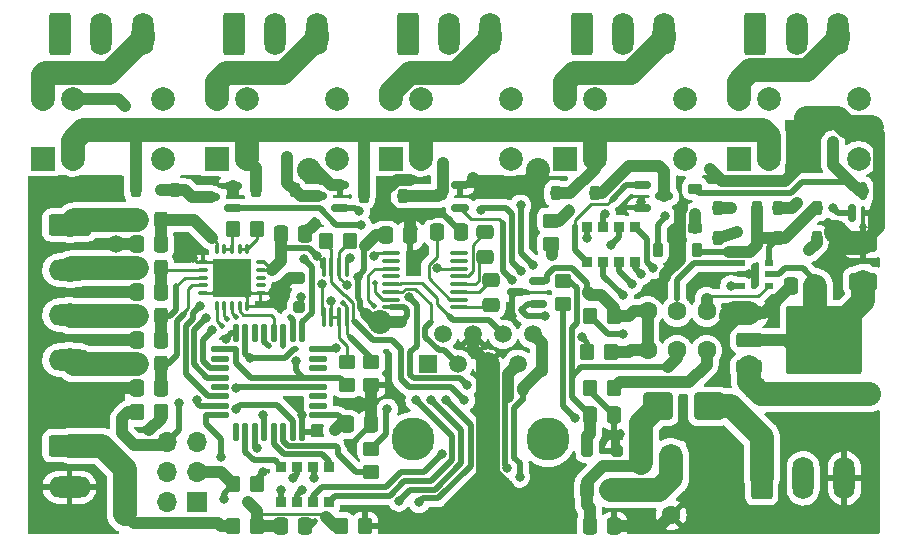
<source format=gbr>
%TF.GenerationSoftware,KiCad,Pcbnew,7.0.11+dfsg-1build4*%
%TF.CreationDate,2025-07-11T21:35:19+02:00*%
%TF.ProjectId,ParaPRZEKAZNIK,50617261-5052-45a4-954b-415a4e494b2e,rev?*%
%TF.SameCoordinates,Original*%
%TF.FileFunction,Copper,L1,Top*%
%TF.FilePolarity,Positive*%
%FSLAX46Y46*%
G04 Gerber Fmt 4.6, Leading zero omitted, Abs format (unit mm)*
G04 Created by KiCad (PCBNEW 7.0.11+dfsg-1build4) date 2025-07-11 21:35:19*
%MOMM*%
%LPD*%
G01*
G04 APERTURE LIST*
G04 Aperture macros list*
%AMRoundRect*
0 Rectangle with rounded corners*
0 $1 Rounding radius*
0 $2 $3 $4 $5 $6 $7 $8 $9 X,Y pos of 4 corners*
0 Add a 4 corners polygon primitive as box body*
4,1,4,$2,$3,$4,$5,$6,$7,$8,$9,$2,$3,0*
0 Add four circle primitives for the rounded corners*
1,1,$1+$1,$2,$3*
1,1,$1+$1,$4,$5*
1,1,$1+$1,$6,$7*
1,1,$1+$1,$8,$9*
0 Add four rect primitives between the rounded corners*
20,1,$1+$1,$2,$3,$4,$5,0*
20,1,$1+$1,$4,$5,$6,$7,0*
20,1,$1+$1,$6,$7,$8,$9,0*
20,1,$1+$1,$8,$9,$2,$3,0*%
G04 Aperture macros list end*
%TA.AperFunction,SMDPad,CuDef*%
%ADD10RoundRect,0.250000X0.337500X0.475000X-0.337500X0.475000X-0.337500X-0.475000X0.337500X-0.475000X0*%
%TD*%
%TA.AperFunction,SMDPad,CuDef*%
%ADD11RoundRect,0.225000X-0.225000X-0.375000X0.225000X-0.375000X0.225000X0.375000X-0.225000X0.375000X0*%
%TD*%
%TA.AperFunction,SMDPad,CuDef*%
%ADD12RoundRect,0.250000X-0.250000X-0.250000X0.250000X-0.250000X0.250000X0.250000X-0.250000X0.250000X0*%
%TD*%
%TA.AperFunction,SMDPad,CuDef*%
%ADD13RoundRect,0.250000X-0.350000X-0.450000X0.350000X-0.450000X0.350000X0.450000X-0.350000X0.450000X0*%
%TD*%
%TA.AperFunction,SMDPad,CuDef*%
%ADD14RoundRect,0.250000X-0.325000X-0.450000X0.325000X-0.450000X0.325000X0.450000X-0.325000X0.450000X0*%
%TD*%
%TA.AperFunction,SMDPad,CuDef*%
%ADD15RoundRect,0.250000X-0.337500X-0.475000X0.337500X-0.475000X0.337500X0.475000X-0.337500X0.475000X0*%
%TD*%
%TA.AperFunction,SMDPad,CuDef*%
%ADD16RoundRect,0.150000X0.587500X0.150000X-0.587500X0.150000X-0.587500X-0.150000X0.587500X-0.150000X0*%
%TD*%
%TA.AperFunction,SMDPad,CuDef*%
%ADD17R,0.900000X0.900000*%
%TD*%
%TA.AperFunction,SMDPad,CuDef*%
%ADD18RoundRect,0.100000X0.100000X-0.712500X0.100000X0.712500X-0.100000X0.712500X-0.100000X-0.712500X0*%
%TD*%
%TA.AperFunction,SMDPad,CuDef*%
%ADD19RoundRect,0.250000X0.350000X0.450000X-0.350000X0.450000X-0.350000X-0.450000X0.350000X-0.450000X0*%
%TD*%
%TA.AperFunction,SMDPad,CuDef*%
%ADD20RoundRect,0.250000X0.475000X-0.337500X0.475000X0.337500X-0.475000X0.337500X-0.475000X-0.337500X0*%
%TD*%
%TA.AperFunction,ComponentPad*%
%ADD21RoundRect,0.250000X-1.550000X0.650000X-1.550000X-0.650000X1.550000X-0.650000X1.550000X0.650000X0*%
%TD*%
%TA.AperFunction,ComponentPad*%
%ADD22O,3.600000X1.800000*%
%TD*%
%TA.AperFunction,SMDPad,CuDef*%
%ADD23RoundRect,0.250000X0.450000X-0.350000X0.450000X0.350000X-0.450000X0.350000X-0.450000X-0.350000X0*%
%TD*%
%TA.AperFunction,SMDPad,CuDef*%
%ADD24RoundRect,0.250000X-0.850000X-0.350000X0.850000X-0.350000X0.850000X0.350000X-0.850000X0.350000X0*%
%TD*%
%TA.AperFunction,SMDPad,CuDef*%
%ADD25RoundRect,0.250000X-1.275000X-1.125000X1.275000X-1.125000X1.275000X1.125000X-1.275000X1.125000X0*%
%TD*%
%TA.AperFunction,SMDPad,CuDef*%
%ADD26RoundRect,0.249997X-2.950003X-2.650003X2.950003X-2.650003X2.950003X2.650003X-2.950003X2.650003X0*%
%TD*%
%TA.AperFunction,SMDPad,CuDef*%
%ADD27RoundRect,0.250000X-0.450000X0.350000X-0.450000X-0.350000X0.450000X-0.350000X0.450000X0.350000X0*%
%TD*%
%TA.AperFunction,SMDPad,CuDef*%
%ADD28RoundRect,0.100000X0.637500X0.100000X-0.637500X0.100000X-0.637500X-0.100000X0.637500X-0.100000X0*%
%TD*%
%TA.AperFunction,ComponentPad*%
%ADD29R,2.000000X2.000000*%
%TD*%
%TA.AperFunction,ComponentPad*%
%ADD30C,2.000000*%
%TD*%
%TA.AperFunction,SMDPad,CuDef*%
%ADD31RoundRect,0.150000X0.150000X-0.587500X0.150000X0.587500X-0.150000X0.587500X-0.150000X-0.587500X0*%
%TD*%
%TA.AperFunction,ComponentPad*%
%ADD32RoundRect,0.250000X-0.650000X-1.550000X0.650000X-1.550000X0.650000X1.550000X-0.650000X1.550000X0*%
%TD*%
%TA.AperFunction,ComponentPad*%
%ADD33O,1.800000X3.600000*%
%TD*%
%TA.AperFunction,SMDPad,CuDef*%
%ADD34RoundRect,0.225000X0.225000X0.375000X-0.225000X0.375000X-0.225000X-0.375000X0.225000X-0.375000X0*%
%TD*%
%TA.AperFunction,ComponentPad*%
%ADD35C,1.600000*%
%TD*%
%TA.AperFunction,SMDPad,CuDef*%
%ADD36RoundRect,0.225000X0.375000X-0.225000X0.375000X0.225000X-0.375000X0.225000X-0.375000X-0.225000X0*%
%TD*%
%TA.AperFunction,WasherPad*%
%ADD37C,3.650000*%
%TD*%
%TA.AperFunction,ComponentPad*%
%ADD38R,1.500000X1.500000*%
%TD*%
%TA.AperFunction,ComponentPad*%
%ADD39C,1.500000*%
%TD*%
%TA.AperFunction,SMDPad,CuDef*%
%ADD40R,0.700000X0.510000*%
%TD*%
%TA.AperFunction,SMDPad,CuDef*%
%ADD41RoundRect,0.150000X-0.587500X-0.150000X0.587500X-0.150000X0.587500X0.150000X-0.587500X0.150000X0*%
%TD*%
%TA.AperFunction,SMDPad,CuDef*%
%ADD42RoundRect,0.075000X-0.075000X0.337500X-0.075000X-0.337500X0.075000X-0.337500X0.075000X0.337500X0*%
%TD*%
%TA.AperFunction,SMDPad,CuDef*%
%ADD43RoundRect,0.075000X-0.337500X0.075000X-0.337500X-0.075000X0.337500X-0.075000X0.337500X0.075000X0*%
%TD*%
%TA.AperFunction,HeatsinkPad*%
%ADD44R,3.250000X3.250000*%
%TD*%
%TA.AperFunction,SMDPad,CuDef*%
%ADD45RoundRect,0.250001X0.924999X-0.499999X0.924999X0.499999X-0.924999X0.499999X-0.924999X-0.499999X0*%
%TD*%
%TA.AperFunction,SMDPad,CuDef*%
%ADD46RoundRect,0.125000X0.625000X0.125000X-0.625000X0.125000X-0.625000X-0.125000X0.625000X-0.125000X0*%
%TD*%
%TA.AperFunction,SMDPad,CuDef*%
%ADD47RoundRect,0.125000X0.125000X0.625000X-0.125000X0.625000X-0.125000X-0.625000X0.125000X-0.625000X0*%
%TD*%
%TA.AperFunction,SMDPad,CuDef*%
%ADD48RoundRect,0.250000X0.250000X-0.250000X0.250000X0.250000X-0.250000X0.250000X-0.250000X-0.250000X0*%
%TD*%
%TA.AperFunction,SMDPad,CuDef*%
%ADD49RoundRect,0.250000X-1.000000X-0.900000X1.000000X-0.900000X1.000000X0.900000X-1.000000X0.900000X0*%
%TD*%
%TA.AperFunction,ComponentPad*%
%ADD50R,1.700000X1.700000*%
%TD*%
%TA.AperFunction,ComponentPad*%
%ADD51O,1.700000X1.700000*%
%TD*%
%TA.AperFunction,ComponentPad*%
%ADD52R,1.600000X1.600000*%
%TD*%
%TA.AperFunction,ViaPad*%
%ADD53C,0.812800*%
%TD*%
%TA.AperFunction,ViaPad*%
%ADD54C,2.032000*%
%TD*%
%TA.AperFunction,ViaPad*%
%ADD55C,0.508000*%
%TD*%
%TA.AperFunction,ViaPad*%
%ADD56C,1.524000*%
%TD*%
%TA.AperFunction,Conductor*%
%ADD57C,0.508000*%
%TD*%
%TA.AperFunction,Conductor*%
%ADD58C,1.016000*%
%TD*%
%TA.AperFunction,Conductor*%
%ADD59C,2.032000*%
%TD*%
%TA.AperFunction,Conductor*%
%ADD60C,0.254000*%
%TD*%
G04 APERTURE END LIST*
D10*
%TO.P,C16,1*%
%TO.N,GND*%
X64283500Y-54102000D03*
%TO.P,C16,2*%
%TO.N,+3V3*%
X62208500Y-54102000D03*
%TD*%
D11*
%TO.P,D11,1,K*%
%TO.N,+12V*%
X51182000Y-50292000D03*
%TO.P,D11,2,A*%
%TO.N,Net-(D11-A)*%
X54482000Y-50292000D03*
%TD*%
%TO.P,D10,1,K*%
%TO.N,+12V*%
X41022000Y-50292000D03*
%TO.P,D10,2,A*%
%TO.N,Net-(D10-A)*%
X44322000Y-50292000D03*
%TD*%
D12*
%TO.P,D3,1,A1*%
%TO.N,Net-(D3-A1)*%
X79268000Y-72390000D03*
%TO.P,D3,2,A2*%
%TO.N,GND*%
X81768000Y-72390000D03*
%TD*%
D13*
%TO.P,R2,1*%
%TO.N,485B*%
X57166000Y-54610000D03*
%TO.P,R2,2*%
%TO.N,485A*%
X59166000Y-54610000D03*
%TD*%
D14*
%TO.P,L5,1,1*%
%TO.N,+BATT*%
X79239000Y-75692000D03*
%TO.P,L5,2,2*%
%TO.N,+12V*%
X81289000Y-75692000D03*
%TD*%
D15*
%TO.P,C11,1*%
%TO.N,Net-(D3-A1)*%
X79480500Y-69342000D03*
%TO.P,C11,2*%
%TO.N,GND*%
X81555500Y-69342000D03*
%TD*%
D14*
%TO.P,L4,1,1*%
%TO.N,Net-(J1-Pin_4)*%
X41139000Y-65024000D03*
%TO.P,L4,2,2*%
%TO.N,/F-*%
X43189000Y-65024000D03*
%TD*%
D16*
%TO.P,Q2,1,B*%
%TO.N,/BASE_R1*%
X49276000Y-51816000D03*
%TO.P,Q2,2,E*%
%TO.N,GND*%
X49276000Y-49916000D03*
%TO.P,Q2,3,C*%
%TO.N,Net-(D10-A)*%
X47401000Y-50866000D03*
%TD*%
D17*
%TO.P,RN2,1,R1.1*%
%TO.N,/BASE_R4*%
X79280000Y-56364000D03*
%TO.P,RN2,2,R2.1*%
%TO.N,/BASE_R3*%
X80620000Y-56364000D03*
%TO.P,RN2,3,R3.1*%
%TO.N,/BASE_R2*%
X81940000Y-56364000D03*
%TO.P,RN2,4,R4.1*%
%TO.N,/BASE_R1*%
X83280000Y-56364000D03*
%TO.P,RN2,5,R4.2*%
%TO.N,/R1*%
X83280000Y-53364000D03*
%TO.P,RN2,6,R3.2*%
%TO.N,/R2*%
X81940000Y-53364000D03*
%TO.P,RN2,7,R2.2*%
%TO.N,/R3*%
X80620000Y-53364000D03*
%TO.P,RN2,8,R1.2*%
%TO.N,/R4*%
X79280000Y-53364000D03*
%TD*%
D18*
%TO.P,U2,1,RO*%
%TO.N,/USART1_RX*%
X56937000Y-61040500D03*
%TO.P,U2,2,~{RE}*%
%TO.N,/USART1_DE*%
X57587000Y-61040500D03*
%TO.P,U2,3,DE*%
X58237000Y-61040500D03*
%TO.P,U2,4,DI*%
%TO.N,/USART1_TX*%
X58887000Y-61040500D03*
%TO.P,U2,5,GND*%
%TO.N,GND*%
X58887000Y-56815500D03*
%TO.P,U2,6,A*%
%TO.N,485A*%
X58237000Y-56815500D03*
%TO.P,U2,7,B*%
%TO.N,485B*%
X57587000Y-56815500D03*
%TO.P,U2,8,VCC*%
%TO.N,+3V3*%
X56937000Y-56815500D03*
%TD*%
D19*
%TO.P,R3,1*%
%TO.N,GND*%
X60436000Y-78740000D03*
%TO.P,R3,2*%
%TO.N,MICRO_CTRL*%
X58436000Y-78740000D03*
%TD*%
D17*
%TO.P,RN1,1,R1.1*%
%TO.N,/UC_R4*%
X57372000Y-73684000D03*
%TO.P,RN1,2,R2.1*%
%TO.N,/UC_R3*%
X56032000Y-73684000D03*
%TO.P,RN1,3,R3.1*%
%TO.N,/UC_R2*%
X54712000Y-73684000D03*
%TO.P,RN1,4,R4.1*%
%TO.N,/UC_R1*%
X53372000Y-73684000D03*
%TO.P,RN1,5,R4.2*%
%TO.N,/R1*%
X53372000Y-76684000D03*
%TO.P,RN1,6,R3.2*%
%TO.N,/R2*%
X54712000Y-76684000D03*
%TO.P,RN1,7,R2.2*%
%TO.N,/R3*%
X56032000Y-76684000D03*
%TO.P,RN1,8,R1.2*%
%TO.N,/R4*%
X57372000Y-76684000D03*
%TD*%
D19*
%TO.P,R8,1*%
%TO.N,/ACTIVE_LO*%
X81264000Y-64008000D03*
%TO.P,R8,2*%
%TO.N,Net-(Q1-B)*%
X79264000Y-64008000D03*
%TD*%
D20*
%TO.P,C12,1*%
%TO.N,Net-(U3-C1+)*%
X71120000Y-59965500D03*
%TO.P,C12,2*%
%TO.N,Net-(U3-C1-)*%
X71120000Y-57890500D03*
%TD*%
D21*
%TO.P,J1,1,Pin_1*%
%TO.N,Net-(J1-Pin_1)*%
X35425500Y-53230500D03*
D22*
%TO.P,J1,2,Pin_2*%
%TO.N,Net-(J1-Pin_2)*%
X35425500Y-57040500D03*
%TO.P,J1,3,Pin_3*%
%TO.N,Net-(J1-Pin_3)*%
X35425500Y-60850500D03*
%TO.P,J1,4,Pin_4*%
%TO.N,Net-(J1-Pin_4)*%
X35425500Y-64660500D03*
%TD*%
D23*
%TO.P,R12,1*%
%TO.N,/UC_R5*%
X60960000Y-74152000D03*
%TO.P,R12,2*%
%TO.N,/R5*%
X60960000Y-72152000D03*
%TD*%
D11*
%TO.P,D12,1,K*%
%TO.N,+12V*%
X60326000Y-50800000D03*
%TO.P,D12,2,A*%
%TO.N,Net-(D12-A)*%
X63626000Y-50800000D03*
%TD*%
D19*
%TO.P,R9,1*%
%TO.N,/ACTIVE_LO*%
X81518000Y-60960000D03*
%TO.P,R9,2*%
%TO.N,+3V3*%
X79518000Y-60960000D03*
%TD*%
D24*
%TO.P,U5,1,GND*%
%TO.N,GND*%
X92964000Y-60712000D03*
%TO.P,U5,2,VO*%
%TO.N,+3V3*%
X92964000Y-62992000D03*
D25*
X97589000Y-61467000D03*
X97589000Y-64517000D03*
D26*
X99264000Y-62992000D03*
D25*
X100939000Y-61467000D03*
X100939000Y-64517000D03*
D24*
%TO.P,U5,3,VI*%
%TO.N,+12V*%
X92964000Y-65272000D03*
%TD*%
D27*
%TO.P,R5,1*%
%TO.N,/USART1_DE*%
X58928000Y-64786000D03*
%TO.P,R5,2*%
%TO.N,+3V3*%
X58928000Y-66786000D03*
%TD*%
D28*
%TO.P,U3,1,C1+*%
%TO.N,Net-(U3-C1+)*%
X68394500Y-60187000D03*
%TO.P,U3,2,VS+*%
%TO.N,Net-(U3-VS+)*%
X68394500Y-59537000D03*
%TO.P,U3,3,C1-*%
%TO.N,Net-(U3-C1-)*%
X68394500Y-58887000D03*
%TO.P,U3,4,C2+*%
%TO.N,Net-(U3-C2+)*%
X68394500Y-58237000D03*
%TO.P,U3,5,C2-*%
%TO.N,Net-(U3-C2-)*%
X68394500Y-57587000D03*
%TO.P,U3,6,VS-*%
%TO.N,Net-(U3-VS-)*%
X68394500Y-56937000D03*
%TO.P,U3,7,T2OUT*%
%TO.N,unconnected-(U3-T2OUT-Pad7)*%
X68394500Y-56287000D03*
%TO.P,U3,8,R2IN*%
%TO.N,unconnected-(U3-R2IN-Pad8)*%
X68394500Y-55637000D03*
%TO.P,U3,9,R2OUT*%
%TO.N,USART2_RX*%
X62669500Y-55637000D03*
%TO.P,U3,10,T2IN*%
%TO.N,unconnected-(U3-T2IN-Pad10)*%
X62669500Y-56287000D03*
%TO.P,U3,11,T1IN*%
%TO.N,USART2_TX*%
X62669500Y-56937000D03*
%TO.P,U3,12,R1OUT*%
%TO.N,unconnected-(U3-R1OUT-Pad12)*%
X62669500Y-57587000D03*
%TO.P,U3,13,R1IN*%
%TO.N,/RS232_RX*%
X62669500Y-58237000D03*
%TO.P,U3,14,T1OUT*%
%TO.N,/RS232_TX*%
X62669500Y-58887000D03*
%TO.P,U3,15,GND*%
%TO.N,GND*%
X62669500Y-59537000D03*
%TO.P,U3,16,VCC*%
%TO.N,+3V3*%
X62669500Y-60187000D03*
%TD*%
D29*
%TO.P,K3,1*%
%TO.N,Net-(J8-Pin_1)*%
X62606500Y-47619500D03*
D30*
%TO.P,K3,2*%
%TO.N,+12V*%
X65146500Y-47619500D03*
%TO.P,K3,5*%
%TO.N,Net-(J8-Pin_2)*%
X72766500Y-47619500D03*
%TO.P,K3,6*%
X72766500Y-42539500D03*
%TO.P,K3,9*%
%TO.N,Net-(D12-A)*%
X65146500Y-42539500D03*
%TO.P,K3,10*%
%TO.N,Net-(J8-Pin_3)*%
X62606500Y-42539500D03*
%TD*%
D31*
%TO.P,Q6,1,B*%
%TO.N,/BASE_R5*%
X101666000Y-52245500D03*
%TO.P,Q6,2,E*%
%TO.N,GND*%
X103566000Y-52245500D03*
%TO.P,Q6,3,C*%
%TO.N,Net-(D14-A)*%
X102616000Y-50370500D03*
%TD*%
D11*
%TO.P,D6,1,K*%
%TO.N,/R2*%
X90298000Y-54356000D03*
%TO.P,D6,2,A*%
%TO.N,/RELAYS_CTRL*%
X93598000Y-54356000D03*
%TD*%
D32*
%TO.P,J6,1,Pin_1*%
%TO.N,Net-(J6-Pin_1)*%
X34617500Y-37086000D03*
D33*
%TO.P,J6,2,Pin_2*%
%TO.N,Net-(J6-Pin_2)*%
X38117500Y-37086000D03*
%TO.P,J6,3,Pin_3*%
%TO.N,Net-(J6-Pin_3)*%
X41617500Y-37086000D03*
%TD*%
D27*
%TO.P,R13,1*%
%TO.N,/R5*%
X76200000Y-52848000D03*
%TO.P,R13,2*%
%TO.N,/BASE_R5*%
X76200000Y-54848000D03*
%TD*%
D15*
%TO.P,C17,1*%
%TO.N,GND*%
X96498500Y-58420000D03*
%TO.P,C17,2*%
%TO.N,+3V3*%
X98573500Y-58420000D03*
%TD*%
D34*
%TO.P,D5,1,K*%
%TO.N,/R1*%
X98678000Y-54356000D03*
%TO.P,D5,2,A*%
%TO.N,/RELAYS_CTRL*%
X95378000Y-54356000D03*
%TD*%
D35*
%TO.P,SW1,1,A*%
%TO.N,/ACTIVE_LO*%
X84368000Y-60543000D03*
%TO.P,SW1,2,B*%
%TO.N,Net-(SW1A-B)*%
X86868000Y-60543000D03*
%TO.P,SW1,3,C*%
%TO.N,ACTIVE_HI*%
X89368000Y-60543000D03*
%TO.P,SW1,4,A*%
%TO.N,/ACTIVE_LO*%
X84368000Y-63843000D03*
%TO.P,SW1,5,B*%
%TO.N,Net-(D3-A1)*%
X86868000Y-63843000D03*
%TO.P,SW1,6,C*%
%TO.N,Net-(SW1B-C)*%
X89368000Y-63843000D03*
%TD*%
D36*
%TO.P,D14,1,K*%
%TO.N,+12V*%
X88392000Y-53466000D03*
%TO.P,D14,2,A*%
%TO.N,Net-(D14-A)*%
X88392000Y-50166000D03*
%TD*%
D32*
%TO.P,J8,1,Pin_1*%
%TO.N,Net-(J8-Pin_1)*%
X64058750Y-37086000D03*
D33*
%TO.P,J8,2,Pin_2*%
%TO.N,Net-(J8-Pin_2)*%
X67558750Y-37086000D03*
%TO.P,J8,3,Pin_3*%
%TO.N,Net-(J8-Pin_3)*%
X71058750Y-37086000D03*
%TD*%
D11*
%TO.P,D13,1,K*%
%TO.N,+12V*%
X76582000Y-50546000D03*
%TO.P,D13,2,A*%
%TO.N,Net-(D13-A)*%
X79882000Y-50546000D03*
%TD*%
D37*
%TO.P,J2,*%
%TO.N,*%
X64506500Y-71366000D03*
X75936500Y-71366000D03*
D38*
%TO.P,J2,1*%
%TO.N,unconnected-(J2-Pad1)*%
X65776500Y-65016000D03*
D39*
%TO.P,J2,2*%
%TO.N,unconnected-(J2-Pad2)*%
X67046500Y-62476000D03*
%TO.P,J2,3*%
%TO.N,/RS232_TX*%
X68316500Y-65016000D03*
%TO.P,J2,4*%
%TO.N,GND*%
X69586500Y-62476000D03*
%TO.P,J2,5*%
X70856500Y-65016000D03*
%TO.P,J2,6*%
%TO.N,/RS232_RX*%
X72126500Y-62476000D03*
%TO.P,J2,7*%
%TO.N,485A*%
X73396500Y-65016000D03*
%TO.P,J2,8*%
%TO.N,485B*%
X74666500Y-62476000D03*
%TD*%
D15*
%TO.P,C1,1*%
%TO.N,GND*%
X41126500Y-54864000D03*
%TO.P,C1,2*%
%TO.N,/F+*%
X43201500Y-54864000D03*
%TD*%
D29*
%TO.P,K2,1*%
%TO.N,Net-(J7-Pin_1)*%
X47874500Y-47619500D03*
D30*
%TO.P,K2,2*%
%TO.N,+12V*%
X50414500Y-47619500D03*
%TO.P,K2,5*%
%TO.N,Net-(J7-Pin_2)*%
X58034500Y-47619500D03*
%TO.P,K2,6*%
X58034500Y-42539500D03*
%TO.P,K2,9*%
%TO.N,Net-(D11-A)*%
X50414500Y-42539500D03*
%TO.P,K2,10*%
%TO.N,Net-(J7-Pin_3)*%
X47874500Y-42539500D03*
%TD*%
D13*
%TO.P,R10,1*%
%TO.N,BOOT0*%
X49292000Y-75184000D03*
%TO.P,R10,2*%
%TO.N,GND*%
X51292000Y-75184000D03*
%TD*%
D11*
%TO.P,D9,1,K*%
%TO.N,/R5*%
X85218000Y-55372000D03*
%TO.P,D9,2,A*%
%TO.N,/RELAYS_CTRL*%
X88518000Y-55372000D03*
%TD*%
D40*
%TO.P,U6,1*%
%TO.N,Net-(SW1A-B)*%
X92312000Y-56454000D03*
%TO.P,U6,2,GND*%
%TO.N,GND*%
X92312000Y-57404000D03*
%TO.P,U6,3*%
%TO.N,Net-(SW1B-C)*%
X92312000Y-58354000D03*
%TO.P,U6,4*%
%TO.N,ACTIVE_HI*%
X94632000Y-58354000D03*
%TO.P,U6,5,VCC*%
%TO.N,+3V3*%
X94632000Y-57404000D03*
%TO.P,U6,6*%
%TO.N,/RELAYS_CTRL*%
X94632000Y-56454000D03*
%TD*%
D41*
%TO.P,Q5,1,B*%
%TO.N,/BASE_R4*%
X83898500Y-49850000D03*
%TO.P,Q5,2,E*%
%TO.N,GND*%
X83898500Y-51750000D03*
%TO.P,Q5,3,C*%
%TO.N,Net-(D13-A)*%
X85773500Y-50800000D03*
%TD*%
D29*
%TO.P,K1,1*%
%TO.N,Net-(J6-Pin_1)*%
X33142500Y-47619500D03*
D30*
%TO.P,K1,2*%
%TO.N,+12V*%
X35682500Y-47619500D03*
%TO.P,K1,5*%
%TO.N,Net-(J6-Pin_2)*%
X43302500Y-47619500D03*
%TO.P,K1,6*%
X43302500Y-42539500D03*
%TO.P,K1,9*%
%TO.N,Net-(D10-A)*%
X35682500Y-42539500D03*
%TO.P,K1,10*%
%TO.N,Net-(J6-Pin_3)*%
X33142500Y-42539500D03*
%TD*%
D15*
%TO.P,C6,1*%
%TO.N,GND*%
X41126500Y-67056000D03*
%TO.P,C6,2*%
%TO.N,/F-*%
X43201500Y-67056000D03*
%TD*%
%TO.P,C4,1*%
%TO.N,GND*%
X41126500Y-62992000D03*
%TO.P,C4,2*%
%TO.N,/R-*%
X43201500Y-62992000D03*
%TD*%
D42*
%TO.P,U1,1,BIAS*%
%TO.N,Net-(U1-BIAS)*%
X50473500Y-55250500D03*
%TO.P,U1,2,REFIN+*%
X49823500Y-55250500D03*
%TO.P,U1,3,REFIN-*%
%TO.N,Net-(U1-ISENSOR)*%
X49173500Y-55250500D03*
%TO.P,U1,4,ISENSOR*%
X48523500Y-55250500D03*
%TO.P,U1,5,FORCE+*%
%TO.N,/F+*%
X47873500Y-55250500D03*
D43*
%TO.P,U1,6,FORCE2*%
%TO.N,GND*%
X46736000Y-56388000D03*
%TO.P,U1,7,RTDIN+*%
%TO.N,/R+*%
X46736000Y-57038000D03*
%TO.P,U1,8,RTDIN-*%
%TO.N,/R-*%
X46736000Y-57688000D03*
%TO.P,U1,9,FORCE-*%
%TO.N,/F-*%
X46736000Y-58338000D03*
%TO.P,U1,10,GND*%
%TO.N,GND*%
X46736000Y-58988000D03*
D42*
%TO.P,U1,11,SDI*%
%TO.N,/SPI_MOSI*%
X47873500Y-60125500D03*
%TO.P,U1,12,SCLK*%
%TO.N,/SPI_CLK*%
X48523500Y-60125500D03*
%TO.P,U1,13,~{CS}*%
%TO.N,/SPI_CS*%
X49173500Y-60125500D03*
%TO.P,U1,14,SDO*%
%TO.N,/SPI_MISO*%
X49823500Y-60125500D03*
%TO.P,U1,15,DGND*%
%TO.N,GND*%
X50473500Y-60125500D03*
D43*
%TO.P,U1,16,GND*%
X51611000Y-58988000D03*
%TO.P,U1,17,NC*%
%TO.N,unconnected-(U1-NC-Pad17)*%
X51611000Y-58338000D03*
%TO.P,U1,18,~{DRDY}*%
%TO.N,unconnected-(U1-~{DRDY}-Pad18)*%
X51611000Y-57688000D03*
%TO.P,U1,19,DVDD*%
%TO.N,+3V3*%
X51611000Y-57038000D03*
%TO.P,U1,20,VDD*%
X51611000Y-56388000D03*
D44*
%TO.P,U1,21,GND*%
%TO.N,GND*%
X49173500Y-57688000D03*
%TD*%
D11*
%TO.P,D8,1,K*%
%TO.N,/R4*%
X95378000Y-51816000D03*
%TO.P,D8,2,A*%
%TO.N,/RELAYS_CTRL*%
X98678000Y-51816000D03*
%TD*%
D32*
%TO.P,J4,1,Pin_1*%
%TO.N,Net-(D1-A)*%
X94036000Y-74676000D03*
D33*
%TO.P,J4,2,Pin_2*%
%TO.N,/CONTROL_SIG*%
X97536000Y-74676000D03*
%TO.P,J4,3,Pin_3*%
%TO.N,GND*%
X101036000Y-74676000D03*
%TD*%
D15*
%TO.P,C5,1*%
%TO.N,Net-(U3-VS+)*%
X66526500Y-53848000D03*
%TO.P,C5,2*%
%TO.N,GND*%
X68601500Y-53848000D03*
%TD*%
D16*
%TO.P,Q1,1,B*%
%TO.N,Net-(Q1-B)*%
X75105500Y-59878000D03*
%TO.P,Q1,2,E*%
%TO.N,/ACTIVE_LO*%
X75105500Y-57978000D03*
%TO.P,Q1,3,C*%
%TO.N,GND*%
X73230500Y-58928000D03*
%TD*%
D23*
%TO.P,R6,1*%
%TO.N,GND*%
X60960000Y-66786000D03*
%TO.P,R6,2*%
%TO.N,/USART1_TX*%
X60960000Y-64786000D03*
%TD*%
D29*
%TO.P,K4,1*%
%TO.N,Net-(J9-Pin_1)*%
X77338500Y-47619500D03*
D30*
%TO.P,K4,2*%
%TO.N,+12V*%
X79878500Y-47619500D03*
%TO.P,K4,5*%
%TO.N,Net-(J9-Pin_2)*%
X87498500Y-47619500D03*
%TO.P,K4,6*%
X87498500Y-42539500D03*
%TO.P,K4,9*%
%TO.N,Net-(D13-A)*%
X79878500Y-42539500D03*
%TO.P,K4,10*%
%TO.N,Net-(J9-Pin_3)*%
X77338500Y-42539500D03*
%TD*%
D14*
%TO.P,L3,1,1*%
%TO.N,Net-(J1-Pin_2)*%
X41139000Y-56896000D03*
%TO.P,L3,2,2*%
%TO.N,/R+*%
X43189000Y-56896000D03*
%TD*%
D10*
%TO.P,C13,1*%
%TO.N,GND*%
X81555500Y-78740000D03*
%TO.P,C13,2*%
%TO.N,+BATT*%
X79480500Y-78740000D03*
%TD*%
D13*
%TO.P,R11,1*%
%TO.N,RESET*%
X41164000Y-69088000D03*
%TO.P,R11,2*%
%TO.N,GND*%
X43164000Y-69088000D03*
%TD*%
D45*
%TO.P,C18,1*%
%TO.N,+3V3*%
X102616000Y-58013000D03*
%TO.P,C18,2*%
%TO.N,GND*%
X102616000Y-54763000D03*
%TD*%
D21*
%TO.P,J3,1,Pin_1*%
%TO.N,Net-(J3-Pin_1)*%
X35425500Y-71927500D03*
D22*
%TO.P,J3,2,Pin_2*%
%TO.N,GND*%
X35425500Y-75427500D03*
%TD*%
D14*
%TO.P,L2,1,1*%
%TO.N,Net-(J1-Pin_3)*%
X41139000Y-60960000D03*
%TO.P,L2,2,2*%
%TO.N,/R-*%
X43189000Y-60960000D03*
%TD*%
D19*
%TO.P,R14,1*%
%TO.N,Net-(U1-BIAS)*%
X51292000Y-53594000D03*
%TO.P,R14,2*%
%TO.N,Net-(U1-ISENSOR)*%
X49292000Y-53594000D03*
%TD*%
D10*
%TO.P,C8,1*%
%TO.N,GND*%
X55393500Y-78740000D03*
%TO.P,C8,2*%
%TO.N,MICRO_CTRL*%
X53318500Y-78740000D03*
%TD*%
D29*
%TO.P,K5,1*%
%TO.N,Net-(J10-Pin_1)*%
X92070500Y-47619500D03*
D30*
%TO.P,K5,2*%
%TO.N,+12V*%
X94610500Y-47619500D03*
%TO.P,K5,5*%
%TO.N,Net-(J10-Pin_2)*%
X102230500Y-47619500D03*
%TO.P,K5,6*%
X102230500Y-42539500D03*
%TO.P,K5,9*%
%TO.N,Net-(D14-A)*%
X94610500Y-42539500D03*
%TO.P,K5,10*%
%TO.N,Net-(J10-Pin_3)*%
X92070500Y-42539500D03*
%TD*%
D46*
%TO.P,U4,1,VDD*%
%TO.N,+3V3*%
X56499000Y-69348000D03*
%TO.P,U4,2,PC14*%
%TO.N,unconnected-(U4-PC14-Pad2)*%
X56499000Y-68548000D03*
%TO.P,U4,3,PC15*%
%TO.N,unconnected-(U4-PC15-Pad3)*%
X56499000Y-67748000D03*
%TO.P,U4,4,NRST*%
%TO.N,RESET*%
X56499000Y-66948000D03*
%TO.P,U4,5,VDDA*%
%TO.N,+3V3*%
X56499000Y-66148000D03*
%TO.P,U4,6,PA0*%
%TO.N,unconnected-(U4-PA0-Pad6)*%
X56499000Y-65348000D03*
%TO.P,U4,7,PA1*%
%TO.N,unconnected-(U4-PA1-Pad7)*%
X56499000Y-64548000D03*
%TO.P,U4,8,PA2*%
%TO.N,USART2_TX*%
X56499000Y-63748000D03*
D47*
%TO.P,U4,9,PA3*%
%TO.N,USART2_RX*%
X55124000Y-62373000D03*
%TO.P,U4,10,PA4*%
%TO.N,/SPI_CS*%
X54324000Y-62373000D03*
%TO.P,U4,11,PA5*%
%TO.N,/SPI_CLK*%
X53524000Y-62373000D03*
%TO.P,U4,12,PA6*%
%TO.N,/SPI_MISO*%
X52724000Y-62373000D03*
%TO.P,U4,13,PA7*%
%TO.N,/SPI_MOSI*%
X51924000Y-62373000D03*
%TO.P,U4,14,PB0*%
%TO.N,unconnected-(U4-PB0-Pad14)*%
X51124000Y-62373000D03*
%TO.P,U4,15,PB1*%
%TO.N,MICRO_CTRL*%
X50324000Y-62373000D03*
%TO.P,U4,16,VSS*%
%TO.N,GND*%
X49524000Y-62373000D03*
D46*
%TO.P,U4,17,VDD*%
%TO.N,+3V3*%
X48149000Y-63748000D03*
%TO.P,U4,18,PA8*%
%TO.N,unconnected-(U4-PA8-Pad18)*%
X48149000Y-64548000D03*
%TO.P,U4,19,PA9*%
%TO.N,/USART1_TX*%
X48149000Y-65348000D03*
%TO.P,U4,20,PA10*%
%TO.N,/USART1_RX*%
X48149000Y-66148000D03*
%TO.P,U4,21,PA11*%
%TO.N,unconnected-(U4-PA11-Pad21)*%
X48149000Y-66948000D03*
%TO.P,U4,22,PA12*%
%TO.N,/USART1_DE*%
X48149000Y-67748000D03*
%TO.P,U4,23,PA13*%
%TO.N,SWDIO*%
X48149000Y-68548000D03*
%TO.P,U4,24,PA14*%
%TO.N,SWCLK*%
X48149000Y-69348000D03*
D47*
%TO.P,U4,25,PA15*%
%TO.N,unconnected-(U4-PA15-Pad25)*%
X49524000Y-70723000D03*
%TO.P,U4,26,PB3*%
%TO.N,/UC_R1*%
X50324000Y-70723000D03*
%TO.P,U4,27,PB4*%
%TO.N,/UC_R2*%
X51124000Y-70723000D03*
%TO.P,U4,28,PB5*%
%TO.N,/UC_R3*%
X51924000Y-70723000D03*
%TO.P,U4,29,PB6*%
%TO.N,/UC_R4*%
X52724000Y-70723000D03*
%TO.P,U4,30,PB7*%
%TO.N,/UC_R5*%
X53524000Y-70723000D03*
%TO.P,U4,31,BOOT0*%
%TO.N,BOOT0*%
X54324000Y-70723000D03*
%TO.P,U4,32,VSS*%
%TO.N,GND*%
X55124000Y-70723000D03*
%TD*%
D23*
%TO.P,R4,1*%
%TO.N,/CONTROL_SIG*%
X77216000Y-59944000D03*
%TO.P,R4,2*%
%TO.N,Net-(D3-A1)*%
X77216000Y-57944000D03*
%TD*%
D15*
%TO.P,C2,1*%
%TO.N,GND*%
X41126500Y-58928000D03*
%TO.P,C2,2*%
%TO.N,/R+*%
X43201500Y-58928000D03*
%TD*%
D16*
%TO.P,Q4,1,B*%
%TO.N,/BASE_R3*%
X68501500Y-51750000D03*
%TO.P,Q4,2,E*%
%TO.N,GND*%
X68501500Y-49850000D03*
%TO.P,Q4,3,C*%
%TO.N,Net-(D12-A)*%
X66626500Y-50800000D03*
%TD*%
D48*
%TO.P,D2,1,A1*%
%TO.N,MICRO_CTRL*%
X54864000Y-60178000D03*
%TO.P,D2,2,A2*%
%TO.N,GND*%
X54864000Y-57678000D03*
%TD*%
D13*
%TO.P,R1,1*%
%TO.N,Net-(J3-Pin_1)*%
X49292000Y-78740000D03*
%TO.P,R1,2*%
%TO.N,MICRO_CTRL*%
X51292000Y-78740000D03*
%TD*%
D32*
%TO.P,J10,1,Pin_1*%
%TO.N,Net-(J10-Pin_1)*%
X93500000Y-37086000D03*
D33*
%TO.P,J10,2,Pin_2*%
%TO.N,Net-(J10-Pin_2)*%
X97000000Y-37086000D03*
%TO.P,J10,3,Pin_3*%
%TO.N,Net-(J10-Pin_3)*%
X100500000Y-37086000D03*
%TD*%
D10*
%TO.P,C9,1*%
%TO.N,GND*%
X60981500Y-70104000D03*
%TO.P,C9,2*%
%TO.N,+3V3*%
X58906500Y-70104000D03*
%TD*%
D20*
%TO.P,C7,1*%
%TO.N,Net-(U3-C2+)*%
X70612000Y-55901500D03*
%TO.P,C7,2*%
%TO.N,Net-(U3-C2-)*%
X70612000Y-53826500D03*
%TD*%
D49*
%TO.P,D1,1,K*%
%TO.N,+BATT*%
X85226000Y-68580000D03*
%TO.P,D1,2,A*%
%TO.N,Net-(D1-A)*%
X89526000Y-68580000D03*
%TD*%
D50*
%TO.P,J5,1,Pin_1*%
%TO.N,+3V3*%
X46228000Y-76708000D03*
D51*
%TO.P,J5,2,Pin_2*%
%TO.N,SWCLK*%
X43688000Y-76708000D03*
%TO.P,J5,3,Pin_3*%
%TO.N,BOOT0*%
X46228000Y-74168000D03*
%TO.P,J5,4,Pin_4*%
%TO.N,SWDIO*%
X43688000Y-74168000D03*
%TO.P,J5,5,Pin_5*%
%TO.N,GND*%
X46228000Y-71628000D03*
%TO.P,J5,6,Pin_6*%
%TO.N,RESET*%
X43688000Y-71628000D03*
%TD*%
D32*
%TO.P,J9,1,Pin_1*%
%TO.N,Net-(J9-Pin_1)*%
X78779375Y-37086000D03*
D33*
%TO.P,J9,2,Pin_2*%
%TO.N,Net-(J9-Pin_2)*%
X82279375Y-37086000D03*
%TO.P,J9,3,Pin_3*%
%TO.N,Net-(J9-Pin_3)*%
X85779375Y-37086000D03*
%TD*%
D16*
%TO.P,Q3,1,B*%
%TO.N,/BASE_R2*%
X58341500Y-51750000D03*
%TO.P,Q3,2,E*%
%TO.N,GND*%
X58341500Y-49850000D03*
%TO.P,Q3,3,C*%
%TO.N,Net-(D11-A)*%
X56466500Y-50800000D03*
%TD*%
D11*
%TO.P,D7,1,K*%
%TO.N,/R3*%
X90298000Y-51816000D03*
%TO.P,D7,2,A*%
%TO.N,/RELAYS_CTRL*%
X93598000Y-51816000D03*
%TD*%
D52*
%TO.P,C14,1*%
%TO.N,+12V*%
X86360000Y-72781349D03*
D35*
%TO.P,C14,2*%
%TO.N,GND*%
X86360000Y-77781349D03*
%TD*%
D32*
%TO.P,J7,1,Pin_1*%
%TO.N,Net-(J7-Pin_1)*%
X49338125Y-37086000D03*
D33*
%TO.P,J7,2,Pin_2*%
%TO.N,Net-(J7-Pin_2)*%
X52838125Y-37086000D03*
%TO.P,J7,3,Pin_3*%
%TO.N,Net-(J7-Pin_3)*%
X56338125Y-37086000D03*
%TD*%
D10*
%TO.P,C15,1*%
%TO.N,GND*%
X55393500Y-53975000D03*
%TO.P,C15,2*%
%TO.N,+3V3*%
X53318500Y-53975000D03*
%TD*%
D14*
%TO.P,L1,1,1*%
%TO.N,Net-(J1-Pin_1)*%
X41148000Y-52832000D03*
%TO.P,L1,2,2*%
%TO.N,/F+*%
X43198000Y-52832000D03*
%TD*%
D19*
%TO.P,R7,1*%
%TO.N,Net-(SW1B-C)*%
X81518000Y-67056000D03*
%TO.P,R7,2*%
%TO.N,GND*%
X79518000Y-67056000D03*
%TD*%
D53*
%TO.N,GND*%
X45847000Y-56007000D03*
X89662000Y-48514000D03*
D54*
X91440000Y-60960000D03*
D53*
X64494500Y-53572500D03*
X59182000Y-56007000D03*
X83820000Y-51308000D03*
D54*
X39116000Y-67564000D03*
D53*
X82013737Y-70894263D03*
X85852000Y-57658000D03*
X69596000Y-49276000D03*
X59069623Y-71729600D03*
X39370000Y-58928000D03*
X62230000Y-78232000D03*
X42164000Y-70612000D03*
D55*
X56244496Y-78312178D03*
D54*
X55704717Y-48576974D03*
D53*
X87275896Y-51715895D03*
D56*
X39370000Y-54864000D03*
D54*
X72136000Y-75692000D03*
X100343063Y-53858478D03*
D53*
X97790000Y-45720000D03*
X51816000Y-74168000D03*
X55118000Y-69342000D03*
D55*
X61322471Y-58117786D03*
D53*
X48641000Y-62865000D03*
X39370000Y-62992000D03*
X92964000Y-57404000D03*
D54*
X75095623Y-48537675D03*
D53*
X49276000Y-50546000D03*
X72898000Y-60960000D03*
X56186594Y-53119064D03*
X64262000Y-49377600D03*
%TO.N,Net-(U3-VS-)*%
X66569500Y-56896000D03*
D55*
%TO.N,MICRO_CTRL*%
X54610000Y-63754000D03*
D53*
X50546000Y-76708000D03*
X50673000Y-64516000D03*
X54991000Y-59309000D03*
D54*
%TO.N,+3V3*%
X61722000Y-61468000D03*
D53*
X57912000Y-70612000D03*
X53318500Y-55753000D03*
D54*
X97589000Y-64517000D03*
D53*
X59822050Y-57588766D03*
X82296000Y-62484000D03*
X56388000Y-55880000D03*
X54610000Y-64770000D03*
D54*
%TO.N,+12V*%
X93472000Y-67056000D03*
D53*
X88392000Y-52324000D03*
D54*
X103124000Y-67564000D03*
D53*
%TO.N,Net-(SW1B-C)*%
X91440000Y-58375200D03*
%TO.N,/R1*%
X84836000Y-56896000D03*
X67310000Y-68072000D03*
X98044000Y-55372000D03*
X65024000Y-76708000D03*
X53340000Y-75692000D03*
%TO.N,/R2*%
X63315452Y-76589864D03*
X91948000Y-53848000D03*
X81280000Y-54914800D03*
X55118000Y-75692000D03*
X66040000Y-68072000D03*
%TO.N,/R3*%
X66954400Y-72644000D03*
X91440000Y-51816000D03*
X80772000Y-52324000D03*
%TO.N,/R4*%
X97028000Y-51385200D03*
X64770000Y-68072000D03*
X79248000Y-54356000D03*
%TO.N,/R5*%
X77736806Y-51906603D03*
X85852000Y-52476400D03*
X62331600Y-68834000D03*
%TO.N,Net-(D10-A)*%
X40132000Y-43180000D03*
X43180000Y-50292000D03*
%TO.N,Net-(D11-A)*%
X53848000Y-47498000D03*
%TO.N,Net-(D12-A)*%
X67056000Y-48006000D03*
%TO.N,Net-(D13-A)*%
X85344000Y-48260000D03*
%TO.N,Net-(D14-A)*%
X100076000Y-46228000D03*
%TO.N,/CONTROL_SIG*%
X78232000Y-69596000D03*
%TO.N,BOOT0*%
X49530000Y-68834000D03*
X48514000Y-76454000D03*
%TO.N,SWDIO*%
X46228000Y-68072000D03*
%TO.N,SWCLK*%
X48260000Y-72898000D03*
%TO.N,RESET*%
X49530000Y-67056000D03*
X44704000Y-68326000D03*
%TO.N,Net-(Q1-B)*%
X75692000Y-60960000D03*
X78790800Y-62738000D03*
%TO.N,/BASE_R1*%
X60071000Y-53213000D03*
X73609200Y-51562000D03*
X83820000Y-57404000D03*
X74676000Y-56642000D03*
%TO.N,/BASE_R2*%
X70231000Y-51929632D03*
X73660000Y-57150000D03*
X83058000Y-58216800D03*
X59944000Y-52070000D03*
%TO.N,/BASE_R3*%
X82296000Y-59182000D03*
X72898000Y-57912000D03*
%TO.N,/BASE_R5*%
X100076000Y-51816000D03*
X76301600Y-55778400D03*
%TO.N,/USART1_DE*%
X46482000Y-60071000D03*
X57531000Y-59690000D03*
%TO.N,/USART1_TX*%
X47498000Y-62103000D03*
D55*
X58549543Y-59810811D03*
D53*
%TO.N,/UC_R2*%
X51308000Y-72136000D03*
X54356000Y-74676000D03*
%TO.N,/UC_R3*%
X56134000Y-74676000D03*
X51816000Y-69342000D03*
D55*
%TO.N,/SPI_MOSI*%
X52318267Y-63509737D03*
X48341278Y-61782962D03*
%TO.N,/SPI_CLK*%
X53467000Y-63500000D03*
X48768000Y-61214000D03*
%TO.N,/SPI_CS*%
X54062143Y-61047143D03*
X49506460Y-61047143D03*
D53*
%TO.N,/USART1_RX*%
X56789628Y-58236445D03*
X46990000Y-61087000D03*
%TO.N,USART2_RX*%
X55245000Y-56134000D03*
X61214000Y-55880000D03*
D55*
%TO.N,USART2_TX*%
X61214000Y-60071000D03*
D53*
X58026145Y-63639855D03*
%TO.N,485A*%
X58877355Y-58343645D03*
X64179766Y-59353766D03*
X72506023Y-73763077D03*
X69088000Y-66802000D03*
%TO.N,485B*%
X68834000Y-68072000D03*
X73533000Y-74549000D03*
%TD*%
D57*
%TO.N,GND*%
X55124000Y-70723000D02*
X55124000Y-69348000D01*
D58*
X89662000Y-48514000D02*
X90678000Y-49530000D01*
D59*
X92964000Y-60712000D02*
X91688000Y-60712000D01*
D58*
X55393500Y-53975000D02*
X55393500Y-53912158D01*
X103566000Y-53813000D02*
X102616000Y-54763000D01*
X64283500Y-52556500D02*
X64516000Y-52324000D01*
D57*
X49133000Y-62373000D02*
X48641000Y-62865000D01*
D60*
X46736000Y-58988000D02*
X47873500Y-58988000D01*
D58*
X85401349Y-78740000D02*
X86360000Y-77781349D01*
X41126500Y-67056000D02*
X39624000Y-67056000D01*
D60*
X50473500Y-58988000D02*
X49173500Y-57688000D01*
D58*
X58341500Y-49850000D02*
X57604001Y-49850000D01*
X66040000Y-52324000D02*
X64516000Y-52324000D01*
D57*
X83898500Y-51750000D02*
X83898500Y-51386500D01*
X59355900Y-71729600D02*
X59069623Y-71729600D01*
D58*
X85852000Y-57404000D02*
X87080800Y-56175200D01*
X60960000Y-70082500D02*
X60981500Y-70104000D01*
D57*
X60981500Y-70104000D02*
X59355900Y-71729600D01*
D59*
X102616000Y-54763000D02*
X101247585Y-54763000D01*
D57*
X81555500Y-69342000D02*
X81555500Y-72177500D01*
D58*
X61976000Y-51308000D02*
X61976000Y-50519778D01*
X55393500Y-53912158D02*
X56186594Y-53119064D01*
D57*
X92312000Y-57404000D02*
X92964000Y-57404000D01*
D58*
X85852000Y-57658000D02*
X85852000Y-57404000D01*
X87080800Y-52028800D02*
X87275896Y-51833704D01*
D60*
X62669500Y-59537000D02*
X61932001Y-59537000D01*
D58*
X39624000Y-67056000D02*
X39116000Y-67564000D01*
D57*
X72898000Y-59260500D02*
X72898000Y-60960000D01*
X55816674Y-78740000D02*
X56244496Y-78312178D01*
X49524000Y-62373000D02*
X49133000Y-62373000D01*
D58*
X41126500Y-54864000D02*
X39370000Y-54864000D01*
X103941700Y-45521700D02*
X103378000Y-44958000D01*
D57*
X55124000Y-69348000D02*
X55118000Y-69342000D01*
D58*
X90678000Y-49530000D02*
X96012000Y-49530000D01*
X41126500Y-62992000D02*
X39370000Y-62992000D01*
D59*
X101248630Y-44958000D02*
X100486630Y-44196000D01*
D60*
X46228000Y-56388000D02*
X45847000Y-56007000D01*
X50473500Y-60125500D02*
X50473500Y-58988000D01*
D58*
X81555500Y-78740000D02*
X85401349Y-78740000D01*
D57*
X81768000Y-71140000D02*
X82013737Y-70894263D01*
D60*
X61322471Y-58927470D02*
X61322471Y-58117786D01*
D58*
X41126500Y-58928000D02*
X39370000Y-58928000D01*
X43164000Y-69612000D02*
X42164000Y-70612000D01*
D57*
X67077500Y-52324000D02*
X66040000Y-52324000D01*
D58*
X49276000Y-49916000D02*
X49276000Y-50546000D01*
D60*
X61322471Y-58117786D02*
X61322471Y-58184529D01*
D59*
X100486630Y-44196000D02*
X97790000Y-44196000D01*
X70856500Y-65016000D02*
X70856500Y-74412500D01*
D57*
X51292000Y-75184000D02*
X51292000Y-74692000D01*
D58*
X97790000Y-47752000D02*
X97790000Y-45720000D01*
D57*
X68601500Y-53848000D02*
X67077500Y-52324000D01*
D58*
X96498500Y-58420000D02*
X94206500Y-60712000D01*
D57*
X69022000Y-49850000D02*
X69596000Y-49276000D01*
D58*
X61976000Y-50519778D02*
X63118178Y-49377600D01*
D60*
X51611000Y-58988000D02*
X52772000Y-58988000D01*
D57*
X79518000Y-67304500D02*
X81555500Y-69342000D01*
D58*
X87275896Y-51833704D02*
X87275896Y-51715895D01*
D57*
X81555500Y-72177500D02*
X81768000Y-72390000D01*
D58*
X57604001Y-49850000D02*
X56330975Y-48576974D01*
D60*
X51611000Y-58988000D02*
X50473500Y-58988000D01*
D57*
X63986500Y-52324000D02*
X66040000Y-52324000D01*
X64494500Y-53572500D02*
X63986500Y-52324000D01*
D58*
X56330975Y-48576974D02*
X55704717Y-48576974D01*
X54082000Y-57678000D02*
X52772000Y-58988000D01*
D57*
X83898500Y-51386500D02*
X83820000Y-51308000D01*
X81768000Y-72390000D02*
X81768000Y-71140000D01*
D60*
X47873500Y-58988000D02*
X49173500Y-57688000D01*
D58*
X103941700Y-53437300D02*
X103941700Y-45521700D01*
D57*
X61722000Y-78740000D02*
X62230000Y-78232000D01*
D58*
X62230000Y-78232000D02*
X69596000Y-78232000D01*
D59*
X103378000Y-44958000D02*
X101248630Y-44958000D01*
D58*
X69586500Y-62476000D02*
X69586500Y-63746000D01*
X73406000Y-49885600D02*
X73747698Y-49885600D01*
X60960000Y-66786000D02*
X60960000Y-70082500D01*
D57*
X55393500Y-78740000D02*
X55816674Y-78740000D01*
X55393500Y-78464500D02*
X55393500Y-78740000D01*
X60436000Y-78740000D02*
X61722000Y-78740000D01*
D58*
X69596000Y-78232000D02*
X72136000Y-75692000D01*
D60*
X47873500Y-56388000D02*
X49173500Y-57688000D01*
D58*
X97790000Y-44196000D02*
X97790000Y-45720000D01*
X73747698Y-49885600D02*
X75095623Y-48537675D01*
X70205600Y-49885600D02*
X73406000Y-49885600D01*
X54864000Y-57678000D02*
X54082000Y-57678000D01*
D60*
X46736000Y-56388000D02*
X46228000Y-56388000D01*
D58*
X87080800Y-56175200D02*
X87080800Y-52028800D01*
X62992000Y-52324000D02*
X61976000Y-51308000D01*
X63118178Y-49377600D02*
X64262000Y-49377600D01*
X103566000Y-53813000D02*
X103941700Y-53437300D01*
D57*
X96498500Y-58420000D02*
X96498500Y-58441500D01*
X79518000Y-67056000D02*
X79518000Y-67304500D01*
D58*
X96012000Y-49530000D02*
X97790000Y-47752000D01*
D57*
X73230500Y-58928000D02*
X72898000Y-59260500D01*
D58*
X64283500Y-54102000D02*
X64283500Y-52556500D01*
X94206500Y-60712000D02*
X92964000Y-60712000D01*
D59*
X101247585Y-54763000D02*
X100343063Y-53858478D01*
D58*
X64516000Y-52324000D02*
X62992000Y-52324000D01*
D60*
X61932001Y-59537000D02*
X61322471Y-58927470D01*
D57*
X68501500Y-49850000D02*
X69022000Y-49850000D01*
D58*
X103566000Y-52245500D02*
X103566000Y-53813000D01*
X69596000Y-49276000D02*
X70205600Y-49885600D01*
D60*
X46736000Y-56388000D02*
X47873500Y-56388000D01*
D59*
X70856500Y-74412500D02*
X72136000Y-75692000D01*
X91688000Y-60712000D02*
X91440000Y-60960000D01*
D58*
X69586500Y-63746000D02*
X70856500Y-65016000D01*
D60*
X58887000Y-57363000D02*
X58887000Y-56815500D01*
D57*
X51292000Y-74692000D02*
X51816000Y-74168000D01*
D58*
X43164000Y-69088000D02*
X43164000Y-69612000D01*
%TO.N,/F+*%
X45974000Y-52832000D02*
X43198000Y-52832000D01*
X47498000Y-54356000D02*
X45974000Y-52832000D01*
X43198000Y-52832000D02*
X43198000Y-54860500D01*
D60*
X47873500Y-54731500D02*
X47498000Y-54356000D01*
X47873500Y-55250500D02*
X47873500Y-54731500D01*
D58*
X43198000Y-54860500D02*
X43201500Y-54864000D01*
%TO.N,/R+*%
X43189000Y-56896000D02*
X43189000Y-58915500D01*
X43189000Y-58915500D02*
X43201500Y-58928000D01*
D60*
X46736000Y-57038000D02*
X43331000Y-57038000D01*
X43331000Y-57038000D02*
X43189000Y-56896000D01*
%TO.N,Net-(U3-VS-)*%
X68394500Y-56937000D02*
X66610500Y-56937000D01*
X66610500Y-56937000D02*
X66569500Y-56896000D01*
D57*
%TO.N,/R-*%
X43942000Y-60960000D02*
X44450000Y-60452000D01*
D58*
X43189000Y-60960000D02*
X43189000Y-62979500D01*
D57*
X44450000Y-60452000D02*
X44450000Y-58420000D01*
X43189000Y-60960000D02*
X43942000Y-60960000D01*
D60*
X45182000Y-57688000D02*
X44450000Y-58420000D01*
D58*
X43189000Y-62979500D02*
X43201500Y-62992000D01*
D60*
X46736000Y-57688000D02*
X45182000Y-57688000D01*
%TO.N,Net-(U3-VS+)*%
X66526500Y-55897290D02*
X65832900Y-56590890D01*
X65832900Y-57712899D02*
X67657001Y-59537000D01*
X66526500Y-53848000D02*
X66526500Y-55897290D01*
X65832900Y-56590890D02*
X65832900Y-57712899D01*
X67657001Y-59537000D02*
X68394500Y-59537000D01*
%TO.N,/F-*%
X45466000Y-60260816D02*
X45052908Y-60673908D01*
D58*
X43189000Y-67043500D02*
X43201500Y-67056000D01*
D60*
X45802000Y-58338000D02*
X45466000Y-58674000D01*
X46736000Y-58338000D02*
X45802000Y-58338000D01*
X45466000Y-58674000D02*
X45466000Y-60260816D01*
D57*
X44551600Y-61356189D02*
X45143394Y-60764394D01*
X43189000Y-65024000D02*
X43764000Y-65024000D01*
D58*
X43189000Y-65024000D02*
X43189000Y-67043500D01*
D57*
X44551600Y-64236400D02*
X44551600Y-61356189D01*
X43764000Y-65024000D02*
X44551600Y-64236400D01*
D60*
%TO.N,Net-(U3-C2+)*%
X70064800Y-56448700D02*
X70612000Y-55901500D01*
X69779000Y-58237000D02*
X70064800Y-57951200D01*
X68394500Y-58237000D02*
X69779000Y-58237000D01*
X70064800Y-57951200D02*
X70064800Y-56448700D01*
%TO.N,Net-(U3-C2-)*%
X69131999Y-57587000D02*
X69556800Y-57162199D01*
X69556800Y-54881700D02*
X70612000Y-53826500D01*
X68394500Y-57587000D02*
X69131999Y-57587000D01*
X69556800Y-57162199D02*
X69556800Y-54881700D01*
D57*
%TO.N,MICRO_CTRL*%
X50324000Y-62373000D02*
X50324000Y-64167000D01*
X54991000Y-60051000D02*
X54864000Y-60178000D01*
X50324000Y-64167000D02*
X50673000Y-64516000D01*
D58*
X53318500Y-78740000D02*
X51292000Y-78740000D01*
X58436000Y-78740000D02*
X57912000Y-78740000D01*
D60*
X56856800Y-77684800D02*
X51522800Y-77684800D01*
X51522800Y-77684800D02*
X51292000Y-77454000D01*
D57*
X54991000Y-59309000D02*
X54991000Y-60051000D01*
D58*
X57912000Y-78740000D02*
X57150000Y-77978000D01*
D57*
X50673000Y-64516000D02*
X53642685Y-64516000D01*
D58*
X51292000Y-78740000D02*
X51292000Y-77454000D01*
D57*
X53642685Y-64516000D02*
X54404685Y-63754000D01*
D60*
X57150000Y-77978000D02*
X56856800Y-77684800D01*
D58*
X51292000Y-77454000D02*
X50546000Y-76708000D01*
D57*
X54404685Y-63754000D02*
X54610000Y-63754000D01*
%TO.N,+3V3*%
X54610000Y-65532000D02*
X54610000Y-64770000D01*
X60350400Y-55163074D02*
X60350400Y-57060416D01*
X64008000Y-60452000D02*
X64008000Y-60960000D01*
D59*
X98573500Y-62301500D02*
X99264000Y-62992000D01*
D57*
X56499000Y-66148000D02*
X55226000Y-66148000D01*
D60*
X51611000Y-57038000D02*
X52563000Y-57038000D01*
D57*
X49524000Y-63748000D02*
X49524000Y-64891000D01*
X58150500Y-69348000D02*
X58906500Y-70104000D01*
X63750200Y-60194200D02*
X62669500Y-60194200D01*
D59*
X98573500Y-58420000D02*
X98573500Y-62301500D01*
D57*
X49524000Y-63748000D02*
X48149000Y-63748000D01*
D58*
X61087000Y-61468000D02*
X61087000Y-61341000D01*
D57*
X79518000Y-60960000D02*
X81042000Y-62484000D01*
D58*
X61411474Y-54102000D02*
X60477200Y-55036274D01*
X96064000Y-62992000D02*
X97589000Y-64517000D01*
X61722000Y-61468000D02*
X61087000Y-61468000D01*
D57*
X50781000Y-66148000D02*
X55226000Y-66148000D01*
D58*
X92964000Y-62992000D02*
X96064000Y-62992000D01*
D57*
X98573500Y-57933500D02*
X97536000Y-56896000D01*
D58*
X58420000Y-70104000D02*
X57912000Y-70612000D01*
D57*
X81042000Y-62484000D02*
X82296000Y-62484000D01*
X61339062Y-61468000D02*
X61722000Y-61468000D01*
D58*
X53318500Y-54991000D02*
X53318500Y-53975000D01*
D57*
X60350400Y-57060416D02*
X59822050Y-57588766D01*
D58*
X61722000Y-61468000D02*
X63500000Y-61468000D01*
D57*
X59822050Y-59430950D02*
X60020200Y-59629100D01*
X60020200Y-60274200D02*
X60509400Y-60763400D01*
X56499000Y-69348000D02*
X58150500Y-69348000D01*
D58*
X61722000Y-61468000D02*
X61722000Y-61383394D01*
D60*
X56937000Y-56815500D02*
X56688500Y-56815500D01*
D57*
X64008000Y-60452000D02*
X63750200Y-60194200D01*
X94632000Y-57404000D02*
X95490000Y-57404000D01*
X53484700Y-55157200D02*
X53318500Y-54991000D01*
D58*
X53318500Y-56282500D02*
X53318500Y-54991000D01*
D57*
X98573500Y-58420000D02*
X98573500Y-57933500D01*
D60*
X56688500Y-56180500D02*
X56388000Y-55880000D01*
D58*
X52563000Y-57038000D02*
X53318500Y-56282500D01*
X58906500Y-66807500D02*
X58928000Y-66786000D01*
D57*
X55665200Y-55157200D02*
X53484700Y-55157200D01*
D59*
X99114000Y-62992000D02*
X97589000Y-64517000D01*
D57*
X60477200Y-55036274D02*
X60350400Y-55163074D01*
D59*
X99264000Y-62992000D02*
X99114000Y-62992000D01*
X102616000Y-59640000D02*
X99264000Y-62992000D01*
D58*
X58906500Y-70104000D02*
X58420000Y-70104000D01*
D60*
X51913000Y-56388000D02*
X52563000Y-57038000D01*
D57*
X97536000Y-56896000D02*
X95998000Y-56896000D01*
X59822050Y-57588766D02*
X59822050Y-59430950D01*
D58*
X62208500Y-54102000D02*
X61411474Y-54102000D01*
D57*
X64008000Y-60960000D02*
X63500000Y-61468000D01*
D59*
X102616000Y-58013000D02*
X102616000Y-59640000D01*
D57*
X56499000Y-66148000D02*
X58290000Y-66148000D01*
D58*
X61087000Y-61341000D02*
X60509400Y-60763400D01*
D57*
X49524000Y-64891000D02*
X50781000Y-66148000D01*
D60*
X56688500Y-56815500D02*
X56688500Y-56180500D01*
D57*
X95490000Y-57404000D02*
X95998000Y-56896000D01*
X56388000Y-55880000D02*
X55665200Y-55157200D01*
X60020200Y-59629100D02*
X60020200Y-60274200D01*
X58290000Y-66148000D02*
X58928000Y-66786000D01*
D60*
X51611000Y-56388000D02*
X51913000Y-56388000D01*
D57*
X55226000Y-66148000D02*
X54610000Y-65532000D01*
D58*
%TO.N,Net-(D3-A1)*%
X79480500Y-70887500D02*
X79480500Y-69342000D01*
D57*
X78373200Y-61530000D02*
X77927200Y-61976000D01*
X77927200Y-61976000D02*
X77927200Y-66090800D01*
X77927200Y-67788700D02*
X77927200Y-66090800D01*
X78373200Y-58561200D02*
X78373200Y-61530000D01*
D58*
X86868000Y-63843000D02*
X86868000Y-64516000D01*
D57*
X77927200Y-66090800D02*
X78740000Y-65278000D01*
D58*
X79268000Y-72390000D02*
X79268000Y-71100000D01*
D57*
X78740000Y-65278000D02*
X86106000Y-65278000D01*
X77756000Y-57944000D02*
X78373200Y-58561200D01*
D58*
X86868000Y-64516000D02*
X86106000Y-65278000D01*
X79268000Y-71100000D02*
X79480500Y-70887500D01*
D57*
X79480500Y-69342000D02*
X77927200Y-67788700D01*
X77216000Y-57944000D02*
X77756000Y-57944000D01*
D60*
%TO.N,Net-(U3-C1+)*%
X70898500Y-60187000D02*
X71120000Y-59965500D01*
X68394500Y-60187000D02*
X70898500Y-60187000D01*
%TO.N,Net-(U3-C1-)*%
X70123500Y-58887000D02*
X71120000Y-57890500D01*
X68394500Y-58887000D02*
X70123500Y-58887000D01*
D59*
%TO.N,+12V*%
X94101400Y-45212000D02*
X79756000Y-45212000D01*
D58*
X51182000Y-50292000D02*
X51182000Y-48387000D01*
D59*
X65146500Y-45597500D02*
X65532000Y-45212000D01*
X65146500Y-47619500D02*
X65146500Y-45597500D01*
X81289000Y-75692000D02*
X85344000Y-75692000D01*
X92964000Y-65272000D02*
X92964000Y-66548000D01*
D58*
X76582000Y-50546000D02*
X77834400Y-50546000D01*
X41022000Y-50292000D02*
X41022000Y-45338000D01*
X51182000Y-48387000D02*
X50414500Y-47619500D01*
D59*
X65532000Y-45212000D02*
X59944000Y-45212000D01*
X50414500Y-45334500D02*
X50292000Y-45212000D01*
X92964000Y-66548000D02*
X93472000Y-67056000D01*
X35682500Y-46105500D02*
X35682500Y-47619500D01*
D58*
X77834400Y-50546000D02*
X79878500Y-48501900D01*
D59*
X79756000Y-45212000D02*
X65532000Y-45212000D01*
X93980000Y-67564000D02*
X103124000Y-67564000D01*
X86360000Y-74676000D02*
X85344000Y-75692000D01*
D58*
X60326000Y-50800000D02*
X60326000Y-45594000D01*
D59*
X86360000Y-72781349D02*
X86360000Y-74676000D01*
D58*
X60326000Y-45594000D02*
X59944000Y-45212000D01*
X88392000Y-53466000D02*
X88392000Y-52324000D01*
X41022000Y-45338000D02*
X41148000Y-45212000D01*
D59*
X50292000Y-45212000D02*
X41148000Y-45212000D01*
X94610500Y-47619500D02*
X94610500Y-45721100D01*
X79878500Y-47619500D02*
X79878500Y-45334500D01*
X94610500Y-45721100D02*
X94101400Y-45212000D01*
X79878500Y-45334500D02*
X79756000Y-45212000D01*
X50414500Y-47619500D02*
X50414500Y-45334500D01*
X59944000Y-45212000D02*
X50292000Y-45212000D01*
X93472000Y-67056000D02*
X93980000Y-67564000D01*
X36576000Y-45212000D02*
X35682500Y-46105500D01*
D58*
X79878500Y-48501900D02*
X79878500Y-47619500D01*
D59*
X41148000Y-45212000D02*
X36576000Y-45212000D01*
D58*
%TO.N,+BATT*%
X79239000Y-75692000D02*
X79239000Y-76953000D01*
X79480500Y-78740000D02*
X79480500Y-77194500D01*
D59*
X85226000Y-68580000D02*
X83820000Y-69986000D01*
D58*
X79239000Y-75692000D02*
X79239000Y-74992000D01*
X83624800Y-73601200D02*
X83820000Y-73406000D01*
X80629800Y-73601200D02*
X83624800Y-73601200D01*
D59*
X83820000Y-69986000D02*
X83820000Y-73406000D01*
D58*
X79480500Y-77194500D02*
X79239000Y-76953000D01*
X79239000Y-74992000D02*
X80629800Y-73601200D01*
D59*
%TO.N,Net-(D1-A)*%
X89526000Y-68580000D02*
X91440000Y-68580000D01*
X91440000Y-68580000D02*
X94036000Y-71176000D01*
X94036000Y-74676000D02*
X94036000Y-71176000D01*
D57*
%TO.N,Net-(SW1B-C)*%
X91461200Y-58354000D02*
X91440000Y-58375200D01*
X92312000Y-58354000D02*
X91461200Y-58354000D01*
D58*
X82026000Y-66548000D02*
X87884000Y-66548000D01*
X81518000Y-67056000D02*
X82026000Y-66548000D01*
X89368000Y-63843000D02*
X89368000Y-65064000D01*
X89368000Y-65064000D02*
X87884000Y-66548000D01*
%TO.N,/R1*%
X98678000Y-54738000D02*
X98044000Y-55372000D01*
D57*
X84310800Y-54864000D02*
X84310800Y-56370800D01*
X69383300Y-70145300D02*
X69383300Y-73598276D01*
X84310800Y-54394800D02*
X84310800Y-54864000D01*
X69383300Y-73598276D02*
X66629176Y-76352400D01*
D58*
X98678000Y-54356000D02*
X98678000Y-54738000D01*
D57*
X67310000Y-68072000D02*
X69383300Y-70145300D01*
X65532000Y-76352400D02*
X65379600Y-76352400D01*
X66629176Y-76352400D02*
X65532000Y-76352400D01*
X53372000Y-75724000D02*
X53340000Y-75692000D01*
X83280000Y-53364000D02*
X84310800Y-54394800D01*
X84310800Y-56370800D02*
X84836000Y-56896000D01*
X53372000Y-76684000D02*
X53372000Y-75724000D01*
X65379600Y-76352400D02*
X65024000Y-76708000D01*
D58*
%TO.N,/RELAYS_CTRL*%
X96012000Y-54356000D02*
X95378000Y-54356000D01*
X93598000Y-54356000D02*
X93598000Y-51816000D01*
X93598000Y-54356000D02*
X93598000Y-54956000D01*
X93598000Y-54956000D02*
X93066200Y-55487800D01*
X98552000Y-51816000D02*
X96012000Y-54356000D01*
X93598000Y-54356000D02*
X95378000Y-54356000D01*
D57*
X88633800Y-55487800D02*
X88518000Y-55372000D01*
X94632000Y-56454000D02*
X94632000Y-55102000D01*
D58*
X93066200Y-55487800D02*
X91250800Y-55487800D01*
X98678000Y-51816000D02*
X98552000Y-51816000D01*
D57*
X91250800Y-55487800D02*
X88633800Y-55487800D01*
X94632000Y-55102000D02*
X95378000Y-54356000D01*
%TO.N,/R2*%
X65278000Y-75641200D02*
X64264116Y-75641200D01*
X66040000Y-68072000D02*
X68580000Y-70612000D01*
D58*
X90424000Y-54356000D02*
X90298000Y-54356000D01*
D57*
X68580000Y-70612000D02*
X68580000Y-73395788D01*
X54712000Y-76098000D02*
X55118000Y-75692000D01*
X66334588Y-75641200D02*
X65278000Y-75641200D01*
X68580000Y-73395788D02*
X66334588Y-75641200D01*
X64264116Y-75641200D02*
X63315452Y-76589864D01*
X81940000Y-53364000D02*
X81940000Y-54254800D01*
X54712000Y-76684000D02*
X54712000Y-76098000D01*
X81940000Y-54254800D02*
X81280000Y-54914800D01*
D58*
X91948000Y-53848000D02*
X90424000Y-54356000D01*
D57*
%TO.N,/R3*%
X80620000Y-53364000D02*
X80620000Y-52476000D01*
X56032000Y-76209600D02*
X56803600Y-75438000D01*
D58*
X90298000Y-51816000D02*
X91440000Y-51816000D01*
D57*
X56032000Y-76684000D02*
X56032000Y-76209600D01*
X66954400Y-72644000D02*
X65430400Y-74168000D01*
X62230000Y-75438000D02*
X63500000Y-74168000D01*
X65430400Y-74168000D02*
X63500000Y-74168000D01*
X56803600Y-75438000D02*
X62230000Y-75438000D01*
X80620000Y-52476000D02*
X80772000Y-52324000D01*
D58*
%TO.N,/R4*%
X96597200Y-51816000D02*
X97028000Y-51385200D01*
D57*
X67818000Y-71120000D02*
X64770000Y-68072000D01*
D58*
X95378000Y-51816000D02*
X96597200Y-51816000D01*
D57*
X63754000Y-74930000D02*
X66040000Y-74930000D01*
X57906800Y-76149200D02*
X62534800Y-76149200D01*
X57372000Y-76684000D02*
X57906800Y-76149200D01*
X79248000Y-53396000D02*
X79280000Y-53364000D01*
X67818000Y-73152000D02*
X67818000Y-71120000D01*
X66040000Y-74930000D02*
X67818000Y-73152000D01*
X62534800Y-76149200D02*
X63754000Y-74930000D01*
X79248000Y-54356000D02*
X79248000Y-53396000D01*
%TO.N,/R5*%
X85218000Y-55372000D02*
X85218000Y-53214000D01*
X62224300Y-68941300D02*
X62224300Y-70887700D01*
D58*
X76200000Y-52848000D02*
X76908006Y-52848000D01*
D57*
X85852000Y-52580000D02*
X85852000Y-52476400D01*
X62331600Y-68834000D02*
X62224300Y-68941300D01*
X62224300Y-70887700D02*
X60960000Y-72152000D01*
D58*
X76908006Y-52848000D02*
X77736806Y-52019200D01*
D57*
X85218000Y-53214000D02*
X85852000Y-52580000D01*
D58*
%TO.N,Net-(D10-A)*%
X35682500Y-42539500D02*
X39491500Y-42539500D01*
X39491500Y-42539500D02*
X40132000Y-43180000D01*
X45786000Y-50866000D02*
X45212000Y-50292000D01*
X43180000Y-50292000D02*
X44322000Y-50292000D01*
X47401000Y-50866000D02*
X45786000Y-50866000D01*
X45212000Y-50292000D02*
X44322000Y-50292000D01*
%TO.N,Net-(D11-A)*%
X56466500Y-50800000D02*
X54990000Y-50800000D01*
X54990000Y-50800000D02*
X54482000Y-50292000D01*
X53848000Y-47498000D02*
X53848000Y-49658000D01*
X53848000Y-49658000D02*
X54482000Y-50292000D01*
%TO.N,Net-(D12-A)*%
X67052800Y-50373700D02*
X66626500Y-50800000D01*
X67052800Y-48009200D02*
X67052800Y-50373700D01*
X63626000Y-50800000D02*
X66626500Y-50800000D01*
X67056000Y-48006000D02*
X67052800Y-48009200D01*
X66548000Y-50721500D02*
X66626500Y-50800000D01*
%TO.N,Net-(D13-A)*%
X85773500Y-48689500D02*
X85344000Y-48260000D01*
X82804000Y-48260000D02*
X85344000Y-48260000D01*
X79882000Y-50546000D02*
X80518000Y-50546000D01*
X85773500Y-50800000D02*
X85773500Y-48689500D01*
X80518000Y-50546000D02*
X82804000Y-48260000D01*
%TO.N,Net-(D14-A)*%
X102616000Y-50370500D02*
X102316001Y-50370500D01*
D57*
X96553002Y-50495200D02*
X97455952Y-49592250D01*
D58*
X102316001Y-50370500D02*
X101537750Y-49592250D01*
D57*
X88721200Y-50495200D02*
X96553002Y-50495200D01*
D58*
X101537750Y-49592250D02*
X100076000Y-48130499D01*
D57*
X97455952Y-49592250D02*
X101537750Y-49592250D01*
X88392000Y-50166000D02*
X88721200Y-50495200D01*
D58*
X100076000Y-48130499D02*
X100076000Y-46228000D01*
D59*
%TO.N,Net-(J1-Pin_1)*%
X35824000Y-52832000D02*
X41148000Y-52832000D01*
X35425500Y-53230500D02*
X35824000Y-52832000D01*
%TO.N,Net-(J1-Pin_2)*%
X35570000Y-56896000D02*
X41139000Y-56896000D01*
X35425500Y-57040500D02*
X35570000Y-56896000D01*
%TO.N,Net-(J1-Pin_3)*%
X35535000Y-60960000D02*
X41139000Y-60960000D01*
X35425500Y-60850500D02*
X35535000Y-60960000D01*
%TO.N,Net-(J1-Pin_4)*%
X35425500Y-64660500D02*
X35789000Y-65024000D01*
X35789000Y-65024000D02*
X41139000Y-65024000D01*
D57*
%TO.N,/RS232_TX*%
X68316500Y-65016000D02*
X67109300Y-63808800D01*
D60*
X64713166Y-58617166D02*
X66040000Y-59944000D01*
X63604822Y-58887000D02*
X63874656Y-58617166D01*
D57*
X65532000Y-62668739D02*
X65532000Y-61976000D01*
D60*
X66040000Y-59944000D02*
X66040000Y-61468000D01*
X63874656Y-58617166D02*
X64713166Y-58617166D01*
X62669500Y-58887000D02*
X63604822Y-58887000D01*
D57*
X67109300Y-63808800D02*
X66672061Y-63808800D01*
X65532000Y-61976000D02*
X66040000Y-61468000D01*
X66672061Y-63808800D02*
X65532000Y-62668739D01*
D60*
%TO.N,/RS232_RX*%
X63429000Y-58237000D02*
X63506034Y-58159966D01*
D57*
X70919300Y-61268800D02*
X67872800Y-61268800D01*
X72126500Y-62476000D02*
X70919300Y-61268800D01*
D60*
X66548000Y-59944000D02*
X67564000Y-60960000D01*
X65271966Y-58159966D02*
X66548000Y-59436000D01*
X62669500Y-58237000D02*
X63429000Y-58237000D01*
X66548000Y-59436000D02*
X66548000Y-59944000D01*
D57*
X67872800Y-61268800D02*
X67564000Y-60960000D01*
D60*
X63506034Y-58159966D02*
X65271966Y-58159966D01*
D58*
%TO.N,Net-(J3-Pin_1)*%
X48022000Y-78486000D02*
X40894000Y-78486000D01*
D59*
X38145500Y-71927500D02*
X40132000Y-73914000D01*
X35425500Y-71927500D02*
X38145500Y-71927500D01*
D58*
X49292000Y-78740000D02*
X48276000Y-78740000D01*
X40894000Y-78486000D02*
X40132000Y-77724000D01*
D59*
X40132000Y-73914000D02*
X40132000Y-77724000D01*
D58*
X48276000Y-78740000D02*
X48022000Y-78486000D01*
D57*
%TO.N,/CONTROL_SIG*%
X77216000Y-59944000D02*
X77216000Y-68580000D01*
X77216000Y-68580000D02*
X78232000Y-69596000D01*
%TO.N,BOOT0*%
X49885600Y-68478400D02*
X49530000Y-68834000D01*
D58*
X48276000Y-74168000D02*
X49292000Y-75184000D01*
D57*
X54324000Y-69818000D02*
X52984400Y-68478400D01*
X52984400Y-68478400D02*
X49885600Y-68478400D01*
X48514000Y-76454000D02*
X48514000Y-75962000D01*
X54324000Y-70723000D02*
X54324000Y-69818000D01*
D58*
X46228000Y-74168000D02*
X48276000Y-74168000D01*
D57*
X48514000Y-75962000D02*
X49292000Y-75184000D01*
%TO.N,SWDIO*%
X46228000Y-68262000D02*
X46228000Y-68072000D01*
X48149000Y-68548000D02*
X46514000Y-68548000D01*
X46514000Y-68548000D02*
X46228000Y-68262000D01*
%TO.N,SWCLK*%
X46996000Y-69348000D02*
X48149000Y-69348000D01*
X46996000Y-70110000D02*
X46996000Y-69348000D01*
X48260000Y-71374000D02*
X46996000Y-70110000D01*
X48260000Y-72898000D02*
X48260000Y-71374000D01*
D58*
%TO.N,RESET*%
X43434000Y-71882000D02*
X40894000Y-71882000D01*
X40386000Y-69088000D02*
X39878000Y-69596000D01*
X39878000Y-70866000D02*
X40894000Y-71882000D01*
D57*
X56499000Y-66948000D02*
X49638000Y-66948000D01*
X49638000Y-66948000D02*
X49530000Y-67056000D01*
D58*
X39878000Y-69596000D02*
X39878000Y-70866000D01*
D57*
X44704000Y-68326000D02*
X44704000Y-70612000D01*
D58*
X41164000Y-69088000D02*
X40386000Y-69088000D01*
X43688000Y-71628000D02*
X43434000Y-71882000D01*
D57*
X44704000Y-70612000D02*
X43688000Y-71628000D01*
D59*
%TO.N,Net-(J6-Pin_3)*%
X41617500Y-37483001D02*
X38780201Y-40320300D01*
X33142500Y-40517500D02*
X33142500Y-42539500D01*
X33339700Y-40320300D02*
X33142500Y-40517500D01*
X38780201Y-40320300D02*
X33339700Y-40320300D01*
X41617500Y-37086000D02*
X41617500Y-37483001D01*
%TO.N,Net-(J7-Pin_3)*%
X47874500Y-41125287D02*
X47874500Y-42539500D01*
X48679487Y-40320300D02*
X47874500Y-41125287D01*
X53500826Y-40320300D02*
X48679487Y-40320300D01*
X56338125Y-37086000D02*
X56338125Y-37483001D01*
X56338125Y-37483001D02*
X53500826Y-40320300D01*
%TO.N,Net-(J8-Pin_3)*%
X64227277Y-40320300D02*
X62606500Y-41941077D01*
X71058750Y-37086000D02*
X71058750Y-37483001D01*
X68221451Y-40320300D02*
X64227277Y-40320300D01*
X62606500Y-41941077D02*
X62606500Y-42539500D01*
X71058750Y-37483001D02*
X68221451Y-40320300D01*
%TO.N,Net-(J9-Pin_3)*%
X77338500Y-41125287D02*
X77338500Y-42539500D01*
X85779375Y-37483001D02*
X82942076Y-40320300D01*
X82942076Y-40320300D02*
X78143487Y-40320300D01*
X78143487Y-40320300D02*
X77338500Y-41125287D01*
X85779375Y-37086000D02*
X85779375Y-37483001D01*
%TO.N,Net-(J10-Pin_3)*%
X100500000Y-37483001D02*
X97851001Y-40132000D01*
X92070500Y-41125287D02*
X92070500Y-42539500D01*
X93063787Y-40132000D02*
X92070500Y-41125287D01*
X97851001Y-40132000D02*
X93063787Y-40132000D01*
X100500000Y-37086000D02*
X100500000Y-37483001D01*
D57*
%TO.N,Net-(Q1-B)*%
X79264000Y-64008000D02*
X79264000Y-63211200D01*
X74234000Y-59878000D02*
X73660000Y-60452000D01*
X74168000Y-60960000D02*
X73660000Y-60452000D01*
X75105500Y-59878000D02*
X74234000Y-59878000D01*
X75692000Y-60960000D02*
X74168000Y-60960000D01*
X79264000Y-63211200D02*
X78790800Y-62738000D01*
%TO.N,/ACTIVE_LO*%
X75880000Y-57978000D02*
X75880000Y-57472940D01*
X75105500Y-57978000D02*
X75880000Y-57978000D01*
D58*
X81518000Y-60960000D02*
X81518000Y-60260000D01*
X84368000Y-60543000D02*
X83221000Y-60543000D01*
X84368000Y-63843000D02*
X82969000Y-63843000D01*
X82804000Y-64008000D02*
X81264000Y-64008000D01*
X81518000Y-60960000D02*
X82804000Y-60960000D01*
X82804000Y-60960000D02*
X83221000Y-60543000D01*
D57*
X79248000Y-58168940D02*
X79248000Y-58928000D01*
D58*
X84368000Y-60543000D02*
X84368000Y-63843000D01*
X81518000Y-60260000D02*
X80440000Y-59182000D01*
D57*
X77965860Y-56886800D02*
X79248000Y-58168940D01*
X75880000Y-57472940D02*
X76466140Y-56886800D01*
D58*
X79338400Y-59018400D02*
X79338400Y-58928000D01*
X79502000Y-59182000D02*
X79338400Y-59018400D01*
X82969000Y-63843000D02*
X82804000Y-64008000D01*
X80440000Y-59182000D02*
X79502000Y-59182000D01*
D57*
X76466140Y-56886800D02*
X77965860Y-56886800D01*
%TO.N,/BASE_R1*%
X83280000Y-56364000D02*
X83280000Y-56864000D01*
X60071000Y-53213000D02*
X58004740Y-53213000D01*
X58004740Y-53213000D02*
X56607740Y-51816000D01*
X49276000Y-51816000D02*
X50546000Y-51816000D01*
X73609200Y-55575200D02*
X74676000Y-56642000D01*
X56607740Y-51816000D02*
X50546000Y-51816000D01*
X83280000Y-56864000D02*
X83820000Y-57404000D01*
X73609200Y-51562000D02*
X73609200Y-55575200D01*
%TO.N,/BASE_R2*%
X81940000Y-57098800D02*
X83058000Y-58216800D01*
X58341500Y-51750000D02*
X59624000Y-51750000D01*
X72898000Y-52324000D02*
X72898000Y-56388000D01*
X72390000Y-51816000D02*
X70344632Y-51816000D01*
X59624000Y-51750000D02*
X59944000Y-52070000D01*
X81940000Y-56364000D02*
X81940000Y-57098800D01*
X72898000Y-56388000D02*
X73660000Y-57150000D01*
X72390000Y-51816000D02*
X72898000Y-52324000D01*
X70344632Y-51816000D02*
X70231000Y-51929632D01*
D60*
%TO.N,/BASE_R3*%
X69456500Y-52705000D02*
X71755000Y-52705000D01*
D57*
X80620000Y-56364000D02*
X80620000Y-57506000D01*
D60*
X68501500Y-51750000D02*
X69456500Y-52705000D01*
D57*
X72136000Y-53086000D02*
X72136000Y-57086940D01*
X80620000Y-57506000D02*
X82296000Y-59182000D01*
D60*
X71755000Y-52705000D02*
X72136000Y-53086000D01*
D57*
X72136000Y-57086940D02*
X72898000Y-57848940D01*
X72898000Y-57848940D02*
X72898000Y-57912000D01*
%TO.N,/BASE_R4*%
X78232000Y-55316000D02*
X78232000Y-53340000D01*
X79280000Y-56364000D02*
X78232000Y-55316000D01*
D60*
X81327499Y-51101499D02*
X80952798Y-51476200D01*
X80952798Y-51476200D02*
X79587800Y-51476200D01*
X78232000Y-52832000D02*
X78232000Y-53340000D01*
D57*
X83898500Y-49850000D02*
X82578998Y-49850000D01*
X82578998Y-49850000D02*
X81327499Y-51101499D01*
D60*
X79587800Y-51476200D02*
X78232000Y-52832000D01*
D57*
%TO.N,/BASE_R5*%
X100662500Y-52245500D02*
X100505500Y-52245500D01*
D58*
X76200000Y-54848000D02*
X76301600Y-55778400D01*
D57*
X100505500Y-52245500D02*
X100076000Y-51816000D01*
X101666000Y-52245500D02*
X100662500Y-52245500D01*
%TO.N,/USART1_DE*%
X47174000Y-67748000D02*
X48149000Y-67748000D01*
D60*
X58928000Y-63500000D02*
X58928000Y-64786000D01*
D57*
X45854594Y-61216618D02*
X45262800Y-61808411D01*
D60*
X57587000Y-59746000D02*
X57531000Y-59690000D01*
X57587000Y-61040500D02*
X58237000Y-61040500D01*
D57*
X45262800Y-61808411D02*
X45262800Y-65836800D01*
D60*
X57587000Y-61040500D02*
X57587000Y-59746000D01*
X58237000Y-61040500D02*
X58237000Y-62809000D01*
D57*
X46482000Y-60071000D02*
X45854594Y-60698406D01*
X45854594Y-60698406D02*
X45854594Y-61216618D01*
D60*
X58237000Y-62809000D02*
X58928000Y-63500000D01*
D57*
X45262800Y-65836800D02*
X47174000Y-67748000D01*
D60*
%TO.N,/USART1_TX*%
X58887000Y-61040500D02*
X58887000Y-60148268D01*
X58887000Y-60148268D02*
X58549543Y-59810811D01*
D57*
X46736000Y-64780212D02*
X46736000Y-62992000D01*
X60960000Y-64516000D02*
X59182000Y-62738000D01*
X48149000Y-65348000D02*
X47303788Y-65348000D01*
D60*
X58887000Y-62443000D02*
X59182000Y-62738000D01*
D57*
X60960000Y-64786000D02*
X60960000Y-64516000D01*
X46736000Y-62992000D02*
X47498000Y-62230000D01*
D60*
X58887000Y-61040500D02*
X58887000Y-62443000D01*
D57*
X47498000Y-62230000D02*
X47498000Y-62103000D01*
X47303788Y-65348000D02*
X46736000Y-64780212D01*
%TO.N,/UC_R5*%
X59674000Y-74152000D02*
X60960000Y-74152000D01*
X58166000Y-72644000D02*
X59674000Y-74152000D01*
X58166000Y-72136000D02*
X58166000Y-72644000D01*
X53524000Y-71499818D02*
X53954382Y-71930200D01*
X57960200Y-71930200D02*
X58166000Y-72136000D01*
X53524000Y-70723000D02*
X53524000Y-71499818D01*
X53954382Y-71930200D02*
X57960200Y-71930200D01*
%TO.N,/UC_R1*%
X51054000Y-73152000D02*
X52840000Y-73152000D01*
X50324000Y-72422000D02*
X51054000Y-73152000D01*
X50324000Y-70723000D02*
X50324000Y-72422000D01*
X52840000Y-73152000D02*
X53372000Y-73684000D01*
%TO.N,/UC_R2*%
X51124000Y-71952000D02*
X51308000Y-72136000D01*
X54712000Y-73684000D02*
X54712000Y-74320000D01*
X51124000Y-70723000D02*
X51124000Y-71952000D01*
X54712000Y-74320000D02*
X54356000Y-74676000D01*
%TO.N,/UC_R3*%
X56134000Y-74676000D02*
X56134000Y-73786000D01*
X51924000Y-70723000D02*
X51924000Y-69450000D01*
X56134000Y-73786000D02*
X56032000Y-73684000D01*
X51924000Y-69450000D02*
X51816000Y-69342000D01*
%TO.N,/UC_R4*%
X52724000Y-71774000D02*
X52724000Y-70723000D01*
X53594000Y-72644000D02*
X52724000Y-71774000D01*
X57372000Y-73684000D02*
X57372000Y-73209600D01*
X57372000Y-73209600D02*
X56806400Y-72644000D01*
X56806400Y-72644000D02*
X53594000Y-72644000D01*
%TO.N,Net-(SW1A-B)*%
X92312000Y-56454000D02*
X88326000Y-56454000D01*
X88326000Y-56454000D02*
X86868000Y-57912000D01*
X86868000Y-57912000D02*
X86868000Y-59527000D01*
D60*
%TO.N,ACTIVE_HI*%
X93747200Y-59238800D02*
X89605200Y-59238800D01*
D58*
X89368000Y-60543000D02*
X89368000Y-59476000D01*
D60*
X89605200Y-59238800D02*
X89368000Y-59476000D01*
X94632000Y-58354000D02*
X93747200Y-59238800D01*
%TO.N,Net-(U1-BIAS)*%
X51292000Y-53594000D02*
X51292000Y-54432000D01*
X49823500Y-55250500D02*
X50473500Y-55250500D01*
X51292000Y-54432000D02*
X50473500Y-55250500D01*
%TO.N,Net-(U1-ISENSOR)*%
X49173500Y-55250500D02*
X49173500Y-53712500D01*
X49173500Y-53712500D02*
X49292000Y-53594000D01*
X48523500Y-55250500D02*
X49173500Y-55250500D01*
%TO.N,/SPI_MOSI*%
X47873500Y-60125500D02*
X47873500Y-61315184D01*
X47873500Y-61315184D02*
X48341278Y-61782962D01*
D57*
X52283919Y-63509737D02*
X52318267Y-63509737D01*
X51924000Y-63149818D02*
X52283919Y-63509737D01*
X51924000Y-62373000D02*
X51924000Y-63149818D01*
%TO.N,/SPI_CLK*%
X53524000Y-63443000D02*
X53467000Y-63500000D01*
D60*
X48523500Y-60969500D02*
X48768000Y-61214000D01*
X48523500Y-60125500D02*
X48523500Y-60969500D01*
D57*
X53524000Y-62373000D02*
X53524000Y-63443000D01*
D60*
%TO.N,/SPI_CS*%
X49173500Y-60125500D02*
X49173500Y-60714183D01*
D57*
X54324000Y-61309000D02*
X54062143Y-61047143D01*
X54324000Y-62373000D02*
X54324000Y-61309000D01*
D60*
X49173500Y-60714183D02*
X49506460Y-61047143D01*
%TO.N,/SPI_MISO*%
X52724000Y-61106000D02*
X52724000Y-62373000D01*
X49823500Y-60125500D02*
X49823500Y-60537999D01*
X49823500Y-60537999D02*
X50153701Y-60868200D01*
X50153701Y-60868200D02*
X52486200Y-60868200D01*
X52486200Y-60868200D02*
X52724000Y-61106000D01*
%TO.N,/USART1_RX*%
X56937000Y-61040500D02*
X56769000Y-60872500D01*
D57*
X48149000Y-66148000D02*
X47098000Y-66148000D01*
X45974000Y-62103000D02*
X46990000Y-61087000D01*
X45974000Y-65024000D02*
X45974000Y-63246000D01*
D60*
X56769000Y-58257073D02*
X56789628Y-58236445D01*
X56769000Y-60872500D02*
X56769000Y-59436000D01*
X56937000Y-61040500D02*
X56937000Y-60239000D01*
X56769000Y-59436000D02*
X56769000Y-58257073D01*
D57*
X47098000Y-66148000D02*
X45974000Y-65024000D01*
X45974000Y-63246000D02*
X45974000Y-62103000D01*
D60*
%TO.N,USART2_RX*%
X61457000Y-55637000D02*
X62669500Y-55637000D01*
D57*
X55926028Y-56815028D02*
X55926028Y-60659972D01*
X55124000Y-61462000D02*
X55124000Y-62373000D01*
X55245000Y-56134000D02*
X55926028Y-56815028D01*
X55926028Y-60659972D02*
X55124000Y-61462000D01*
D60*
X61214000Y-55880000D02*
X61457000Y-55637000D01*
%TO.N,USART2_TX*%
X60738271Y-59595271D02*
X61214000Y-60071000D01*
X62669500Y-56937000D02*
X61300000Y-56937000D01*
X61300000Y-56937000D02*
X60738271Y-57498729D01*
D57*
X56499000Y-63748000D02*
X57918000Y-63748000D01*
X57918000Y-63748000D02*
X58026145Y-63639855D01*
D60*
X60738271Y-57498729D02*
X60738271Y-59595271D01*
D57*
%TO.N,485A*%
X72329700Y-69469000D02*
X72329700Y-73586754D01*
D60*
X58237000Y-55539000D02*
X59166000Y-54610000D01*
D57*
X72329700Y-73586754D02*
X72506023Y-73763077D01*
X72329700Y-68072000D02*
X72329700Y-69469000D01*
X64820800Y-63449200D02*
X64820800Y-59994800D01*
X64820800Y-59994800D02*
X64179766Y-59353766D01*
X64262000Y-64008000D02*
X64820800Y-63449200D01*
D60*
X58237000Y-57703290D02*
X58237000Y-56815500D01*
D57*
X69088000Y-66802000D02*
X68509200Y-66223200D01*
X68509200Y-66223200D02*
X64569300Y-66223200D01*
D60*
X58237000Y-56815500D02*
X58237000Y-55539000D01*
D57*
X64569300Y-66223200D02*
X64262000Y-65915900D01*
D58*
X72583700Y-65828800D02*
X72583700Y-67818000D01*
D60*
X58877355Y-58343645D02*
X58237000Y-57703290D01*
D57*
X64262000Y-65915900D02*
X64262000Y-64008000D01*
D58*
X73396500Y-65016000D02*
X72583700Y-65828800D01*
D57*
X72583700Y-67818000D02*
X72329700Y-68072000D01*
%TO.N,485B*%
X67696400Y-66934400D02*
X64140400Y-66934400D01*
X64140400Y-66934400D02*
X63500000Y-66294000D01*
X73533000Y-73406000D02*
X73533000Y-74549000D01*
D60*
X59436000Y-59871084D02*
X59436000Y-61289148D01*
D57*
X61138852Y-62992000D02*
X59544200Y-61397348D01*
X63500000Y-63754000D02*
X62738000Y-62992000D01*
D60*
X59436000Y-61289148D02*
X59544200Y-61397348D01*
X57587000Y-58095000D02*
X58674000Y-59182000D01*
D57*
X63500000Y-66294000D02*
X63500000Y-63754000D01*
D60*
X58674000Y-59182000D02*
X58746916Y-59182000D01*
D57*
X73802900Y-68072000D02*
X73694699Y-68072000D01*
D60*
X58746916Y-59182000D02*
X59436000Y-59871084D01*
D57*
X73040900Y-68725799D02*
X73040900Y-72913900D01*
X73040900Y-72913900D02*
X73533000Y-73406000D01*
D58*
X75273600Y-65569400D02*
X73802900Y-67040100D01*
D57*
X73694699Y-68072000D02*
X73040900Y-68725799D01*
X68834000Y-68072000D02*
X67696400Y-66934400D01*
X73802900Y-67183000D02*
X73802900Y-68072000D01*
D58*
X74666500Y-62476000D02*
X75416500Y-63226000D01*
X73802900Y-67040100D02*
X73802900Y-67183000D01*
D60*
X57587000Y-56815500D02*
X57587000Y-55285000D01*
X57587000Y-55285000D02*
X57166000Y-54864000D01*
D57*
X62738000Y-62992000D02*
X61138852Y-62992000D01*
D58*
X75416500Y-63226000D02*
X75416500Y-65569400D01*
D60*
X57587000Y-56815500D02*
X57587000Y-58095000D01*
D58*
X75416500Y-65569400D02*
X75273600Y-65569400D01*
%TD*%
%TA.AperFunction,Conductor*%
%TO.N,GND*%
G36*
X35125243Y-49030057D02*
G01*
X35259210Y-49080865D01*
X35355007Y-49100422D01*
X35499104Y-49129840D01*
X35499108Y-49129840D01*
X35499111Y-49129841D01*
X35565094Y-49132500D01*
X35743755Y-49139700D01*
X35743756Y-49139700D01*
X35743757Y-49139699D01*
X35743762Y-49139700D01*
X35969498Y-49112291D01*
X35986827Y-49110187D01*
X36054307Y-49090641D01*
X36222008Y-49042066D01*
X36239066Y-49033971D01*
X36292223Y-49022000D01*
X39889500Y-49022000D01*
X39956539Y-49041685D01*
X40002294Y-49094489D01*
X40013500Y-49146000D01*
X40013500Y-50341547D01*
X40017590Y-50383069D01*
X40028091Y-50489700D01*
X40066161Y-50615201D01*
X40071500Y-50651193D01*
X40071500Y-50715335D01*
X40071501Y-50715356D01*
X40081650Y-50814707D01*
X40081651Y-50814710D01*
X40134996Y-50975694D01*
X40135001Y-50975705D01*
X40227823Y-51126191D01*
X40225062Y-51127893D01*
X40245847Y-51179253D01*
X40232879Y-51247909D01*
X40184852Y-51298656D01*
X40122453Y-51315500D01*
X35840528Y-51315500D01*
X35838031Y-51315475D01*
X35835427Y-51315422D01*
X35732138Y-51313342D01*
X35732137Y-51313342D01*
X35732133Y-51313342D01*
X35732130Y-51313342D01*
X35660013Y-51323575D01*
X35652575Y-51324403D01*
X35579946Y-51330267D01*
X35541338Y-51339783D01*
X35529092Y-51342154D01*
X35489722Y-51347742D01*
X35420167Y-51369415D01*
X35412956Y-51371425D01*
X35342220Y-51388861D01*
X35342209Y-51388864D01*
X35305622Y-51404452D01*
X35293913Y-51408758D01*
X35255955Y-51420586D01*
X35190780Y-51453135D01*
X35183983Y-51456277D01*
X35116957Y-51484834D01*
X35083343Y-51506090D01*
X35072477Y-51512219D01*
X35036903Y-51529985D01*
X34977797Y-51572565D01*
X34971594Y-51576755D01*
X34910014Y-51615697D01*
X34907077Y-51618299D01*
X34880323Y-51642001D01*
X34880246Y-51642069D01*
X34870509Y-51649856D01*
X34854500Y-51661391D01*
X34838234Y-51673109D01*
X34786731Y-51724612D01*
X34781280Y-51729743D01*
X34726741Y-51778062D01*
X34726730Y-51778073D01*
X34721540Y-51784430D01*
X34663891Y-51823906D01*
X34625495Y-51830000D01*
X33825498Y-51830000D01*
X33825480Y-51830001D01*
X33722703Y-51840500D01*
X33722700Y-51840501D01*
X33556168Y-51895685D01*
X33556163Y-51895687D01*
X33406842Y-51987789D01*
X33282789Y-52111842D01*
X33190687Y-52261163D01*
X33190685Y-52261168D01*
X33177198Y-52301870D01*
X33135501Y-52427703D01*
X33135501Y-52427704D01*
X33135500Y-52427704D01*
X33125000Y-52530483D01*
X33125000Y-53930501D01*
X33125001Y-53930518D01*
X33135500Y-54033296D01*
X33135501Y-54033299D01*
X33176923Y-54158300D01*
X33190686Y-54199834D01*
X33282788Y-54349156D01*
X33406844Y-54473212D01*
X33556166Y-54565314D01*
X33722703Y-54620499D01*
X33825491Y-54631000D01*
X34816416Y-54630999D01*
X34858043Y-54638195D01*
X34881431Y-54646530D01*
X35031724Y-54700092D01*
X35272563Y-54744228D01*
X35517362Y-54749158D01*
X35759783Y-54714756D01*
X35844193Y-54688453D01*
X35993534Y-54641917D01*
X35993540Y-54641914D01*
X35993545Y-54641913D01*
X35993549Y-54641910D01*
X35998173Y-54640050D01*
X35998878Y-54641801D01*
X36044640Y-54630999D01*
X37025502Y-54630999D01*
X37025508Y-54630999D01*
X37128297Y-54620499D01*
X37294834Y-54565314D01*
X37444156Y-54473212D01*
X37532549Y-54384819D01*
X37593872Y-54351334D01*
X37620230Y-54348500D01*
X39915000Y-54348500D01*
X39982039Y-54368185D01*
X40027794Y-54420989D01*
X40039000Y-54472500D01*
X40039000Y-54614000D01*
X41252500Y-54614000D01*
X41319539Y-54633685D01*
X41365294Y-54686489D01*
X41376500Y-54738000D01*
X41376500Y-54990000D01*
X41356815Y-55057039D01*
X41304011Y-55102794D01*
X41252500Y-55114000D01*
X40039001Y-55114000D01*
X40039001Y-55255500D01*
X40019316Y-55322539D01*
X39966512Y-55368294D01*
X39915001Y-55379500D01*
X35586548Y-55379500D01*
X35584052Y-55379475D01*
X35576766Y-55379328D01*
X35478138Y-55377342D01*
X35478137Y-55377342D01*
X35478133Y-55377342D01*
X35478130Y-55377342D01*
X35406013Y-55387575D01*
X35398575Y-55388403D01*
X35325946Y-55394267D01*
X35287338Y-55403783D01*
X35275092Y-55406154D01*
X35235722Y-55411742D01*
X35166167Y-55433415D01*
X35158956Y-55435425D01*
X35088220Y-55452861D01*
X35088209Y-55452864D01*
X35051622Y-55468452D01*
X35039913Y-55472758D01*
X35001955Y-55484586D01*
X34936780Y-55517135D01*
X34929983Y-55520277D01*
X34862957Y-55548834D01*
X34829343Y-55570090D01*
X34818477Y-55576219D01*
X34782906Y-55593984D01*
X34782905Y-55593985D01*
X34751496Y-55616611D01*
X34685597Y-55639825D01*
X34679017Y-55640000D01*
X34465984Y-55640000D01*
X34287963Y-55655152D01*
X34057251Y-55715224D01*
X33840019Y-55813419D01*
X33840011Y-55813424D01*
X33642506Y-55946913D01*
X33642497Y-55946921D01*
X33470381Y-56111879D01*
X33328623Y-56303550D01*
X33328620Y-56303554D01*
X33221296Y-56516420D01*
X33221293Y-56516426D01*
X33151483Y-56744378D01*
X33121202Y-56980846D01*
X33131319Y-57219028D01*
X33131319Y-57219032D01*
X33181545Y-57452080D01*
X33270344Y-57673062D01*
X33270436Y-57673290D01*
X33395431Y-57876295D01*
X33435321Y-57921619D01*
X33549525Y-58051380D01*
X33552936Y-58055255D01*
X33738420Y-58205023D01*
X33946546Y-58321290D01*
X34099126Y-58375200D01*
X34171329Y-58400711D01*
X34406290Y-58440999D01*
X34406298Y-58440999D01*
X34406300Y-58441000D01*
X34816419Y-58441000D01*
X34858045Y-58448195D01*
X35031724Y-58510092D01*
X35272563Y-58554228D01*
X35517362Y-58559158D01*
X35759783Y-58524756D01*
X35993545Y-58451913D01*
X35993555Y-58451907D01*
X35998178Y-58450048D01*
X35998883Y-58451801D01*
X36044638Y-58441000D01*
X36384996Y-58441000D01*
X36384997Y-58441000D01*
X36384998Y-58440999D01*
X36385015Y-58440999D01*
X36563034Y-58425847D01*
X36563035Y-58425846D01*
X36563041Y-58425846D01*
X36598931Y-58416501D01*
X36630176Y-58412500D01*
X39915000Y-58412500D01*
X39982039Y-58432185D01*
X40027794Y-58484989D01*
X40039000Y-58536500D01*
X40039000Y-58678000D01*
X41252500Y-58678000D01*
X41319539Y-58697685D01*
X41365294Y-58750489D01*
X41376500Y-58802000D01*
X41376500Y-59054000D01*
X41356815Y-59121039D01*
X41304011Y-59166794D01*
X41252500Y-59178000D01*
X40039001Y-59178000D01*
X40039001Y-59319500D01*
X40019316Y-59386539D01*
X39966512Y-59432294D01*
X39915001Y-59443500D01*
X36015313Y-59443500D01*
X35969017Y-59434533D01*
X35930765Y-59419138D01*
X35878135Y-59397956D01*
X35878131Y-59397955D01*
X35639266Y-59344158D01*
X35578164Y-59340462D01*
X35394862Y-59329375D01*
X35394860Y-59329375D01*
X35394859Y-59329375D01*
X35151258Y-59353986D01*
X35151254Y-59353986D01*
X35151254Y-59353987D01*
X34914748Y-59417359D01*
X34914745Y-59417359D01*
X34914742Y-59417361D01*
X34866494Y-59439076D01*
X34815603Y-59450000D01*
X34465984Y-59450000D01*
X34287963Y-59465152D01*
X34057251Y-59525224D01*
X33840019Y-59623419D01*
X33840011Y-59623424D01*
X33642506Y-59756913D01*
X33642497Y-59756921D01*
X33470381Y-59921879D01*
X33328623Y-60113550D01*
X33328620Y-60113554D01*
X33221296Y-60326420D01*
X33221293Y-60326426D01*
X33151483Y-60554378D01*
X33121202Y-60790846D01*
X33131319Y-61029028D01*
X33131319Y-61029032D01*
X33181545Y-61262080D01*
X33269634Y-61481294D01*
X33270436Y-61483290D01*
X33395431Y-61686295D01*
X33421471Y-61715882D01*
X33538161Y-61848468D01*
X33552936Y-61865255D01*
X33738420Y-62015023D01*
X33946546Y-62131290D01*
X34088034Y-62181281D01*
X34171329Y-62210711D01*
X34406290Y-62250999D01*
X34406298Y-62250999D01*
X34406300Y-62251000D01*
X34700998Y-62251000D01*
X34758623Y-62265203D01*
X34786350Y-62279755D01*
X34792874Y-62283435D01*
X34811023Y-62294406D01*
X34852702Y-62319602D01*
X34855227Y-62321128D01*
X34892104Y-62335969D01*
X34903431Y-62341203D01*
X34938649Y-62359688D01*
X35007772Y-62382764D01*
X35014774Y-62385339D01*
X35082369Y-62412545D01*
X35121159Y-62421281D01*
X35133161Y-62424625D01*
X35170897Y-62437224D01*
X35197375Y-62441527D01*
X35242798Y-62448909D01*
X35250151Y-62450332D01*
X35321235Y-62466342D01*
X35360945Y-62468743D01*
X35373310Y-62470119D01*
X35412575Y-62476500D01*
X35485424Y-62476500D01*
X35492910Y-62476726D01*
X35565637Y-62481125D01*
X35605199Y-62477127D01*
X35617663Y-62476500D01*
X39915000Y-62476500D01*
X39982039Y-62496185D01*
X40027794Y-62548989D01*
X40039000Y-62600500D01*
X40039000Y-62742000D01*
X41252500Y-62742000D01*
X41319539Y-62761685D01*
X41365294Y-62814489D01*
X41376500Y-62866000D01*
X41376500Y-63118000D01*
X41356815Y-63185039D01*
X41304011Y-63230794D01*
X41252500Y-63242000D01*
X40039001Y-63242000D01*
X40039001Y-63383500D01*
X40019316Y-63450539D01*
X39966512Y-63496294D01*
X39915001Y-63507500D01*
X37165495Y-63507500D01*
X37105021Y-63491754D01*
X36973696Y-63418391D01*
X36904455Y-63379710D01*
X36679670Y-63300288D01*
X36444709Y-63260000D01*
X36444700Y-63260000D01*
X36031464Y-63260000D01*
X35985167Y-63251033D01*
X35878132Y-63207955D01*
X35639266Y-63154158D01*
X35578164Y-63150462D01*
X35394862Y-63139375D01*
X35394860Y-63139375D01*
X35394859Y-63139375D01*
X35151258Y-63163986D01*
X35151254Y-63163986D01*
X35151254Y-63163987D01*
X34914748Y-63227359D01*
X34914745Y-63227359D01*
X34914742Y-63227361D01*
X34866494Y-63249076D01*
X34815603Y-63260000D01*
X34465984Y-63260000D01*
X34287963Y-63275152D01*
X34057251Y-63335224D01*
X33840019Y-63433419D01*
X33840011Y-63433424D01*
X33642506Y-63566913D01*
X33642497Y-63566921D01*
X33470381Y-63731879D01*
X33328623Y-63923550D01*
X33328620Y-63923554D01*
X33221296Y-64136420D01*
X33221293Y-64136426D01*
X33151483Y-64364378D01*
X33121202Y-64600846D01*
X33131319Y-64839028D01*
X33131319Y-64839032D01*
X33181545Y-65072080D01*
X33270435Y-65293288D01*
X33270436Y-65293290D01*
X33370210Y-65455334D01*
X33395432Y-65496296D01*
X33524888Y-65643387D01*
X33552936Y-65675255D01*
X33738420Y-65825023D01*
X33946546Y-65941290D01*
X34105599Y-65997487D01*
X34171329Y-66020711D01*
X34406290Y-66060999D01*
X34406298Y-66060999D01*
X34406300Y-66061000D01*
X34629482Y-66061000D01*
X34696521Y-66080685D01*
X34718910Y-66099101D01*
X34750898Y-66132404D01*
X34780102Y-66162809D01*
X34780105Y-66162812D01*
X34838338Y-66206571D01*
X34844174Y-66211238D01*
X34899688Y-66258458D01*
X34921937Y-66271908D01*
X34933716Y-66279028D01*
X34944062Y-66286017D01*
X34975838Y-66309896D01*
X34975842Y-66309898D01*
X34975846Y-66309901D01*
X35008315Y-66326942D01*
X35040349Y-66343755D01*
X35046868Y-66347432D01*
X35109225Y-66385128D01*
X35146122Y-66399978D01*
X35157438Y-66405208D01*
X35192649Y-66423688D01*
X35261779Y-66446767D01*
X35268751Y-66449331D01*
X35336369Y-66476545D01*
X35375158Y-66485281D01*
X35387178Y-66488632D01*
X35398957Y-66492564D01*
X35424897Y-66501224D01*
X35496836Y-66512914D01*
X35504133Y-66514328D01*
X35575236Y-66530342D01*
X35614945Y-66532743D01*
X35627311Y-66534118D01*
X35666575Y-66540500D01*
X35739413Y-66540500D01*
X35746899Y-66540726D01*
X35819638Y-66545126D01*
X35856189Y-66541432D01*
X35859209Y-66541128D01*
X35871673Y-66540500D01*
X39915000Y-66540500D01*
X39982039Y-66560185D01*
X40027794Y-66612989D01*
X40039000Y-66664500D01*
X40039000Y-66806000D01*
X41252500Y-66806000D01*
X41319539Y-66825685D01*
X41365294Y-66878489D01*
X41376500Y-66930000D01*
X41376500Y-67182000D01*
X41356815Y-67249039D01*
X41304011Y-67294794D01*
X41252500Y-67306000D01*
X40039001Y-67306000D01*
X40039001Y-67580986D01*
X40049494Y-67683697D01*
X40104641Y-67850119D01*
X40104643Y-67850124D01*
X40160074Y-67939991D01*
X40178514Y-68007384D01*
X40157591Y-68074047D01*
X40103949Y-68118817D01*
X40090532Y-68123748D01*
X39998193Y-68151759D01*
X39823001Y-68245401D01*
X39822994Y-68245405D01*
X39669434Y-68371429D01*
X39641710Y-68405211D01*
X39633538Y-68414226D01*
X39204229Y-68843535D01*
X39195215Y-68851706D01*
X39161432Y-68879431D01*
X39035407Y-69032992D01*
X39025699Y-69051154D01*
X38952347Y-69188388D01*
X38941759Y-69208194D01*
X38941756Y-69208202D01*
X38884091Y-69398296D01*
X38870513Y-69536162D01*
X38864620Y-69596000D01*
X38866262Y-69612677D01*
X38868903Y-69639487D01*
X38869500Y-69651641D01*
X38869500Y-70398302D01*
X38849815Y-70465341D01*
X38797011Y-70511096D01*
X38727853Y-70521040D01*
X38706231Y-70515920D01*
X38672745Y-70504740D01*
X38665718Y-70502156D01*
X38663735Y-70501358D01*
X38643468Y-70493201D01*
X38598130Y-70474954D01*
X38559335Y-70466217D01*
X38547317Y-70462866D01*
X38509602Y-70450275D01*
X38509594Y-70450273D01*
X38437690Y-70438588D01*
X38430337Y-70437164D01*
X38359267Y-70421158D01*
X38319568Y-70418756D01*
X38307171Y-70417377D01*
X38267925Y-70411000D01*
X38195076Y-70411000D01*
X38187590Y-70410774D01*
X38163468Y-70409315D01*
X38114862Y-70406375D01*
X38114861Y-70406375D01*
X38114860Y-70406375D01*
X38114859Y-70406375D01*
X38075300Y-70410372D01*
X38062836Y-70411000D01*
X35364371Y-70411000D01*
X35181445Y-70425767D01*
X34943713Y-70484363D01*
X34943708Y-70484365D01*
X34866925Y-70517078D01*
X34818323Y-70527000D01*
X33825498Y-70527000D01*
X33825480Y-70527001D01*
X33722703Y-70537500D01*
X33722700Y-70537501D01*
X33556168Y-70592685D01*
X33556163Y-70592687D01*
X33406842Y-70684789D01*
X33282789Y-70808842D01*
X33190687Y-70958163D01*
X33190685Y-70958168D01*
X33167072Y-71029427D01*
X33135501Y-71124703D01*
X33135501Y-71124704D01*
X33135500Y-71124704D01*
X33125000Y-71227483D01*
X33125000Y-72627501D01*
X33125001Y-72627518D01*
X33135500Y-72730296D01*
X33135501Y-72730299D01*
X33190685Y-72896831D01*
X33190687Y-72896836D01*
X33198984Y-72910288D01*
X33282788Y-73046156D01*
X33406844Y-73170212D01*
X33556166Y-73262314D01*
X33722703Y-73317499D01*
X33825491Y-73328000D01*
X34811429Y-73327999D01*
X34850696Y-73334381D01*
X35061396Y-73404724D01*
X35094988Y-73410183D01*
X35303073Y-73443999D01*
X35303074Y-73444000D01*
X35303075Y-73444000D01*
X37465983Y-73444000D01*
X37533022Y-73463685D01*
X37553664Y-73480319D01*
X38579181Y-74505836D01*
X38612666Y-74567159D01*
X38615500Y-74593517D01*
X38615500Y-77785128D01*
X38630267Y-77968054D01*
X38688864Y-78205791D01*
X38784832Y-78431037D01*
X38784835Y-78431042D01*
X38784837Y-78431046D01*
X38854370Y-78541003D01*
X38915704Y-78637994D01*
X39078063Y-78821260D01*
X39125968Y-78860373D01*
X39260622Y-78970315D01*
X39267725Y-78976114D01*
X39267728Y-78976117D01*
X39479769Y-79098538D01*
X39479770Y-79098538D01*
X39479773Y-79098540D01*
X39576063Y-79135058D01*
X39631765Y-79177236D01*
X39655822Y-79242834D01*
X39640595Y-79311024D01*
X39590919Y-79360157D01*
X39532091Y-79375000D01*
X32001000Y-79375000D01*
X31933961Y-79355315D01*
X31888206Y-79302511D01*
X31877000Y-79251000D01*
X31877000Y-75177500D01*
X33146082Y-75177500D01*
X34879618Y-75177500D01*
X34840944Y-75270869D01*
X34820323Y-75427500D01*
X34840944Y-75584131D01*
X34879618Y-75677500D01*
X33147234Y-75677500D01*
X33182025Y-75838933D01*
X33270883Y-76060062D01*
X33395833Y-76262994D01*
X33553280Y-76441889D01*
X33553286Y-76441896D01*
X33738694Y-76591602D01*
X33738704Y-76591609D01*
X33946748Y-76707831D01*
X34171447Y-76787222D01*
X34171461Y-76787226D01*
X34406332Y-76827499D01*
X34406343Y-76827500D01*
X35175500Y-76827500D01*
X35175500Y-75973381D01*
X35268869Y-76012056D01*
X35386177Y-76027500D01*
X35464823Y-76027500D01*
X35582131Y-76012056D01*
X35675500Y-75973381D01*
X35675500Y-76827500D01*
X36384972Y-76827500D01*
X36384991Y-76827499D01*
X36562950Y-76812352D01*
X36562953Y-76812351D01*
X36793578Y-76752302D01*
X37010741Y-76654139D01*
X37010744Y-76654137D01*
X37208188Y-76520687D01*
X37208190Y-76520685D01*
X37380236Y-76355793D01*
X37521950Y-76164183D01*
X37629242Y-75951384D01*
X37699024Y-75723520D01*
X37704918Y-75677500D01*
X35971382Y-75677500D01*
X36010056Y-75584131D01*
X36030677Y-75427500D01*
X36010056Y-75270869D01*
X35971382Y-75177500D01*
X37703766Y-75177500D01*
X37703765Y-75177499D01*
X37668974Y-75016066D01*
X37580116Y-74794937D01*
X37455166Y-74592005D01*
X37297719Y-74413110D01*
X37297713Y-74413103D01*
X37112305Y-74263397D01*
X37112295Y-74263390D01*
X36904251Y-74147168D01*
X36679552Y-74067777D01*
X36679538Y-74067773D01*
X36444667Y-74027500D01*
X35675500Y-74027500D01*
X35675500Y-74881618D01*
X35582131Y-74842944D01*
X35464823Y-74827500D01*
X35386177Y-74827500D01*
X35268869Y-74842944D01*
X35175500Y-74881618D01*
X35175500Y-74027500D01*
X34466008Y-74027500D01*
X34288049Y-74042647D01*
X34288046Y-74042648D01*
X34057421Y-74102697D01*
X33840258Y-74200860D01*
X33840255Y-74200862D01*
X33642811Y-74334312D01*
X33642809Y-74334314D01*
X33470763Y-74499206D01*
X33329049Y-74690816D01*
X33221757Y-74903615D01*
X33151975Y-75131479D01*
X33146082Y-75177500D01*
X31877000Y-75177500D01*
X31877000Y-49232967D01*
X31896685Y-49165928D01*
X31949489Y-49120173D01*
X32018647Y-49110229D01*
X32029520Y-49112291D01*
X32035010Y-49113588D01*
X32035017Y-49113591D01*
X32035023Y-49113591D01*
X32035025Y-49113592D01*
X32043732Y-49114528D01*
X32094627Y-49120000D01*
X34190372Y-49119999D01*
X34249983Y-49113591D01*
X34384831Y-49063296D01*
X34406954Y-49046734D01*
X34472417Y-49022316D01*
X34481266Y-49022000D01*
X35081273Y-49022000D01*
X35125243Y-49030057D01*
G37*
%TD.AperFunction*%
%TA.AperFunction,Conductor*%
G36*
X70412827Y-65117265D02*
G01*
X70462387Y-65243541D01*
X70546965Y-65349599D01*
X70659047Y-65426016D01*
X70766799Y-65459253D01*
X70166927Y-66059124D01*
X70229112Y-66102666D01*
X70427340Y-66195101D01*
X70427349Y-66195105D01*
X70638605Y-66251710D01*
X70638615Y-66251712D01*
X70856499Y-66270775D01*
X70856501Y-66270775D01*
X71074384Y-66251712D01*
X71074394Y-66251710D01*
X71285650Y-66195105D01*
X71285659Y-66195101D01*
X71398795Y-66142346D01*
X71467873Y-66131854D01*
X71531657Y-66160374D01*
X71569896Y-66218850D01*
X71575200Y-66254728D01*
X71575200Y-67867546D01*
X71581259Y-67929079D01*
X71578515Y-67969819D01*
X71575199Y-67983810D01*
X71574361Y-67990987D01*
X71574307Y-67990980D01*
X71573530Y-67998596D01*
X71573583Y-67998601D01*
X71572953Y-68005790D01*
X71575148Y-68081193D01*
X71575200Y-68084800D01*
X71575200Y-73522754D01*
X71573891Y-73540723D01*
X71570384Y-73564662D01*
X71574728Y-73614299D01*
X71575200Y-73625108D01*
X71575200Y-73630700D01*
X71578816Y-73661639D01*
X71579182Y-73665224D01*
X71585756Y-73740364D01*
X71587216Y-73747431D01*
X71587164Y-73747441D01*
X71588823Y-73754927D01*
X71588876Y-73754915D01*
X71592206Y-73768968D01*
X71592050Y-73769004D01*
X71597007Y-73790474D01*
X71614055Y-73952672D01*
X71614056Y-73952675D01*
X71672962Y-74133972D01*
X71672965Y-74133978D01*
X71768284Y-74299075D01*
X71812718Y-74348424D01*
X71895840Y-74440742D01*
X71895843Y-74440744D01*
X71895846Y-74440747D01*
X72004060Y-74519369D01*
X72050075Y-74552801D01*
X72224227Y-74630339D01*
X72224232Y-74630341D01*
X72410704Y-74669977D01*
X72528646Y-74669977D01*
X72595685Y-74689662D01*
X72641440Y-74742466D01*
X72646577Y-74755659D01*
X72699939Y-74919895D01*
X72699942Y-74919901D01*
X72795261Y-75084998D01*
X72812303Y-75103925D01*
X72922817Y-75226665D01*
X72922820Y-75226667D01*
X72922823Y-75226670D01*
X73036618Y-75309347D01*
X73077052Y-75338724D01*
X73251204Y-75416262D01*
X73251209Y-75416264D01*
X73437681Y-75455900D01*
X73628319Y-75455900D01*
X73814791Y-75416264D01*
X73988948Y-75338724D01*
X74143177Y-75226670D01*
X74155649Y-75212819D01*
X74187450Y-75177500D01*
X74270739Y-75084998D01*
X74366058Y-74919901D01*
X74424968Y-74738594D01*
X74444895Y-74549000D01*
X74424968Y-74359406D01*
X74366058Y-74178099D01*
X74365447Y-74177041D01*
X74304113Y-74070806D01*
X74287500Y-74008806D01*
X74287500Y-73469992D01*
X74288809Y-73452022D01*
X74291449Y-73433998D01*
X74292314Y-73428093D01*
X74291776Y-73421947D01*
X74287972Y-73378463D01*
X74287500Y-73367655D01*
X74287500Y-73362066D01*
X74287499Y-73362050D01*
X74283877Y-73331063D01*
X74283514Y-73327517D01*
X74280293Y-73290689D01*
X74294061Y-73222189D01*
X74342678Y-73172008D01*
X74410707Y-73156076D01*
X74476550Y-73179453D01*
X74485580Y-73186657D01*
X74497427Y-73197046D01*
X74517788Y-73214902D01*
X74771255Y-73384264D01*
X74868476Y-73432208D01*
X75044657Y-73519091D01*
X75044667Y-73519095D01*
X75325132Y-73614299D01*
X75333325Y-73617080D01*
X75632310Y-73676552D01*
X75661520Y-73678466D01*
X75936493Y-73696490D01*
X75936500Y-73696490D01*
X75936507Y-73696490D01*
X76198810Y-73679297D01*
X76240690Y-73676552D01*
X76539675Y-73617080D01*
X76764617Y-73540723D01*
X76828332Y-73519095D01*
X76828342Y-73519091D01*
X76846434Y-73510169D01*
X77101745Y-73384264D01*
X77355212Y-73214902D01*
X77584405Y-73013905D01*
X77785402Y-72784712D01*
X77954764Y-72531245D01*
X78024400Y-72390037D01*
X78071705Y-72338617D01*
X78139300Y-72320935D01*
X78205724Y-72342605D01*
X78249889Y-72396746D01*
X78258953Y-72436542D01*
X78259202Y-72436518D01*
X78259395Y-72438483D01*
X78259461Y-72438771D01*
X78259498Y-72439526D01*
X78266903Y-72514717D01*
X78267500Y-72526869D01*
X78267500Y-72690000D01*
X78267501Y-72690019D01*
X78278000Y-72792796D01*
X78278001Y-72792799D01*
X78333185Y-72959331D01*
X78333187Y-72959336D01*
X78337033Y-72965571D01*
X78425288Y-73108656D01*
X78549344Y-73232712D01*
X78698666Y-73324814D01*
X78865203Y-73379999D01*
X78967991Y-73390500D01*
X79114902Y-73390499D01*
X79181942Y-73410183D01*
X79227697Y-73462987D01*
X79237641Y-73532145D01*
X79208616Y-73595701D01*
X79202584Y-73602180D01*
X78565229Y-74239535D01*
X78556215Y-74247706D01*
X78522432Y-74275431D01*
X78396405Y-74428994D01*
X78396403Y-74428997D01*
X78366369Y-74485189D01*
X78330230Y-74552801D01*
X78322556Y-74567159D01*
X78302758Y-74604196D01*
X78245091Y-74794296D01*
X78245090Y-74794298D01*
X78235180Y-74894918D01*
X78229483Y-74921766D01*
X78174001Y-75089200D01*
X78174000Y-75089204D01*
X78163500Y-75191983D01*
X78163500Y-76192001D01*
X78163501Y-76192019D01*
X78174000Y-76294796D01*
X78174001Y-76294799D01*
X78224206Y-76446305D01*
X78230500Y-76485309D01*
X78230500Y-76897357D01*
X78229903Y-76909510D01*
X78226998Y-76939004D01*
X78225620Y-76953000D01*
X78228072Y-76977901D01*
X78245091Y-77150703D01*
X78288428Y-77293562D01*
X78288428Y-77293563D01*
X78302759Y-77340805D01*
X78396401Y-77515998D01*
X78396402Y-77515999D01*
X78396405Y-77516004D01*
X78443853Y-77573820D01*
X78471166Y-77638128D01*
X78472000Y-77652484D01*
X78472000Y-77888551D01*
X78460385Y-77940949D01*
X78458188Y-77945660D01*
X78458186Y-77945665D01*
X78458186Y-77945666D01*
X78403001Y-78112203D01*
X78403001Y-78112204D01*
X78403000Y-78112204D01*
X78392500Y-78214983D01*
X78392500Y-78214996D01*
X78392501Y-79251000D01*
X78372817Y-79318039D01*
X78320013Y-79363794D01*
X78268501Y-79375000D01*
X61659520Y-79375000D01*
X61592481Y-79355315D01*
X61546726Y-79302511D01*
X61536946Y-79243192D01*
X61535839Y-79243136D01*
X61536000Y-79239973D01*
X61536000Y-78990000D01*
X60310000Y-78990000D01*
X60242961Y-78970315D01*
X60197206Y-78917511D01*
X60186000Y-78866000D01*
X60186000Y-77540000D01*
X60686000Y-77540000D01*
X60686000Y-78490000D01*
X61535999Y-78490000D01*
X61535999Y-78240028D01*
X61535998Y-78240013D01*
X61525505Y-78137302D01*
X61470358Y-77970880D01*
X61470356Y-77970875D01*
X61378315Y-77821654D01*
X61254345Y-77697684D01*
X61105124Y-77605643D01*
X61105119Y-77605641D01*
X60938697Y-77550494D01*
X60938690Y-77550493D01*
X60835986Y-77540000D01*
X60686000Y-77540000D01*
X60186000Y-77540000D01*
X60036027Y-77540000D01*
X60036012Y-77540001D01*
X59933302Y-77550494D01*
X59766880Y-77605641D01*
X59766875Y-77605643D01*
X59617657Y-77697682D01*
X59524034Y-77791305D01*
X59462710Y-77824789D01*
X59393019Y-77819805D01*
X59348672Y-77791304D01*
X59254657Y-77697289D01*
X59254656Y-77697288D01*
X59121083Y-77614900D01*
X59105336Y-77605187D01*
X59105331Y-77605185D01*
X59103862Y-77604698D01*
X58938797Y-77550001D01*
X58938795Y-77550000D01*
X58836016Y-77539500D01*
X58836009Y-77539500D01*
X58383531Y-77539500D01*
X58316492Y-77519815D01*
X58270737Y-77467011D01*
X58260793Y-77397853D01*
X58267349Y-77372167D01*
X58274311Y-77353500D01*
X58316091Y-77241483D01*
X58322500Y-77181873D01*
X58322500Y-77027700D01*
X58342185Y-76960661D01*
X58394989Y-76914906D01*
X58446500Y-76903700D01*
X62377856Y-76903700D01*
X62444895Y-76923385D01*
X62485243Y-76965700D01*
X62524951Y-77034475D01*
X62577713Y-77125862D01*
X62600080Y-77150703D01*
X62705269Y-77267529D01*
X62705272Y-77267531D01*
X62705275Y-77267534D01*
X62838867Y-77364594D01*
X62859504Y-77379588D01*
X63033656Y-77457126D01*
X63033661Y-77457128D01*
X63220133Y-77496764D01*
X63410771Y-77496764D01*
X63597243Y-77457128D01*
X63771400Y-77379588D01*
X63925629Y-77267534D01*
X64039444Y-77141128D01*
X64098928Y-77104483D01*
X64168785Y-77105812D01*
X64226833Y-77144698D01*
X64238979Y-77162103D01*
X64286260Y-77243997D01*
X64413817Y-77385665D01*
X64413820Y-77385667D01*
X64413823Y-77385670D01*
X64540216Y-77477500D01*
X64568052Y-77497724D01*
X64742204Y-77575262D01*
X64742209Y-77575264D01*
X64928681Y-77614900D01*
X65119319Y-77614900D01*
X65305791Y-77575264D01*
X65479948Y-77497724D01*
X65634177Y-77385670D01*
X65639654Y-77379588D01*
X65666162Y-77350147D01*
X65761739Y-77243998D01*
X65805097Y-77168899D01*
X65855664Y-77120684D01*
X65912484Y-77106900D01*
X66565176Y-77106900D01*
X66583145Y-77108209D01*
X66588526Y-77108996D01*
X66607082Y-77111715D01*
X66656724Y-77107371D01*
X66667531Y-77106900D01*
X66673110Y-77106900D01*
X66673117Y-77106900D01*
X66704079Y-77103280D01*
X66707610Y-77102919D01*
X66782788Y-77096343D01*
X66782791Y-77096341D01*
X66789869Y-77094881D01*
X66789880Y-77094935D01*
X66797339Y-77093281D01*
X66797327Y-77093227D01*
X66804354Y-77091561D01*
X66804355Y-77091560D01*
X66804360Y-77091560D01*
X66875271Y-77065750D01*
X66878570Y-77064603D01*
X66950212Y-77040864D01*
X66950214Y-77040862D01*
X66950216Y-77040862D01*
X66956757Y-77037812D01*
X66956780Y-77037862D01*
X66963674Y-77034525D01*
X66963649Y-77034475D01*
X66970096Y-77031237D01*
X66970100Y-77031236D01*
X67033143Y-76989770D01*
X67036118Y-76987876D01*
X67100330Y-76948270D01*
X67100338Y-76948261D01*
X67105999Y-76943787D01*
X67106033Y-76943830D01*
X67111958Y-76939004D01*
X67111923Y-76938962D01*
X67117452Y-76934320D01*
X67117461Y-76934315D01*
X67169247Y-76879423D01*
X67171692Y-76876906D01*
X69871564Y-74177034D01*
X69885183Y-74165264D01*
X69904594Y-74150815D01*
X69936634Y-74112630D01*
X69943923Y-74104675D01*
X69947883Y-74100717D01*
X69967227Y-74076250D01*
X69969461Y-74073508D01*
X70017967Y-74015703D01*
X70017971Y-74015694D01*
X70021937Y-74009666D01*
X70021983Y-74009696D01*
X70026095Y-74003241D01*
X70026048Y-74003212D01*
X70029832Y-73997075D01*
X70029839Y-73997067D01*
X70050539Y-73952675D01*
X70061723Y-73928692D01*
X70063295Y-73925444D01*
X70072809Y-73906500D01*
X70097124Y-73858087D01*
X70097125Y-73858084D01*
X70099597Y-73851293D01*
X70099649Y-73851311D01*
X70102160Y-73844086D01*
X70102109Y-73844070D01*
X70104378Y-73837221D01*
X70104378Y-73837219D01*
X70104380Y-73837216D01*
X70119643Y-73763288D01*
X70120408Y-73759839D01*
X70137800Y-73686464D01*
X70137800Y-73686462D01*
X70137801Y-73686458D01*
X70138639Y-73679291D01*
X70138692Y-73679297D01*
X70139470Y-73671681D01*
X70139417Y-73671677D01*
X70140046Y-73664486D01*
X70137852Y-73589080D01*
X70137800Y-73585474D01*
X70137800Y-70209299D01*
X70139109Y-70191329D01*
X70139791Y-70186674D01*
X70142615Y-70167394D01*
X70142389Y-70164814D01*
X70138272Y-70117752D01*
X70137800Y-70106944D01*
X70137800Y-70101366D01*
X70137800Y-70101359D01*
X70134179Y-70070382D01*
X70133815Y-70066810D01*
X70127243Y-69991688D01*
X70127241Y-69991683D01*
X70125783Y-69984619D01*
X70125837Y-69984607D01*
X70124181Y-69977137D01*
X70124127Y-69977150D01*
X70122460Y-69970122D01*
X70122460Y-69970116D01*
X70096669Y-69899257D01*
X70095486Y-69895852D01*
X70090893Y-69881992D01*
X70071764Y-69824264D01*
X70071761Y-69824260D01*
X70068712Y-69817719D01*
X70068761Y-69817695D01*
X70065428Y-69810809D01*
X70065379Y-69810834D01*
X70062135Y-69804375D01*
X70020676Y-69741338D01*
X70018769Y-69738346D01*
X69979170Y-69674146D01*
X69979167Y-69674143D01*
X69974692Y-69668483D01*
X69974734Y-69668449D01*
X69969897Y-69662511D01*
X69969856Y-69662546D01*
X69965212Y-69657012D01*
X69910361Y-69605263D01*
X69907773Y-69602749D01*
X69321253Y-69016229D01*
X69287768Y-68954906D01*
X69292752Y-68885214D01*
X69334624Y-68829281D01*
X69336016Y-68828253D01*
X69444177Y-68749670D01*
X69445531Y-68748167D01*
X69484214Y-68705204D01*
X69571739Y-68607998D01*
X69667058Y-68442901D01*
X69725968Y-68261594D01*
X69745895Y-68072000D01*
X69725968Y-67882406D01*
X69682153Y-67747558D01*
X69667060Y-67701104D01*
X69667057Y-67701098D01*
X69657885Y-67685212D01*
X69642014Y-67657722D01*
X69625542Y-67589824D01*
X69648394Y-67523797D01*
X69676518Y-67495405D01*
X69698177Y-67479670D01*
X69825739Y-67337998D01*
X69921058Y-67172901D01*
X69979968Y-66991594D01*
X69999895Y-66802000D01*
X69979968Y-66612406D01*
X69930280Y-66459482D01*
X69921060Y-66431104D01*
X69921057Y-66431098D01*
X69910027Y-66411993D01*
X69825739Y-66266002D01*
X69761903Y-66195105D01*
X69698182Y-66124334D01*
X69698179Y-66124332D01*
X69698178Y-66124331D01*
X69698177Y-66124330D01*
X69543948Y-66012276D01*
X69543947Y-66012275D01*
X69377598Y-65938211D01*
X69324361Y-65892961D01*
X69304040Y-65826112D01*
X69323086Y-65758888D01*
X69326446Y-65753827D01*
X69403602Y-65643639D01*
X69474395Y-65491822D01*
X69520566Y-65439385D01*
X69587760Y-65420233D01*
X69654641Y-65440449D01*
X69699158Y-65491824D01*
X69769833Y-65643387D01*
X69813374Y-65705571D01*
X70412049Y-65106895D01*
X70412827Y-65117265D01*
G37*
%TD.AperFunction*%
%TA.AperFunction,Conductor*%
G36*
X87718539Y-67576185D02*
G01*
X87764294Y-67628989D01*
X87775500Y-67680500D01*
X87775500Y-69530001D01*
X87775501Y-69530018D01*
X87786000Y-69632796D01*
X87786001Y-69632799D01*
X87841185Y-69799331D01*
X87841187Y-69799336D01*
X87866326Y-69840092D01*
X87933288Y-69948656D01*
X88057344Y-70072712D01*
X88206666Y-70164814D01*
X88373203Y-70219999D01*
X88475991Y-70230500D01*
X90576008Y-70230499D01*
X90678797Y-70219999D01*
X90798890Y-70180203D01*
X90868717Y-70177802D01*
X90925574Y-70210229D01*
X92483181Y-71767836D01*
X92516666Y-71829159D01*
X92519500Y-71855517D01*
X92519500Y-74737128D01*
X92534267Y-74920054D01*
X92592863Y-75157786D01*
X92592864Y-75157789D01*
X92613615Y-75206495D01*
X92625578Y-75234572D01*
X92635500Y-75283175D01*
X92635500Y-76276001D01*
X92635501Y-76276019D01*
X92646000Y-76378796D01*
X92646001Y-76378799D01*
X92693018Y-76520685D01*
X92701186Y-76545334D01*
X92793288Y-76694656D01*
X92917344Y-76818712D01*
X93066666Y-76910814D01*
X93233203Y-76965999D01*
X93335991Y-76976500D01*
X94736008Y-76976499D01*
X94838797Y-76965999D01*
X95005334Y-76910814D01*
X95154656Y-76818712D01*
X95278712Y-76694656D01*
X95370814Y-76545334D01*
X95425999Y-76378797D01*
X95436500Y-76276009D01*
X95436499Y-75635515D01*
X96135500Y-75635515D01*
X96150652Y-75813536D01*
X96210724Y-76044248D01*
X96308919Y-76261480D01*
X96308924Y-76261488D01*
X96442413Y-76458993D01*
X96442418Y-76458998D01*
X96442421Y-76459003D01*
X96607379Y-76631118D01*
X96799053Y-76772879D01*
X97011926Y-76880207D01*
X97239877Y-76950016D01*
X97476346Y-76980298D01*
X97714532Y-76970180D01*
X97947581Y-76919954D01*
X98168790Y-76831064D01*
X98371795Y-76706069D01*
X98550755Y-76548564D01*
X98700523Y-76363080D01*
X98816790Y-76154954D01*
X98896211Y-75930171D01*
X98916224Y-75813453D01*
X98936499Y-75695209D01*
X98936500Y-75695198D01*
X98936500Y-75635491D01*
X99636000Y-75635491D01*
X99651147Y-75813450D01*
X99651148Y-75813453D01*
X99711197Y-76044078D01*
X99809360Y-76261241D01*
X99809362Y-76261244D01*
X99942812Y-76458688D01*
X99942814Y-76458690D01*
X100107706Y-76630736D01*
X100299316Y-76772450D01*
X100512115Y-76879741D01*
X100739987Y-76949526D01*
X100739985Y-76949526D01*
X100786000Y-76955418D01*
X100786000Y-75221881D01*
X100879369Y-75260556D01*
X100996677Y-75276000D01*
X101075323Y-75276000D01*
X101192631Y-75260556D01*
X101286000Y-75221881D01*
X101286000Y-76954264D01*
X101447434Y-76919473D01*
X101668562Y-76830616D01*
X101871494Y-76705666D01*
X102050389Y-76548219D01*
X102050396Y-76548213D01*
X102200102Y-76362805D01*
X102200109Y-76362795D01*
X102316331Y-76154751D01*
X102395722Y-75930052D01*
X102395726Y-75930038D01*
X102435999Y-75695167D01*
X102436000Y-75695156D01*
X102436000Y-74926000D01*
X101581882Y-74926000D01*
X101620556Y-74832631D01*
X101641177Y-74676000D01*
X101620556Y-74519369D01*
X101581882Y-74426000D01*
X102436000Y-74426000D01*
X102436000Y-73716527D01*
X102435999Y-73716508D01*
X102420852Y-73538549D01*
X102420851Y-73538546D01*
X102360802Y-73307921D01*
X102262639Y-73090758D01*
X102262637Y-73090755D01*
X102129187Y-72893311D01*
X102129185Y-72893309D01*
X101964293Y-72721263D01*
X101772683Y-72579549D01*
X101559884Y-72472257D01*
X101332020Y-72402475D01*
X101286000Y-72396581D01*
X101286000Y-74130118D01*
X101192631Y-74091444D01*
X101075323Y-74076000D01*
X100996677Y-74076000D01*
X100879369Y-74091444D01*
X100786000Y-74130118D01*
X100786000Y-72397734D01*
X100785999Y-72397734D01*
X100624566Y-72432525D01*
X100403437Y-72521383D01*
X100200505Y-72646333D01*
X100021610Y-72803780D01*
X100021603Y-72803786D01*
X99871897Y-72989194D01*
X99871890Y-72989204D01*
X99755668Y-73197248D01*
X99676277Y-73421947D01*
X99676273Y-73421961D01*
X99636000Y-73656832D01*
X99636000Y-74426000D01*
X100490118Y-74426000D01*
X100451444Y-74519369D01*
X100430823Y-74676000D01*
X100451444Y-74832631D01*
X100490118Y-74926000D01*
X99636000Y-74926000D01*
X99636000Y-75635491D01*
X98936500Y-75635491D01*
X98936500Y-73716503D01*
X98936499Y-73716484D01*
X98921347Y-73538463D01*
X98906686Y-73482158D01*
X98861275Y-73307751D01*
X98845834Y-73273591D01*
X98763080Y-73090519D01*
X98763075Y-73090511D01*
X98629586Y-72893006D01*
X98629582Y-72893001D01*
X98629579Y-72892997D01*
X98464621Y-72720882D01*
X98463739Y-72720230D01*
X98375268Y-72654797D01*
X98272947Y-72579121D01*
X98060074Y-72471793D01*
X97930283Y-72432045D01*
X97832121Y-72401983D01*
X97595647Y-72371701D01*
X97357471Y-72381819D01*
X97357467Y-72381819D01*
X97124419Y-72432045D01*
X96903211Y-72520935D01*
X96700203Y-72645932D01*
X96521245Y-72803435D01*
X96436222Y-72908734D01*
X96371477Y-72988920D01*
X96371476Y-72988922D01*
X96255210Y-73197044D01*
X96175788Y-73421829D01*
X96135500Y-73656790D01*
X96135500Y-75635515D01*
X95436499Y-75635515D01*
X95436499Y-75290068D01*
X95442880Y-75250804D01*
X95513224Y-75040103D01*
X95552500Y-74798425D01*
X95552500Y-71192526D01*
X95552525Y-71190029D01*
X95552749Y-71178893D01*
X95554658Y-71084137D01*
X95544419Y-71011986D01*
X95543596Y-71004584D01*
X95537732Y-70931945D01*
X95528213Y-70893327D01*
X95525841Y-70881076D01*
X95524526Y-70871811D01*
X95520256Y-70841717D01*
X95498582Y-70772167D01*
X95496571Y-70764951D01*
X95496047Y-70762825D01*
X95479136Y-70694211D01*
X95463547Y-70657623D01*
X95459238Y-70645908D01*
X95447412Y-70607955D01*
X95414863Y-70542782D01*
X95411721Y-70535984D01*
X95407893Y-70527000D01*
X95383163Y-70468954D01*
X95361909Y-70435344D01*
X95355786Y-70424488D01*
X95338015Y-70388904D01*
X95338010Y-70388897D01*
X95338010Y-70388896D01*
X95312939Y-70354097D01*
X95295422Y-70329782D01*
X95291249Y-70323605D01*
X95252299Y-70262010D01*
X95252295Y-70262005D01*
X95225933Y-70232249D01*
X95218136Y-70222501D01*
X95202117Y-70200265D01*
X95194895Y-70190240D01*
X95194894Y-70190239D01*
X95194891Y-70190235D01*
X95143380Y-70138725D01*
X95138262Y-70133289D01*
X95089934Y-70078738D01*
X95089932Y-70078736D01*
X95089931Y-70078735D01*
X95059125Y-70053582D01*
X95049869Y-70045214D01*
X94296836Y-69292181D01*
X94263351Y-69230858D01*
X94268335Y-69161166D01*
X94310207Y-69105233D01*
X94375671Y-69080816D01*
X94384517Y-69080500D01*
X103059545Y-69080500D01*
X103069273Y-69080882D01*
X103073164Y-69081188D01*
X103124000Y-69085189D01*
X103179654Y-69080808D01*
X103184377Y-69080529D01*
X103185083Y-69080500D01*
X103185119Y-69080500D01*
X103244844Y-69075678D01*
X103361966Y-69066461D01*
X103361971Y-69066459D01*
X103363556Y-69066335D01*
X103366505Y-69065983D01*
X103368047Y-69065732D01*
X103368055Y-69065732D01*
X103482442Y-69037537D01*
X103482910Y-69037423D01*
X103594073Y-69010737D01*
X103598712Y-69009230D01*
X103598823Y-69009572D01*
X103601087Y-69008825D01*
X103601051Y-69008717D01*
X103605773Y-69007139D01*
X103605789Y-69007136D01*
X103711174Y-68962234D01*
X103711845Y-68961952D01*
X103814605Y-68919389D01*
X103814614Y-68919383D01*
X103818952Y-68917174D01*
X103818990Y-68917249D01*
X103829560Y-68911795D01*
X103831046Y-68911163D01*
X103831055Y-68911156D01*
X103831369Y-68910993D01*
X103831512Y-68910964D01*
X103835655Y-68909200D01*
X103836021Y-68910060D01*
X103899877Y-68897265D01*
X103964931Y-68922754D01*
X104005878Y-68979368D01*
X104013000Y-69020787D01*
X104013000Y-79251000D01*
X103993315Y-79318039D01*
X103940511Y-79363794D01*
X103889000Y-79375000D01*
X82767000Y-79375000D01*
X82699961Y-79355315D01*
X82654206Y-79302511D01*
X82643000Y-79251000D01*
X82643000Y-78990000D01*
X81429500Y-78990000D01*
X81362461Y-78970315D01*
X81316706Y-78917511D01*
X81305500Y-78866000D01*
X81305500Y-77515000D01*
X81805500Y-77515000D01*
X81805500Y-78490000D01*
X82642999Y-78490000D01*
X82642999Y-78215028D01*
X82642998Y-78215013D01*
X82632505Y-78112302D01*
X82577358Y-77945880D01*
X82577356Y-77945875D01*
X82485315Y-77796654D01*
X82361345Y-77672684D01*
X82212124Y-77580643D01*
X82212119Y-77580641D01*
X82045697Y-77525494D01*
X82045690Y-77525493D01*
X81942986Y-77515000D01*
X81805500Y-77515000D01*
X81305500Y-77515000D01*
X81168027Y-77515000D01*
X81168012Y-77515001D01*
X81065302Y-77525494D01*
X80898880Y-77580641D01*
X80898875Y-77580643D01*
X80749654Y-77672684D01*
X80700681Y-77721658D01*
X80639358Y-77755143D01*
X80569666Y-77750159D01*
X80513733Y-77708287D01*
X80489316Y-77642823D01*
X80489000Y-77633977D01*
X80489000Y-77250141D01*
X80489597Y-77237987D01*
X80492501Y-77208499D01*
X80493880Y-77194500D01*
X80493880Y-77194499D01*
X80493880Y-77192487D01*
X80494178Y-77191471D01*
X80494477Y-77188438D01*
X80495052Y-77188494D01*
X80513565Y-77125448D01*
X80566369Y-77079693D01*
X80635527Y-77069749D01*
X80675507Y-77082691D01*
X80692651Y-77091689D01*
X80924896Y-77169224D01*
X80968167Y-77176256D01*
X81166573Y-77208499D01*
X81166574Y-77208500D01*
X81166575Y-77208500D01*
X85006035Y-77208500D01*
X85073074Y-77228185D01*
X85118829Y-77280989D01*
X85128773Y-77350147D01*
X85125810Y-77364594D01*
X85074859Y-77554742D01*
X85074858Y-77554749D01*
X85055034Y-77781346D01*
X85055034Y-77781351D01*
X85074858Y-78007948D01*
X85074860Y-78007959D01*
X85133730Y-78227666D01*
X85133735Y-78227680D01*
X85229863Y-78433827D01*
X85280974Y-78506821D01*
X85962046Y-77825748D01*
X85974835Y-77906497D01*
X86032359Y-78019394D01*
X86121955Y-78108990D01*
X86234852Y-78166514D01*
X86315599Y-78179302D01*
X85634526Y-78860374D01*
X85707513Y-78911481D01*
X85707521Y-78911485D01*
X85913668Y-79007613D01*
X85913682Y-79007618D01*
X86133389Y-79066488D01*
X86133400Y-79066490D01*
X86359998Y-79086315D01*
X86360002Y-79086315D01*
X86586599Y-79066490D01*
X86586610Y-79066488D01*
X86806317Y-79007618D01*
X86806331Y-79007613D01*
X87012478Y-78911485D01*
X87085471Y-78860373D01*
X86404400Y-78179302D01*
X86485148Y-78166514D01*
X86598045Y-78108990D01*
X86687641Y-78019394D01*
X86745165Y-77906497D01*
X86757953Y-77825749D01*
X87439024Y-78506820D01*
X87490136Y-78433827D01*
X87586264Y-78227680D01*
X87586269Y-78227666D01*
X87645139Y-78007959D01*
X87645141Y-78007948D01*
X87664966Y-77781351D01*
X87664966Y-77781346D01*
X87645141Y-77554749D01*
X87645139Y-77554738D01*
X87586269Y-77335031D01*
X87586264Y-77335017D01*
X87490136Y-77128870D01*
X87490132Y-77128862D01*
X87439025Y-77055875D01*
X86757953Y-77736947D01*
X86745165Y-77656201D01*
X86687641Y-77543304D01*
X86598045Y-77453708D01*
X86485148Y-77396184D01*
X86404399Y-77383395D01*
X87085472Y-76702323D01*
X87012480Y-76651213D01*
X86843551Y-76572440D01*
X86791112Y-76526268D01*
X86771960Y-76459074D01*
X86792176Y-76392193D01*
X86808266Y-76372387D01*
X87420672Y-75759981D01*
X87422355Y-75758331D01*
X87498810Y-75684897D01*
X87499478Y-75684009D01*
X87510379Y-75669501D01*
X87542586Y-75626640D01*
X87547230Y-75620833D01*
X87594458Y-75565312D01*
X87615031Y-75531277D01*
X87622012Y-75520942D01*
X87645901Y-75489154D01*
X87679755Y-75424648D01*
X87683434Y-75418127D01*
X87684560Y-75416264D01*
X87721128Y-75355775D01*
X87735982Y-75318864D01*
X87741201Y-75307573D01*
X87759688Y-75272351D01*
X87782765Y-75203224D01*
X87785332Y-75196244D01*
X87812545Y-75128631D01*
X87821286Y-75089816D01*
X87824625Y-75077838D01*
X87837224Y-75040103D01*
X87848915Y-74968158D01*
X87850326Y-74960873D01*
X87866342Y-74889765D01*
X87868743Y-74850055D01*
X87870118Y-74837690D01*
X87876500Y-74798425D01*
X87876500Y-74725575D01*
X87876726Y-74718089D01*
X87877398Y-74706984D01*
X87881125Y-74645362D01*
X87877127Y-74605799D01*
X87876500Y-74593336D01*
X87876500Y-72720239D01*
X87876499Y-72720220D01*
X87874059Y-72690000D01*
X87861732Y-72537294D01*
X87803136Y-72299560D01*
X87795721Y-72282157D01*
X87707165Y-72074308D01*
X87707165Y-72074307D01*
X87707164Y-72074305D01*
X87707163Y-72074303D01*
X87679694Y-72030865D01*
X87660499Y-71964593D01*
X87660499Y-71933478D01*
X87660498Y-71933472D01*
X87660132Y-71930070D01*
X87654091Y-71873866D01*
X87650190Y-71863408D01*
X87603797Y-71739020D01*
X87603793Y-71739013D01*
X87517547Y-71623804D01*
X87517544Y-71623801D01*
X87402335Y-71537555D01*
X87402328Y-71537551D01*
X87267482Y-71487257D01*
X87267483Y-71487257D01*
X87207883Y-71480850D01*
X87207881Y-71480849D01*
X87207873Y-71480849D01*
X87207865Y-71480849D01*
X87173694Y-71480849D01*
X87111694Y-71464236D01*
X87012229Y-71406809D01*
X86783287Y-71319983D01*
X86543395Y-71271008D01*
X86543385Y-71271007D01*
X86298744Y-71261148D01*
X86298743Y-71261148D01*
X86055672Y-71290661D01*
X85820496Y-71358781D01*
X85820492Y-71358783D01*
X85599283Y-71463749D01*
X85599281Y-71463750D01*
X85599267Y-71463757D01*
X85598419Y-71464247D01*
X85597997Y-71464359D01*
X85594771Y-71465891D01*
X85594490Y-71465299D01*
X85536442Y-71480849D01*
X85512132Y-71480849D01*
X85512122Y-71480850D01*
X85473753Y-71484975D01*
X85404994Y-71472568D01*
X85353857Y-71424957D01*
X85336500Y-71361685D01*
X85336500Y-70665516D01*
X85356185Y-70598477D01*
X85372815Y-70577839D01*
X85683836Y-70266817D01*
X85745159Y-70233333D01*
X85771517Y-70230499D01*
X86276002Y-70230499D01*
X86276008Y-70230499D01*
X86378797Y-70219999D01*
X86545334Y-70164814D01*
X86694656Y-70072712D01*
X86818712Y-69948656D01*
X86910814Y-69799334D01*
X86965999Y-69632797D01*
X86976500Y-69530009D01*
X86976499Y-67680499D01*
X86996184Y-67613461D01*
X87048987Y-67567706D01*
X87100499Y-67556500D01*
X87651500Y-67556500D01*
X87718539Y-67576185D01*
G37*
%TD.AperFunction*%
%TA.AperFunction,Conductor*%
G36*
X52364540Y-73926185D02*
G01*
X52410295Y-73978989D01*
X52421501Y-74030500D01*
X52421501Y-74153478D01*
X52401816Y-74220517D01*
X52349012Y-74266272D01*
X52279854Y-74276216D01*
X52216298Y-74247191D01*
X52209820Y-74241159D01*
X52110344Y-74141683D01*
X52110340Y-74141680D01*
X52101193Y-74136038D01*
X52054468Y-74084090D01*
X52043247Y-74015128D01*
X52071090Y-73951046D01*
X52129159Y-73912190D01*
X52166290Y-73906500D01*
X52297501Y-73906500D01*
X52364540Y-73926185D01*
G37*
%TD.AperFunction*%
%TA.AperFunction,Conductor*%
G36*
X60023740Y-71014234D02*
G01*
X60049829Y-71044339D01*
X60055472Y-71053487D01*
X60053835Y-71054496D01*
X60076322Y-71110253D01*
X60063274Y-71178893D01*
X60040596Y-71210036D01*
X59917287Y-71333345D01*
X59825187Y-71482663D01*
X59825185Y-71482668D01*
X59805796Y-71541180D01*
X59770001Y-71649203D01*
X59770001Y-71649204D01*
X59770000Y-71649204D01*
X59759500Y-71751983D01*
X59759500Y-72552001D01*
X59759501Y-72552019D01*
X59770000Y-72654796D01*
X59770001Y-72654799D01*
X59825185Y-72821331D01*
X59825187Y-72821336D01*
X59851951Y-72864728D01*
X59913521Y-72964549D01*
X59917289Y-72970657D01*
X60010951Y-73064319D01*
X60044436Y-73125642D01*
X60039452Y-73195334D01*
X60010951Y-73239681D01*
X60007509Y-73243123D01*
X59946186Y-73276608D01*
X59876494Y-73271624D01*
X59832147Y-73243123D01*
X58956819Y-72367795D01*
X58923334Y-72306472D01*
X58920500Y-72280114D01*
X58920500Y-72199992D01*
X58921809Y-72182022D01*
X58922194Y-72179388D01*
X58925314Y-72158093D01*
X58922681Y-72128000D01*
X58920972Y-72108460D01*
X58920500Y-72097652D01*
X58920500Y-72092064D01*
X58920499Y-72092052D01*
X58916882Y-72061109D01*
X58916515Y-72057517D01*
X58909943Y-71982389D01*
X58908483Y-71975318D01*
X58908537Y-71975306D01*
X58906881Y-71967837D01*
X58906827Y-71967850D01*
X58905160Y-71960822D01*
X58905160Y-71960816D01*
X58879369Y-71889957D01*
X58878186Y-71886552D01*
X58867902Y-71855517D01*
X58854464Y-71814964D01*
X58854461Y-71814960D01*
X58851412Y-71808419D01*
X58851461Y-71808395D01*
X58848128Y-71801509D01*
X58848079Y-71801534D01*
X58844835Y-71795075D01*
X58803376Y-71732038D01*
X58801469Y-71729046D01*
X58761870Y-71664846D01*
X58761867Y-71664843D01*
X58757392Y-71659183D01*
X58757434Y-71659149D01*
X58752597Y-71653211D01*
X58752556Y-71653246D01*
X58747912Y-71647712D01*
X58693061Y-71595963D01*
X58690473Y-71593449D01*
X58638204Y-71541180D01*
X58604719Y-71479857D01*
X58609703Y-71410165D01*
X58651575Y-71354232D01*
X58717039Y-71329815D01*
X58725885Y-71329499D01*
X59294002Y-71329499D01*
X59294008Y-71329499D01*
X59396797Y-71318999D01*
X59563334Y-71263814D01*
X59712656Y-71171712D01*
X59836712Y-71047656D01*
X59838752Y-71044347D01*
X59840745Y-71042555D01*
X59841193Y-71041989D01*
X59841289Y-71042065D01*
X59890694Y-70997623D01*
X59959656Y-70986395D01*
X60023740Y-71014234D01*
G37*
%TD.AperFunction*%
%TA.AperFunction,Conductor*%
G36*
X81748539Y-69111685D02*
G01*
X81794294Y-69164489D01*
X81805500Y-69216000D01*
X81805500Y-70566999D01*
X81942972Y-70566999D01*
X81942986Y-70566998D01*
X82045695Y-70556506D01*
X82140495Y-70525092D01*
X82210324Y-70522690D01*
X82270366Y-70558421D01*
X82301559Y-70620942D01*
X82303500Y-70642798D01*
X82303500Y-71276747D01*
X82283815Y-71343786D01*
X82231011Y-71389541D01*
X82166898Y-71400105D01*
X82067988Y-71390000D01*
X82018000Y-71390000D01*
X82018000Y-72468700D01*
X81998315Y-72535739D01*
X81945511Y-72581494D01*
X81894000Y-72592700D01*
X80685440Y-72592700D01*
X80673286Y-72592103D01*
X80629800Y-72587820D01*
X80520675Y-72598568D01*
X80432094Y-72607292D01*
X80426124Y-72608480D01*
X80425889Y-72607301D01*
X80362382Y-72607860D01*
X80303274Y-72570603D01*
X80273692Y-72507305D01*
X80272867Y-72476428D01*
X80276500Y-72439547D01*
X80276500Y-72140000D01*
X80768000Y-72140000D01*
X81518000Y-72140000D01*
X81518000Y-71390000D01*
X81517999Y-71389999D01*
X81468029Y-71390000D01*
X81468011Y-71390001D01*
X81365302Y-71400494D01*
X81198880Y-71455641D01*
X81198875Y-71455643D01*
X81049654Y-71547684D01*
X80925684Y-71671654D01*
X80833643Y-71820875D01*
X80833641Y-71820880D01*
X80778494Y-71987302D01*
X80778493Y-71987309D01*
X80768000Y-72090013D01*
X80768000Y-72140000D01*
X80276500Y-72140000D01*
X80276500Y-71551648D01*
X80296185Y-71484609D01*
X80304641Y-71472989D01*
X80323095Y-71450504D01*
X80416741Y-71275304D01*
X80474408Y-71085201D01*
X80483047Y-70997489D01*
X80493880Y-70887500D01*
X80489597Y-70844014D01*
X80489000Y-70831860D01*
X80489000Y-70448023D01*
X80508685Y-70380984D01*
X80561489Y-70335229D01*
X80630647Y-70325285D01*
X80694203Y-70354310D01*
X80700681Y-70360342D01*
X80749654Y-70409315D01*
X80898875Y-70501356D01*
X80898880Y-70501358D01*
X81065302Y-70556505D01*
X81065309Y-70556506D01*
X81168019Y-70566999D01*
X81305499Y-70566999D01*
X81305500Y-70566998D01*
X81305500Y-69216000D01*
X81325185Y-69148961D01*
X81377989Y-69103206D01*
X81429500Y-69092000D01*
X81681500Y-69092000D01*
X81748539Y-69111685D01*
G37*
%TD.AperFunction*%
%TA.AperFunction,Conductor*%
G36*
X55278329Y-69714749D02*
G01*
X55312339Y-69752064D01*
X55331858Y-69785068D01*
X55349449Y-69814813D01*
X55356731Y-69827125D01*
X55374000Y-69890247D01*
X55374000Y-70473000D01*
X55874000Y-70473000D01*
X55874000Y-70222499D01*
X55893685Y-70155460D01*
X55946489Y-70109705D01*
X55997996Y-70098499D01*
X56379436Y-70098499D01*
X56408037Y-70101843D01*
X56410804Y-70102499D01*
X56410811Y-70102499D01*
X56410812Y-70102500D01*
X56845480Y-70102500D01*
X56912519Y-70122185D01*
X56958274Y-70174989D01*
X56968218Y-70244147D01*
X56964140Y-70262496D01*
X56918091Y-70414296D01*
X56898620Y-70612000D01*
X56918091Y-70809703D01*
X56975759Y-70999807D01*
X56977601Y-71004253D01*
X56985067Y-71073722D01*
X56953789Y-71136200D01*
X56893698Y-71171850D01*
X56863038Y-71175700D01*
X55998000Y-71175700D01*
X55930961Y-71156015D01*
X55885206Y-71103211D01*
X55874000Y-71051700D01*
X55874000Y-70973000D01*
X55198499Y-70973000D01*
X55131460Y-70953315D01*
X55085705Y-70900511D01*
X55074499Y-70849000D01*
X55074499Y-70842560D01*
X55077842Y-70813961D01*
X55078500Y-70811188D01*
X55078500Y-69881992D01*
X55079809Y-69864022D01*
X55080483Y-69859420D01*
X55083314Y-69840093D01*
X55082080Y-69825995D01*
X55095844Y-69757499D01*
X55144457Y-69707313D01*
X55212485Y-69691377D01*
X55278329Y-69714749D01*
G37*
%TD.AperFunction*%
%TA.AperFunction,Conductor*%
G36*
X42207686Y-70008194D02*
G01*
X42252034Y-70036695D01*
X42345654Y-70130315D01*
X42494875Y-70222356D01*
X42494880Y-70222358D01*
X42661302Y-70277505D01*
X42661309Y-70277506D01*
X42764019Y-70287999D01*
X42853914Y-70287999D01*
X42920953Y-70307683D01*
X42966709Y-70360486D01*
X42976653Y-70429645D01*
X42947629Y-70493201D01*
X42925039Y-70513574D01*
X42816594Y-70589508D01*
X42649506Y-70756597D01*
X42649505Y-70756599D01*
X42604674Y-70820624D01*
X42550096Y-70864249D01*
X42503099Y-70873500D01*
X41363096Y-70873500D01*
X41296057Y-70853815D01*
X41275415Y-70837181D01*
X40938414Y-70500180D01*
X40904929Y-70438857D01*
X40909913Y-70369165D01*
X40951785Y-70313232D01*
X41017249Y-70288815D01*
X41026095Y-70288499D01*
X41564002Y-70288499D01*
X41564008Y-70288499D01*
X41666797Y-70277999D01*
X41833334Y-70222814D01*
X41982656Y-70130712D01*
X42076675Y-70036692D01*
X42137994Y-70003210D01*
X42207686Y-70008194D01*
G37*
%TD.AperFunction*%
%TA.AperFunction,Conductor*%
G36*
X62441153Y-63766185D02*
G01*
X62461795Y-63782819D01*
X62709181Y-64030205D01*
X62742666Y-64091528D01*
X62745500Y-64117886D01*
X62745500Y-66230000D01*
X62744191Y-66247969D01*
X62740684Y-66271908D01*
X62741976Y-66286666D01*
X62744856Y-66319586D01*
X62745028Y-66321545D01*
X62745500Y-66332354D01*
X62745500Y-66337946D01*
X62749116Y-66368885D01*
X62749482Y-66372470D01*
X62756056Y-66447610D01*
X62757516Y-66454677D01*
X62757464Y-66454687D01*
X62759123Y-66462167D01*
X62759174Y-66462155D01*
X62760840Y-66469185D01*
X62786621Y-66540020D01*
X62787804Y-66543423D01*
X62811533Y-66615029D01*
X62814586Y-66621575D01*
X62814536Y-66621598D01*
X62817876Y-66628497D01*
X62817925Y-66628473D01*
X62821167Y-66634930D01*
X62862613Y-66697946D01*
X62864550Y-66700986D01*
X62904131Y-66765156D01*
X62908611Y-66770822D01*
X62908569Y-66770855D01*
X62913401Y-66776786D01*
X62913443Y-66776752D01*
X62918088Y-66782288D01*
X62972938Y-66834036D01*
X62975525Y-66836549D01*
X63561634Y-67422658D01*
X63573415Y-67436290D01*
X63587861Y-67455694D01*
X63591487Y-67458737D01*
X63626034Y-67487725D01*
X63634009Y-67495033D01*
X63637957Y-67498981D01*
X63637965Y-67498988D01*
X63662408Y-67518317D01*
X63665200Y-67520591D01*
X63711974Y-67559838D01*
X63722973Y-67569067D01*
X63722975Y-67569068D01*
X63729007Y-67573035D01*
X63728976Y-67573080D01*
X63735438Y-67577197D01*
X63735467Y-67577151D01*
X63741603Y-67580936D01*
X63741605Y-67580937D01*
X63741608Y-67580939D01*
X63809997Y-67612829D01*
X63813177Y-67614368D01*
X63848607Y-67632162D01*
X63899679Y-67679836D01*
X63916870Y-67747558D01*
X63910886Y-67781288D01*
X63878034Y-67882399D01*
X63878032Y-67882404D01*
X63858105Y-68072000D01*
X63878032Y-68261595D01*
X63878033Y-68261597D01*
X63936939Y-68442895D01*
X63936942Y-68442901D01*
X64032261Y-68607998D01*
X64065041Y-68644404D01*
X64159817Y-68749665D01*
X64159820Y-68749667D01*
X64159823Y-68749670D01*
X64269594Y-68829423D01*
X64271876Y-68831081D01*
X64314541Y-68886411D01*
X64320520Y-68956024D01*
X64287914Y-69017819D01*
X64227075Y-69052177D01*
X64207107Y-69055133D01*
X64202323Y-69055446D01*
X64202311Y-69055447D01*
X64202310Y-69055448D01*
X64202304Y-69055449D01*
X64202299Y-69055450D01*
X63903335Y-69114917D01*
X63903313Y-69114923D01*
X63614667Y-69212904D01*
X63614651Y-69212911D01*
X63339293Y-69348702D01*
X63270461Y-69360698D01*
X63206070Y-69333577D01*
X63166565Y-69275948D01*
X63164486Y-69206109D01*
X63166519Y-69199172D01*
X63168024Y-69194541D01*
X63223568Y-69023594D01*
X63243495Y-68834000D01*
X63223568Y-68644406D01*
X63176031Y-68498101D01*
X63164660Y-68463104D01*
X63164657Y-68463098D01*
X63161790Y-68458132D01*
X63069339Y-68298002D01*
X63002365Y-68223620D01*
X62941782Y-68156334D01*
X62941779Y-68156332D01*
X62941778Y-68156331D01*
X62941777Y-68156330D01*
X62787548Y-68044276D01*
X62787547Y-68044275D01*
X62613395Y-67966737D01*
X62613390Y-67966735D01*
X62426919Y-67927100D01*
X62236281Y-67927100D01*
X62049809Y-67966735D01*
X62049804Y-67966737D01*
X61875653Y-68044275D01*
X61875648Y-68044278D01*
X61721423Y-68156328D01*
X61721422Y-68156329D01*
X61593860Y-68298003D01*
X61498542Y-68463098D01*
X61498539Y-68463104D01*
X61439633Y-68644402D01*
X61439632Y-68644404D01*
X61438154Y-68658470D01*
X61427012Y-68764484D01*
X61426646Y-68767962D01*
X61400061Y-68832577D01*
X61342764Y-68872561D01*
X61303325Y-68879000D01*
X61231500Y-68879000D01*
X61231500Y-70230000D01*
X61211815Y-70297039D01*
X61159011Y-70342794D01*
X61107500Y-70354000D01*
X60855500Y-70354000D01*
X60788461Y-70334315D01*
X60742706Y-70281511D01*
X60731500Y-70230000D01*
X60731500Y-68879000D01*
X60594027Y-68879000D01*
X60594012Y-68879001D01*
X60491302Y-68889494D01*
X60324880Y-68944641D01*
X60324875Y-68944643D01*
X60175654Y-69036684D01*
X60051683Y-69160655D01*
X60051679Y-69160660D01*
X60049826Y-69163665D01*
X60048018Y-69165290D01*
X60047202Y-69166323D01*
X60047025Y-69166183D01*
X59997874Y-69210385D01*
X59928911Y-69221601D01*
X59864831Y-69193752D01*
X59838753Y-69163653D01*
X59837219Y-69161166D01*
X59836712Y-69160344D01*
X59712656Y-69036288D01*
X59609417Y-68972610D01*
X59563336Y-68944187D01*
X59563331Y-68944185D01*
X59548480Y-68939264D01*
X59396797Y-68889001D01*
X59396795Y-68889000D01*
X59294016Y-68878500D01*
X59294009Y-68878500D01*
X58803873Y-68878500D01*
X58736834Y-68858815D01*
X58708026Y-68831923D01*
X58707992Y-68831956D01*
X58707475Y-68831408D01*
X58704408Y-68828545D01*
X58703039Y-68826706D01*
X58703037Y-68826704D01*
X58703038Y-68826704D01*
X58664867Y-68794676D01*
X58656884Y-68787360D01*
X58652944Y-68783419D01*
X58628487Y-68764081D01*
X58625691Y-68761803D01*
X58567927Y-68713333D01*
X58561894Y-68709365D01*
X58561922Y-68709321D01*
X58555461Y-68705204D01*
X58555434Y-68705250D01*
X58549290Y-68701460D01*
X58480942Y-68669589D01*
X58477696Y-68668017D01*
X58410315Y-68634177D01*
X58403531Y-68631708D01*
X58403549Y-68631658D01*
X58396307Y-68629141D01*
X58396291Y-68629191D01*
X58389438Y-68626920D01*
X58315588Y-68611671D01*
X58312067Y-68610891D01*
X58238681Y-68593498D01*
X58231514Y-68592661D01*
X58231520Y-68592607D01*
X58223905Y-68591829D01*
X58223901Y-68591883D01*
X58216710Y-68591253D01*
X58141304Y-68593448D01*
X58137698Y-68593500D01*
X57873499Y-68593500D01*
X57806460Y-68573815D01*
X57760705Y-68521011D01*
X57749499Y-68469500D01*
X57749499Y-68359848D01*
X57749498Y-68359824D01*
X57748853Y-68351630D01*
X57746709Y-68324373D01*
X57705519Y-68182594D01*
X57705519Y-68113405D01*
X57736725Y-68005991D01*
X57746709Y-67971627D01*
X57749500Y-67936163D01*
X57749499Y-67768228D01*
X57769183Y-67701190D01*
X57821987Y-67655435D01*
X57891145Y-67645491D01*
X57954701Y-67674516D01*
X57961180Y-67680548D01*
X58009344Y-67728712D01*
X58158666Y-67820814D01*
X58325203Y-67875999D01*
X58427991Y-67886500D01*
X59428008Y-67886499D01*
X59428016Y-67886498D01*
X59428019Y-67886498D01*
X59484302Y-67880748D01*
X59530797Y-67875999D01*
X59697334Y-67820814D01*
X59846656Y-67728712D01*
X59856668Y-67718699D01*
X59917987Y-67685212D01*
X59987679Y-67690191D01*
X60032034Y-67718695D01*
X60041654Y-67728315D01*
X60190875Y-67820356D01*
X60190880Y-67820358D01*
X60357302Y-67875505D01*
X60357309Y-67875506D01*
X60460019Y-67885999D01*
X60709999Y-67885999D01*
X60710000Y-67885998D01*
X60710000Y-67036000D01*
X61210000Y-67036000D01*
X61210000Y-67885999D01*
X61459972Y-67885999D01*
X61459986Y-67885998D01*
X61562697Y-67875505D01*
X61729119Y-67820358D01*
X61729124Y-67820356D01*
X61878345Y-67728315D01*
X62002315Y-67604345D01*
X62094356Y-67455124D01*
X62094358Y-67455119D01*
X62149505Y-67288697D01*
X62149506Y-67288690D01*
X62159999Y-67185986D01*
X62160000Y-67185973D01*
X62160000Y-67036000D01*
X61210000Y-67036000D01*
X60710000Y-67036000D01*
X60710000Y-66660000D01*
X60729685Y-66592961D01*
X60782489Y-66547206D01*
X60834000Y-66536000D01*
X62159999Y-66536000D01*
X62159999Y-66386028D01*
X62159998Y-66386013D01*
X62149505Y-66283302D01*
X62094358Y-66116880D01*
X62094356Y-66116875D01*
X62002315Y-65967654D01*
X61908695Y-65874034D01*
X61875210Y-65812711D01*
X61880194Y-65743019D01*
X61908691Y-65698676D01*
X62002712Y-65604656D01*
X62094814Y-65455334D01*
X62149999Y-65288797D01*
X62160500Y-65186009D01*
X62160499Y-64385992D01*
X62154414Y-64326428D01*
X62149999Y-64283203D01*
X62149998Y-64283200D01*
X62134750Y-64237186D01*
X62094814Y-64116666D01*
X62002712Y-63967344D01*
X61993549Y-63958181D01*
X61960064Y-63896858D01*
X61965048Y-63827166D01*
X62006920Y-63771233D01*
X62072384Y-63746816D01*
X62081230Y-63746500D01*
X62374114Y-63746500D01*
X62441153Y-63766185D01*
G37*
%TD.AperFunction*%
%TA.AperFunction,Conductor*%
G36*
X55191540Y-67722185D02*
G01*
X55237295Y-67774989D01*
X55248501Y-67826500D01*
X55248501Y-67936175D01*
X55251290Y-67971624D01*
X55292481Y-68113406D01*
X55292481Y-68182594D01*
X55251291Y-68324373D01*
X55251290Y-68324379D01*
X55248500Y-68359829D01*
X55248500Y-68736150D01*
X55248501Y-68736175D01*
X55251290Y-68771624D01*
X55292481Y-68913406D01*
X55292481Y-68982594D01*
X55251291Y-69124373D01*
X55251290Y-69124379D01*
X55248500Y-69159829D01*
X55248500Y-69443818D01*
X55228815Y-69510857D01*
X55176011Y-69556612D01*
X55106853Y-69566556D01*
X55043297Y-69537531D01*
X55016984Y-69502668D01*
X55016259Y-69503116D01*
X55013291Y-69498305D01*
X55012575Y-69496826D01*
X55012116Y-69496218D01*
X55009408Y-69490410D01*
X55009457Y-69490386D01*
X55006128Y-69483509D01*
X55006079Y-69483534D01*
X55002835Y-69477075D01*
X55002261Y-69476203D01*
X54980962Y-69443818D01*
X54961376Y-69414038D01*
X54959469Y-69411046D01*
X54919870Y-69346846D01*
X54919867Y-69346843D01*
X54915392Y-69341183D01*
X54915434Y-69341149D01*
X54910597Y-69335211D01*
X54910556Y-69335246D01*
X54905912Y-69329712D01*
X54851061Y-69277963D01*
X54848473Y-69275449D01*
X53563166Y-67990142D01*
X53551384Y-67976509D01*
X53544107Y-67966735D01*
X53536939Y-67957106D01*
X53536937Y-67957104D01*
X53536938Y-67957104D01*
X53503538Y-67929079D01*
X53498762Y-67925071D01*
X53490779Y-67917755D01*
X53487194Y-67914169D01*
X53453717Y-67852841D01*
X53458711Y-67783150D01*
X53500590Y-67727223D01*
X53566058Y-67702815D01*
X53574887Y-67702500D01*
X55124501Y-67702500D01*
X55191540Y-67722185D01*
G37*
%TD.AperFunction*%
%TA.AperFunction,Conductor*%
G36*
X80560979Y-67976194D02*
G01*
X80605327Y-68004695D01*
X80699344Y-68098712D01*
X80705825Y-68102710D01*
X80752549Y-68154657D01*
X80763772Y-68223620D01*
X80735928Y-68287702D01*
X80728410Y-68295929D01*
X80625679Y-68398660D01*
X80623826Y-68401665D01*
X80622018Y-68403290D01*
X80621202Y-68404323D01*
X80621025Y-68404183D01*
X80571874Y-68448385D01*
X80502911Y-68459601D01*
X80438831Y-68431752D01*
X80412753Y-68401653D01*
X80412737Y-68401628D01*
X80410712Y-68398344D01*
X80307664Y-68295296D01*
X80274179Y-68233973D01*
X80279163Y-68164281D01*
X80321035Y-68108348D01*
X80330252Y-68102074D01*
X80336342Y-68098317D01*
X80429964Y-68004695D01*
X80491287Y-67971210D01*
X80560979Y-67976194D01*
G37*
%TD.AperFunction*%
%TA.AperFunction,Conductor*%
G36*
X95379545Y-59027152D02*
G01*
X95428950Y-59076557D01*
X95437825Y-59096980D01*
X95476642Y-59214121D01*
X95476643Y-59214124D01*
X95568684Y-59363345D01*
X95692656Y-59487317D01*
X95815647Y-59563178D01*
X95862372Y-59615126D01*
X95873595Y-59684088D01*
X95845751Y-59748171D01*
X95838233Y-59756398D01*
X95721285Y-59873346D01*
X95629189Y-60022655D01*
X95629184Y-60022666D01*
X95574001Y-60189198D01*
X95563500Y-60291980D01*
X95563500Y-61859500D01*
X95543815Y-61926539D01*
X95491011Y-61972294D01*
X95439500Y-61983500D01*
X94211162Y-61983500D01*
X94146065Y-61965038D01*
X94133429Y-61957244D01*
X94086704Y-61905296D01*
X94075483Y-61836334D01*
X94103326Y-61772252D01*
X94133430Y-61746167D01*
X94282343Y-61654317D01*
X94406315Y-61530345D01*
X94498356Y-61381124D01*
X94498358Y-61381119D01*
X94553505Y-61214697D01*
X94553506Y-61214690D01*
X94563999Y-61111986D01*
X94564000Y-61111973D01*
X94564000Y-60962000D01*
X91364001Y-60962000D01*
X91364001Y-61111986D01*
X91374494Y-61214697D01*
X91429641Y-61381119D01*
X91429643Y-61381124D01*
X91521684Y-61530345D01*
X91645654Y-61654315D01*
X91794570Y-61746167D01*
X91841294Y-61798115D01*
X91852517Y-61867078D01*
X91824673Y-61931160D01*
X91794570Y-61957245D01*
X91645342Y-62049289D01*
X91521289Y-62173342D01*
X91429187Y-62322663D01*
X91429185Y-62322668D01*
X91411932Y-62374735D01*
X91374001Y-62489203D01*
X91374001Y-62489204D01*
X91374000Y-62489204D01*
X91363500Y-62591983D01*
X91363500Y-63392001D01*
X91363501Y-63392019D01*
X91374000Y-63494796D01*
X91374001Y-63494799D01*
X91414264Y-63616302D01*
X91429186Y-63661334D01*
X91521288Y-63810656D01*
X91645344Y-63934712D01*
X91794092Y-64026460D01*
X91794094Y-64026461D01*
X91840818Y-64078409D01*
X91852041Y-64147372D01*
X91824197Y-64211454D01*
X91794094Y-64237539D01*
X91645342Y-64329289D01*
X91521289Y-64453342D01*
X91429187Y-64602663D01*
X91429185Y-64602668D01*
X91417795Y-64637042D01*
X91374001Y-64769203D01*
X91374001Y-64769204D01*
X91374000Y-64769204D01*
X91363500Y-64871983D01*
X91363500Y-65672001D01*
X91363501Y-65672019D01*
X91374000Y-65774796D01*
X91374001Y-65774799D01*
X91429185Y-65941332D01*
X91432240Y-65947883D01*
X91431110Y-65948409D01*
X91447500Y-66006192D01*
X91447500Y-66531450D01*
X91447475Y-66533946D01*
X91445442Y-66634924D01*
X91445342Y-66639866D01*
X91445342Y-66639867D01*
X91455575Y-66711984D01*
X91456403Y-66719423D01*
X91462268Y-66792057D01*
X91471783Y-66830663D01*
X91474156Y-66842911D01*
X91479744Y-66882282D01*
X91485762Y-66901596D01*
X91486912Y-66971456D01*
X91450111Y-67030848D01*
X91387042Y-67060916D01*
X91379848Y-67061856D01*
X91369808Y-67062871D01*
X91357336Y-67063500D01*
X90991256Y-67063500D01*
X90926160Y-67045039D01*
X90845340Y-66995189D01*
X90845335Y-66995187D01*
X90845334Y-66995186D01*
X90678797Y-66940001D01*
X90678795Y-66940000D01*
X90576016Y-66929500D01*
X90576009Y-66929500D01*
X89228095Y-66929500D01*
X89161056Y-66909815D01*
X89115301Y-66857011D01*
X89105357Y-66787853D01*
X89134382Y-66724297D01*
X89140414Y-66717819D01*
X89587458Y-66270775D01*
X90041780Y-65816452D01*
X90050776Y-65808299D01*
X90084568Y-65780568D01*
X90210595Y-65627004D01*
X90304241Y-65451804D01*
X90320730Y-65397447D01*
X90361909Y-65261701D01*
X90381380Y-65064000D01*
X90377097Y-65020510D01*
X90376500Y-65008357D01*
X90376500Y-64709162D01*
X90396185Y-64642123D01*
X90398899Y-64638076D01*
X90498568Y-64495734D01*
X90594739Y-64289496D01*
X90653635Y-64069692D01*
X90673468Y-63843000D01*
X90672892Y-63836422D01*
X90663693Y-63731277D01*
X90653635Y-63616308D01*
X90594739Y-63396504D01*
X90498568Y-63190266D01*
X90368047Y-63003861D01*
X90368045Y-63003858D01*
X90207141Y-62842954D01*
X90020734Y-62712432D01*
X90020732Y-62712431D01*
X89814497Y-62616261D01*
X89814488Y-62616258D01*
X89594697Y-62557366D01*
X89594693Y-62557365D01*
X89594692Y-62557365D01*
X89594691Y-62557364D01*
X89594686Y-62557364D01*
X89368002Y-62537532D01*
X89367998Y-62537532D01*
X89141313Y-62557364D01*
X89141302Y-62557366D01*
X88921511Y-62616258D01*
X88921502Y-62616261D01*
X88715267Y-62712431D01*
X88715265Y-62712432D01*
X88528858Y-62842954D01*
X88367954Y-63003858D01*
X88241092Y-63185039D01*
X88237432Y-63190266D01*
X88230380Y-63205387D01*
X88184209Y-63257825D01*
X88117015Y-63276976D01*
X88050134Y-63256760D01*
X88005619Y-63205387D01*
X87998568Y-63190266D01*
X87868047Y-63003861D01*
X87868045Y-63003858D01*
X87707141Y-62842954D01*
X87520734Y-62712432D01*
X87520732Y-62712431D01*
X87314497Y-62616261D01*
X87314488Y-62616258D01*
X87094697Y-62557366D01*
X87094693Y-62557365D01*
X87094692Y-62557365D01*
X87094691Y-62557364D01*
X87094686Y-62557364D01*
X86868002Y-62537532D01*
X86867998Y-62537532D01*
X86641313Y-62557364D01*
X86641302Y-62557366D01*
X86421511Y-62616258D01*
X86421502Y-62616261D01*
X86215267Y-62712431D01*
X86215265Y-62712432D01*
X86028858Y-62842954D01*
X85867954Y-63003858D01*
X85741092Y-63185039D01*
X85737432Y-63190266D01*
X85730380Y-63205387D01*
X85684209Y-63257825D01*
X85617015Y-63276976D01*
X85550134Y-63256760D01*
X85505619Y-63205387D01*
X85498568Y-63190266D01*
X85398925Y-63047959D01*
X85376597Y-62981752D01*
X85376500Y-62976836D01*
X85376500Y-61409162D01*
X85396185Y-61342123D01*
X85398899Y-61338076D01*
X85498568Y-61195734D01*
X85505617Y-61180616D01*
X85551789Y-61128177D01*
X85618982Y-61109024D01*
X85685864Y-61129239D01*
X85730380Y-61180612D01*
X85737432Y-61195734D01*
X85768282Y-61239793D01*
X85867954Y-61382141D01*
X86028858Y-61543045D01*
X86028861Y-61543047D01*
X86215266Y-61673568D01*
X86421504Y-61769739D01*
X86421509Y-61769740D01*
X86421511Y-61769741D01*
X86439362Y-61774524D01*
X86641308Y-61828635D01*
X86793282Y-61841931D01*
X86867998Y-61848468D01*
X86868000Y-61848468D01*
X86868002Y-61848468D01*
X86942718Y-61841931D01*
X87094692Y-61828635D01*
X87314496Y-61769739D01*
X87520734Y-61673568D01*
X87707139Y-61543047D01*
X87868047Y-61382139D01*
X87998568Y-61195734D01*
X88005618Y-61180614D01*
X88051789Y-61128176D01*
X88118982Y-61109023D01*
X88185864Y-61129238D01*
X88230381Y-61180614D01*
X88237432Y-61195733D01*
X88237432Y-61195734D01*
X88367954Y-61382141D01*
X88528858Y-61543045D01*
X88528861Y-61543047D01*
X88715266Y-61673568D01*
X88921504Y-61769739D01*
X88921509Y-61769740D01*
X88921511Y-61769741D01*
X88939362Y-61774524D01*
X89141308Y-61828635D01*
X89293282Y-61841931D01*
X89367998Y-61848468D01*
X89368000Y-61848468D01*
X89368002Y-61848468D01*
X89442718Y-61841931D01*
X89594692Y-61828635D01*
X89814496Y-61769739D01*
X90020734Y-61673568D01*
X90207139Y-61543047D01*
X90368047Y-61382139D01*
X90498568Y-61195734D01*
X90594739Y-60989496D01*
X90653635Y-60769692D01*
X90673468Y-60543000D01*
X90673392Y-60542137D01*
X90665839Y-60455797D01*
X90653635Y-60316308D01*
X90608916Y-60149415D01*
X90594741Y-60096511D01*
X90594740Y-60096510D01*
X90594739Y-60096504D01*
X90569652Y-60042705D01*
X90559160Y-59973627D01*
X90587680Y-59909843D01*
X90646156Y-59871604D01*
X90682034Y-59866300D01*
X91317341Y-59866300D01*
X91384380Y-59885985D01*
X91430135Y-59938789D01*
X91440079Y-60007947D01*
X91431732Y-60035962D01*
X91431914Y-60036023D01*
X91429933Y-60041999D01*
X91429724Y-60042703D01*
X91429642Y-60042877D01*
X91374494Y-60209302D01*
X91374493Y-60209309D01*
X91364000Y-60312013D01*
X91364000Y-60462000D01*
X94563999Y-60462000D01*
X94563999Y-60312028D01*
X94563998Y-60312013D01*
X94553505Y-60209302D01*
X94498358Y-60042880D01*
X94498356Y-60042875D01*
X94406315Y-59893654D01*
X94280720Y-59768059D01*
X94247235Y-59706736D01*
X94252219Y-59637044D01*
X94280718Y-59592699D01*
X94727600Y-59145818D01*
X94788923Y-59112333D01*
X94815281Y-59109499D01*
X95029871Y-59109499D01*
X95029872Y-59109499D01*
X95089483Y-59103091D01*
X95224331Y-59052796D01*
X95245807Y-59036718D01*
X95311271Y-59012301D01*
X95379545Y-59027152D01*
G37*
%TD.AperFunction*%
%TA.AperFunction,Conductor*%
G36*
X70629624Y-63165570D02*
G01*
X70673166Y-63103388D01*
X70743840Y-62951825D01*
X70790012Y-62899386D01*
X70857206Y-62880233D01*
X70924087Y-62900448D01*
X70968605Y-62951824D01*
X71039397Y-63103638D01*
X71039398Y-63103639D01*
X71164902Y-63282877D01*
X71319623Y-63437598D01*
X71498861Y-63563102D01*
X71697170Y-63655575D01*
X71697176Y-63655576D01*
X71697177Y-63655577D01*
X71718663Y-63661334D01*
X71908523Y-63712207D01*
X72091426Y-63728208D01*
X72126498Y-63731277D01*
X72126500Y-63731277D01*
X72126502Y-63731277D01*
X72157488Y-63728566D01*
X72344477Y-63712207D01*
X72555830Y-63655575D01*
X72754139Y-63563102D01*
X72933377Y-63437598D01*
X73088098Y-63282877D01*
X73213602Y-63103639D01*
X73284118Y-62952414D01*
X73330290Y-62899977D01*
X73397484Y-62880825D01*
X73464365Y-62901041D01*
X73508881Y-62952414D01*
X73579398Y-63103639D01*
X73704902Y-63282877D01*
X73859623Y-63437598D01*
X74038861Y-63563102D01*
X74237170Y-63655575D01*
X74237176Y-63655576D01*
X74237177Y-63655577D01*
X74316093Y-63676722D01*
X74375753Y-63713086D01*
X74406283Y-63775933D01*
X74408000Y-63796497D01*
X74408000Y-63960182D01*
X74388315Y-64027221D01*
X74335511Y-64072976D01*
X74266353Y-64082920D01*
X74208216Y-64056929D01*
X74207811Y-64057508D01*
X74204808Y-64055405D01*
X74204306Y-64055181D01*
X74203388Y-64054411D01*
X74203381Y-64054406D01*
X74203377Y-64054402D01*
X74057776Y-63952451D01*
X74024138Y-63928897D01*
X73924984Y-63882661D01*
X73825830Y-63836425D01*
X73825826Y-63836424D01*
X73825822Y-63836422D01*
X73614477Y-63779793D01*
X73396502Y-63760723D01*
X73396498Y-63760723D01*
X73276367Y-63771233D01*
X73178523Y-63779793D01*
X73178520Y-63779793D01*
X72967177Y-63836422D01*
X72967168Y-63836426D01*
X72768861Y-63928898D01*
X72768857Y-63928900D01*
X72589621Y-64054402D01*
X72434902Y-64209121D01*
X72309400Y-64388357D01*
X72309400Y-64388358D01*
X72309398Y-64388361D01*
X72309398Y-64388362D01*
X72299763Y-64409024D01*
X72238605Y-64540176D01*
X72192432Y-64592615D01*
X72125238Y-64611766D01*
X72058357Y-64591550D01*
X72013841Y-64540175D01*
X71943167Y-64388614D01*
X71943166Y-64388612D01*
X71899624Y-64326428D01*
X71899624Y-64326427D01*
X71300949Y-64925102D01*
X71300173Y-64914735D01*
X71250613Y-64788459D01*
X71166035Y-64682401D01*
X71053953Y-64605984D01*
X70946199Y-64572746D01*
X71546071Y-63972874D01*
X71483887Y-63929333D01*
X71285659Y-63836898D01*
X71285650Y-63836894D01*
X71074394Y-63780289D01*
X71074384Y-63780287D01*
X70856501Y-63761225D01*
X70856499Y-63761225D01*
X70638615Y-63780287D01*
X70638605Y-63780289D01*
X70427349Y-63836894D01*
X70427340Y-63836898D01*
X70229113Y-63929333D01*
X70166928Y-63972874D01*
X70768269Y-64574215D01*
X70722362Y-64581135D01*
X70600143Y-64639993D01*
X70500702Y-64732260D01*
X70432875Y-64849740D01*
X70415000Y-64928054D01*
X69813374Y-64326428D01*
X69769833Y-64388613D01*
X69699158Y-64540175D01*
X69652985Y-64592614D01*
X69585792Y-64611766D01*
X69518911Y-64591550D01*
X69474394Y-64540175D01*
X69446619Y-64480612D01*
X69403602Y-64388362D01*
X69403599Y-64388358D01*
X69403599Y-64388357D01*
X69278099Y-64209124D01*
X69205395Y-64136420D01*
X69123377Y-64054402D01*
X68985478Y-63957844D01*
X68944138Y-63928897D01*
X68844984Y-63882661D01*
X68745830Y-63836425D01*
X68745826Y-63836424D01*
X68745822Y-63836422D01*
X68534477Y-63779793D01*
X68316502Y-63760723D01*
X68316497Y-63760723D01*
X68200991Y-63770827D01*
X68132491Y-63757060D01*
X68102504Y-63734980D01*
X67916930Y-63549406D01*
X67883445Y-63488083D01*
X67888429Y-63418391D01*
X67916926Y-63374048D01*
X68008098Y-63282877D01*
X68133602Y-63103639D01*
X68204395Y-62951822D01*
X68250566Y-62899385D01*
X68317760Y-62880233D01*
X68384641Y-62900449D01*
X68429158Y-62951824D01*
X68499833Y-63103387D01*
X68543374Y-63165571D01*
X69142049Y-62566895D01*
X69142827Y-62577265D01*
X69192387Y-62703541D01*
X69276965Y-62809599D01*
X69389047Y-62886016D01*
X69496799Y-62919253D01*
X68896927Y-63519124D01*
X68959112Y-63562666D01*
X69157340Y-63655101D01*
X69157349Y-63655105D01*
X69368605Y-63711710D01*
X69368615Y-63711712D01*
X69586499Y-63730775D01*
X69586501Y-63730775D01*
X69804384Y-63711712D01*
X69804394Y-63711710D01*
X70015650Y-63655105D01*
X70015664Y-63655100D01*
X70213883Y-63562669D01*
X70213885Y-63562668D01*
X70276071Y-63519124D01*
X69674732Y-62917784D01*
X69720638Y-62910865D01*
X69842857Y-62852007D01*
X69942298Y-62759740D01*
X70010125Y-62642260D01*
X70027999Y-62563945D01*
X70629624Y-63165570D01*
G37*
%TD.AperFunction*%
%TA.AperFunction,Conductor*%
G36*
X48739451Y-62519789D02*
G01*
X48771678Y-62581782D01*
X48774000Y-62605664D01*
X48774000Y-62869500D01*
X48754315Y-62936539D01*
X48701511Y-62982294D01*
X48650000Y-62993500D01*
X48194837Y-62993500D01*
X48127798Y-62973815D01*
X48082043Y-62921011D01*
X48072099Y-62851853D01*
X48101124Y-62788297D01*
X48103850Y-62785518D01*
X48103829Y-62785500D01*
X48235735Y-62639003D01*
X48235735Y-62639001D01*
X48235739Y-62638998D01*
X48256849Y-62602432D01*
X48307412Y-62554219D01*
X48350348Y-62541213D01*
X48510232Y-62523199D01*
X48510233Y-62523199D01*
X48607385Y-62489204D01*
X48609045Y-62488622D01*
X48678823Y-62485060D01*
X48739451Y-62519789D01*
G37*
%TD.AperFunction*%
%TA.AperFunction,Conductor*%
G36*
X72504094Y-59714521D02*
G01*
X72540504Y-59725099D01*
X72540510Y-59725100D01*
X72577350Y-59727999D01*
X72577366Y-59728000D01*
X73012758Y-59728000D01*
X73079797Y-59747685D01*
X73125552Y-59800489D01*
X73135496Y-59869647D01*
X73106471Y-59933203D01*
X73095194Y-59944628D01*
X73093515Y-59946122D01*
X73092536Y-59946994D01*
X73092527Y-59947004D01*
X73056604Y-59998306D01*
X73052300Y-60004088D01*
X73013462Y-60053207D01*
X73008670Y-60063484D01*
X72997866Y-60082197D01*
X72991368Y-60091477D01*
X72991367Y-60091479D01*
X72968255Y-60149653D01*
X72965401Y-60156270D01*
X72938920Y-60213062D01*
X72938919Y-60213064D01*
X72936626Y-60224168D01*
X72930431Y-60244860D01*
X72926248Y-60255389D01*
X72926247Y-60255394D01*
X72917169Y-60317362D01*
X72915917Y-60324462D01*
X72903253Y-60385791D01*
X72903253Y-60385792D01*
X72903583Y-60397124D01*
X72902326Y-60418694D01*
X72900685Y-60429898D01*
X72900684Y-60429911D01*
X72906141Y-60492281D01*
X72906560Y-60499477D01*
X72908383Y-60562095D01*
X72908384Y-60562101D01*
X72911316Y-60573042D01*
X72915069Y-60594325D01*
X72916056Y-60605610D01*
X72916057Y-60605612D01*
X72929138Y-60645090D01*
X72935751Y-60665045D01*
X72937819Y-60671953D01*
X72954034Y-60732462D01*
X72954035Y-60732465D01*
X72959413Y-60742440D01*
X72967971Y-60762279D01*
X72971535Y-60773034D01*
X72971537Y-60773038D01*
X73004414Y-60826341D01*
X73008019Y-60832585D01*
X73037739Y-60887702D01*
X73037743Y-60887709D01*
X73045277Y-60896176D01*
X73058178Y-60913505D01*
X73064130Y-60923154D01*
X73064131Y-60923156D01*
X73108420Y-60967445D01*
X73113370Y-60972692D01*
X73154991Y-61019462D01*
X73154997Y-61019467D01*
X73164276Y-61025964D01*
X73180835Y-61039859D01*
X73589234Y-61448258D01*
X73601015Y-61461890D01*
X73615461Y-61481294D01*
X73653638Y-61513328D01*
X73661614Y-61520638D01*
X73665557Y-61524581D01*
X73668249Y-61526977D01*
X73668109Y-61527134D01*
X73668117Y-61527142D01*
X73667982Y-61527276D01*
X73667372Y-61527961D01*
X73704628Y-61580555D01*
X73707779Y-61650353D01*
X73688922Y-61691943D01*
X73579401Y-61848357D01*
X73579398Y-61848361D01*
X73508882Y-61999583D01*
X73462709Y-62052022D01*
X73395516Y-62071174D01*
X73328635Y-62050958D01*
X73284118Y-61999583D01*
X73258178Y-61943955D01*
X73213602Y-61848362D01*
X73213600Y-61848359D01*
X73213599Y-61848357D01*
X73088099Y-61669124D01*
X73013642Y-61594667D01*
X72933377Y-61514402D01*
X72754139Y-61388898D01*
X72754140Y-61388898D01*
X72754138Y-61388897D01*
X72645069Y-61338038D01*
X72555830Y-61296425D01*
X72555826Y-61296424D01*
X72555822Y-61296422D01*
X72344477Y-61239793D01*
X72126502Y-61220723D01*
X72126497Y-61220723D01*
X72010991Y-61230827D01*
X71942491Y-61217060D01*
X71912504Y-61194980D01*
X71895960Y-61178436D01*
X71862475Y-61117113D01*
X71867459Y-61047421D01*
X71909331Y-60991488D01*
X71918534Y-60985222D01*
X72063656Y-60895712D01*
X72187712Y-60771656D01*
X72279814Y-60622334D01*
X72334999Y-60455797D01*
X72345500Y-60353009D01*
X72345499Y-59833595D01*
X72365183Y-59766558D01*
X72417987Y-59720803D01*
X72487146Y-59710859D01*
X72504094Y-59714521D01*
G37*
%TD.AperFunction*%
%TA.AperFunction,Conductor*%
G36*
X53783333Y-57346413D02*
G01*
X53839267Y-57388284D01*
X53848179Y-57412179D01*
X53864000Y-57428000D01*
X54990000Y-57428000D01*
X55057039Y-57447685D01*
X55102794Y-57500489D01*
X55114000Y-57552000D01*
X55114000Y-57804000D01*
X55094315Y-57871039D01*
X55041511Y-57916794D01*
X54990000Y-57928000D01*
X53864001Y-57928000D01*
X53864001Y-57977986D01*
X53874494Y-58080697D01*
X53929641Y-58247119D01*
X53929643Y-58247124D01*
X54021684Y-58396345D01*
X54145655Y-58520316D01*
X54145659Y-58520319D01*
X54234595Y-58575176D01*
X54281320Y-58627124D01*
X54292541Y-58696086D01*
X54264698Y-58760168D01*
X54261652Y-58763682D01*
X54253262Y-58773000D01*
X54253258Y-58773005D01*
X54157942Y-58938098D01*
X54157939Y-58938104D01*
X54099033Y-59119402D01*
X54099032Y-59119404D01*
X54094279Y-59164628D01*
X54080463Y-59296085D01*
X54079105Y-59309003D01*
X54081722Y-59333908D01*
X54069151Y-59402637D01*
X54046085Y-59434544D01*
X54021293Y-59459337D01*
X54021289Y-59459342D01*
X54021288Y-59459344D01*
X53986406Y-59515897D01*
X53929187Y-59608663D01*
X53929185Y-59608668D01*
X53915752Y-59649206D01*
X53874001Y-59775203D01*
X53874001Y-59775204D01*
X53874000Y-59775204D01*
X53863500Y-59877983D01*
X53863500Y-60224507D01*
X53843815Y-60291546D01*
X53791011Y-60337301D01*
X53785286Y-60339744D01*
X53781682Y-60341175D01*
X53765235Y-60350044D01*
X53747338Y-60357941D01*
X53732706Y-60363060D01*
X53685460Y-60392746D01*
X53678344Y-60396894D01*
X53626440Y-60424882D01*
X53626434Y-60424886D01*
X53615219Y-60434865D01*
X53598766Y-60447221D01*
X53588741Y-60453520D01*
X53588738Y-60453522D01*
X53546695Y-60495565D01*
X53541450Y-60500514D01*
X53494678Y-60542137D01*
X53494677Y-60542138D01*
X53488175Y-60551424D01*
X53474293Y-60567967D01*
X53468524Y-60573736D01*
X53468514Y-60573749D01*
X53434937Y-60627185D01*
X53431521Y-60632332D01*
X53395768Y-60683395D01*
X53341193Y-60727021D01*
X53271694Y-60734216D01*
X53209339Y-60702695D01*
X53193877Y-60685163D01*
X53185065Y-60673035D01*
X53185058Y-60673028D01*
X53151287Y-60645090D01*
X53142647Y-60637228D01*
X52988576Y-60483157D01*
X52978731Y-60470868D01*
X52978513Y-60471049D01*
X52973540Y-60465038D01*
X52954567Y-60447221D01*
X52924351Y-60418846D01*
X52921554Y-60416135D01*
X52901997Y-60396577D01*
X52898807Y-60394103D01*
X52889916Y-60386510D01*
X52857968Y-60356508D01*
X52857963Y-60356504D01*
X52840322Y-60346806D01*
X52824057Y-60336122D01*
X52811557Y-60326426D01*
X52808162Y-60323792D01*
X52767935Y-60306384D01*
X52757447Y-60301245D01*
X52719038Y-60280129D01*
X52719028Y-60280126D01*
X52699534Y-60275120D01*
X52681133Y-60268820D01*
X52662659Y-60260826D01*
X52662652Y-60260824D01*
X52619373Y-60253970D01*
X52607933Y-60251601D01*
X52565479Y-60240700D01*
X52565472Y-60240700D01*
X52545342Y-60240700D01*
X52525943Y-60239173D01*
X52506068Y-60236025D01*
X52506067Y-60236025D01*
X52462430Y-60240150D01*
X52450761Y-60240700D01*
X50598000Y-60240700D01*
X50530961Y-60221015D01*
X50485206Y-60168211D01*
X50474000Y-60116700D01*
X50474000Y-60099500D01*
X50493685Y-60032461D01*
X50546489Y-59986706D01*
X50598000Y-59975500D01*
X51123500Y-59975500D01*
X51123500Y-59762000D01*
X51143185Y-59694961D01*
X51195989Y-59649206D01*
X51247500Y-59638000D01*
X51461000Y-59638000D01*
X51461000Y-59112500D01*
X51480685Y-59045461D01*
X51533489Y-58999706D01*
X51585000Y-58988500D01*
X51637000Y-58988500D01*
X51704039Y-59008185D01*
X51749794Y-59060989D01*
X51761000Y-59112500D01*
X51761000Y-59638000D01*
X51986183Y-59638000D01*
X51986197Y-59637999D01*
X52098604Y-59623199D01*
X52098608Y-59623198D01*
X52238478Y-59565263D01*
X52358594Y-59473094D01*
X52450763Y-59352978D01*
X52508698Y-59213108D01*
X52508699Y-59213103D01*
X52518588Y-59138000D01*
X52314315Y-59138000D01*
X52247276Y-59118315D01*
X52201521Y-59065511D01*
X52191577Y-58996353D01*
X52220602Y-58932797D01*
X52238828Y-58915625D01*
X52242491Y-58912814D01*
X52306596Y-58863624D01*
X52371764Y-58838430D01*
X52382082Y-58838000D01*
X52518588Y-58838000D01*
X52518588Y-58837999D01*
X52508699Y-58762896D01*
X52508699Y-58762894D01*
X52487248Y-58711106D01*
X52479779Y-58641636D01*
X52487245Y-58616206D01*
X52509187Y-58563236D01*
X52524000Y-58450720D01*
X52524000Y-58225280D01*
X52518621Y-58184425D01*
X52529386Y-58115394D01*
X52575765Y-58063137D01*
X52629403Y-58044840D01*
X52760701Y-58031909D01*
X52950804Y-57974241D01*
X53126003Y-57880595D01*
X53241082Y-57786152D01*
X53652320Y-57374913D01*
X53713642Y-57341429D01*
X53783333Y-57346413D01*
G37*
%TD.AperFunction*%
%TA.AperFunction,Conductor*%
G36*
X86982215Y-49028718D02*
G01*
X87021094Y-49042066D01*
X87128565Y-49078961D01*
X87128886Y-49079071D01*
X87374165Y-49120000D01*
X87528841Y-49120000D01*
X87595880Y-49139685D01*
X87641635Y-49192489D01*
X87651579Y-49261647D01*
X87622554Y-49325203D01*
X87593939Y-49349538D01*
X87563956Y-49368031D01*
X87444032Y-49487955D01*
X87444029Y-49487959D01*
X87355001Y-49632294D01*
X87354996Y-49632305D01*
X87301651Y-49793290D01*
X87291500Y-49892647D01*
X87291500Y-50439337D01*
X87291501Y-50439355D01*
X87301650Y-50538707D01*
X87301651Y-50538710D01*
X87354996Y-50699694D01*
X87355001Y-50699705D01*
X87444029Y-50844040D01*
X87444032Y-50844044D01*
X87563955Y-50963967D01*
X87563959Y-50963970D01*
X87708294Y-51052998D01*
X87708297Y-51052999D01*
X87708303Y-51053003D01*
X87869292Y-51106349D01*
X87968655Y-51116500D01*
X88062479Y-51116499D01*
X88129516Y-51136183D01*
X88175272Y-51188986D01*
X88185216Y-51258145D01*
X88156192Y-51321701D01*
X88098474Y-51359159D01*
X88004194Y-51387759D01*
X87829001Y-51481401D01*
X87828994Y-51481405D01*
X87675431Y-51607431D01*
X87549405Y-51760994D01*
X87549401Y-51761001D01*
X87455760Y-51936191D01*
X87398091Y-52126300D01*
X87388233Y-52226396D01*
X87384809Y-52261168D01*
X87383500Y-52274456D01*
X87383500Y-52850926D01*
X87365039Y-52916022D01*
X87355000Y-52932296D01*
X87354996Y-52932305D01*
X87301651Y-53093290D01*
X87291500Y-53192647D01*
X87291500Y-53739337D01*
X87291501Y-53739355D01*
X87301650Y-53838707D01*
X87301651Y-53838710D01*
X87354996Y-53999694D01*
X87355001Y-53999705D01*
X87444029Y-54144040D01*
X87444032Y-54144044D01*
X87563955Y-54263967D01*
X87563959Y-54263970D01*
X87700187Y-54347997D01*
X87746912Y-54399945D01*
X87758133Y-54468907D01*
X87730290Y-54532989D01*
X87722777Y-54541211D01*
X87720029Y-54543959D01*
X87631001Y-54688294D01*
X87630996Y-54688305D01*
X87577651Y-54849290D01*
X87567500Y-54948647D01*
X87567500Y-55795337D01*
X87567501Y-55795355D01*
X87577650Y-55894707D01*
X87577651Y-55894710D01*
X87613480Y-56002834D01*
X87615882Y-56072663D01*
X87583455Y-56129519D01*
X86379742Y-57333232D01*
X86366113Y-57345011D01*
X86346707Y-57359459D01*
X86314674Y-57397633D01*
X86307387Y-57405586D01*
X86303420Y-57409554D01*
X86303418Y-57409556D01*
X86284089Y-57434001D01*
X86281815Y-57436793D01*
X86233334Y-57494571D01*
X86229366Y-57500605D01*
X86229322Y-57500576D01*
X86225209Y-57507031D01*
X86225254Y-57507059D01*
X86221462Y-57513206D01*
X86189581Y-57581572D01*
X86188012Y-57584812D01*
X86154175Y-57652191D01*
X86151704Y-57658979D01*
X86151655Y-57658961D01*
X86149141Y-57666193D01*
X86149191Y-57666210D01*
X86146920Y-57673062D01*
X86131671Y-57746911D01*
X86130891Y-57750430D01*
X86113499Y-57823816D01*
X86112661Y-57830987D01*
X86112607Y-57830980D01*
X86111830Y-57838596D01*
X86111883Y-57838601D01*
X86111253Y-57845790D01*
X86113448Y-57921193D01*
X86113500Y-57924800D01*
X86113500Y-59419138D01*
X86093815Y-59486177D01*
X86060626Y-59520710D01*
X86040216Y-59535002D01*
X86028861Y-59542953D01*
X85867951Y-59703862D01*
X85737433Y-59890264D01*
X85737432Y-59890266D01*
X85730380Y-59905387D01*
X85684209Y-59957825D01*
X85617015Y-59976976D01*
X85550134Y-59956760D01*
X85505619Y-59905387D01*
X85498568Y-59890266D01*
X85368047Y-59703861D01*
X85368045Y-59703858D01*
X85207141Y-59542954D01*
X85020734Y-59412432D01*
X85020732Y-59412431D01*
X84814497Y-59316261D01*
X84814488Y-59316258D01*
X84594697Y-59257366D01*
X84594693Y-59257365D01*
X84594692Y-59257365D01*
X84594691Y-59257364D01*
X84594686Y-59257364D01*
X84368002Y-59237532D01*
X84367998Y-59237532D01*
X84141313Y-59257364D01*
X84141302Y-59257366D01*
X83921511Y-59316258D01*
X83921502Y-59316261D01*
X83715267Y-59412431D01*
X83715265Y-59412432D01*
X83648278Y-59459337D01*
X83573730Y-59511536D01*
X83572960Y-59512075D01*
X83506754Y-59534402D01*
X83501837Y-59534500D01*
X83305708Y-59534500D01*
X83238669Y-59514815D01*
X83192914Y-59462011D01*
X83182970Y-59392853D01*
X83187777Y-59372183D01*
X83187843Y-59371977D01*
X83187968Y-59371594D01*
X83205992Y-59200096D01*
X83232576Y-59135484D01*
X83289874Y-59095499D01*
X83303515Y-59091774D01*
X83339791Y-59084064D01*
X83339795Y-59084062D01*
X83339796Y-59084062D01*
X83407316Y-59054000D01*
X83513948Y-59006524D01*
X83668177Y-58894470D01*
X83675163Y-58886712D01*
X83703718Y-58854998D01*
X83795739Y-58752798D01*
X83891058Y-58587701D01*
X83949968Y-58406394D01*
X83951608Y-58390787D01*
X83978188Y-58326172D01*
X84035484Y-58286184D01*
X84049130Y-58282457D01*
X84101791Y-58271264D01*
X84275948Y-58193724D01*
X84430177Y-58081670D01*
X84431054Y-58080697D01*
X84474983Y-58031908D01*
X84557739Y-57939998D01*
X84603192Y-57861269D01*
X84653757Y-57813056D01*
X84722363Y-57799832D01*
X84736343Y-57801977D01*
X84740681Y-57802900D01*
X84740686Y-57802900D01*
X84931319Y-57802900D01*
X85117791Y-57763264D01*
X85291948Y-57685724D01*
X85446177Y-57573670D01*
X85573739Y-57431998D01*
X85669058Y-57266901D01*
X85727968Y-57085594D01*
X85747895Y-56896000D01*
X85727968Y-56706406D01*
X85681072Y-56562077D01*
X85679078Y-56492238D01*
X85715158Y-56432405D01*
X85746609Y-56411374D01*
X85751683Y-56409007D01*
X85751697Y-56409003D01*
X85896044Y-56319968D01*
X86015968Y-56200044D01*
X86105003Y-56055697D01*
X86158349Y-55894708D01*
X86168500Y-55795345D01*
X86168499Y-54948656D01*
X86167257Y-54936501D01*
X86158349Y-54849292D01*
X86158348Y-54849289D01*
X86152723Y-54832315D01*
X86105003Y-54688303D01*
X86104999Y-54688297D01*
X86104998Y-54688294D01*
X86015970Y-54543959D01*
X86015967Y-54543955D01*
X86008819Y-54536807D01*
X85975334Y-54475484D01*
X85972500Y-54449126D01*
X85972500Y-53577885D01*
X85992185Y-53510846D01*
X86008810Y-53490213D01*
X86156423Y-53342599D01*
X86193662Y-53317006D01*
X86307948Y-53266124D01*
X86462177Y-53154070D01*
X86463738Y-53152337D01*
X86492480Y-53120415D01*
X86589739Y-53012398D01*
X86685058Y-52847301D01*
X86686172Y-52843874D01*
X86692412Y-52824667D01*
X86743968Y-52665994D01*
X86763895Y-52476400D01*
X86743968Y-52286806D01*
X86700791Y-52153921D01*
X86685060Y-52105504D01*
X86685057Y-52105498D01*
X86684019Y-52103700D01*
X86589739Y-51940402D01*
X86499787Y-51840500D01*
X86462180Y-51798732D01*
X86459194Y-51796044D01*
X86457968Y-51794054D01*
X86457829Y-51793900D01*
X86457857Y-51793874D01*
X86422544Y-51736559D01*
X86423871Y-51666702D01*
X86462755Y-51608652D01*
X86507568Y-51584815D01*
X86535310Y-51576755D01*
X86621398Y-51551744D01*
X86762865Y-51468081D01*
X86879081Y-51351865D01*
X86962744Y-51210398D01*
X86996505Y-51094191D01*
X87008597Y-51052573D01*
X87008598Y-51052567D01*
X87010426Y-51029339D01*
X87011500Y-51015694D01*
X87011500Y-50584306D01*
X87008598Y-50547431D01*
X87008182Y-50546000D01*
X86967553Y-50406155D01*
X86962744Y-50389602D01*
X86879081Y-50248135D01*
X86879079Y-50248133D01*
X86879076Y-50248129D01*
X86818319Y-50187372D01*
X86784834Y-50126049D01*
X86782000Y-50099691D01*
X86782000Y-49146000D01*
X86801685Y-49078961D01*
X86854489Y-49033206D01*
X86906000Y-49022000D01*
X86941953Y-49022000D01*
X86982215Y-49028718D01*
G37*
%TD.AperFunction*%
%TA.AperFunction,Conductor*%
G36*
X93732693Y-56357272D02*
G01*
X93774064Y-56413577D01*
X93781500Y-56455872D01*
X93781500Y-56756869D01*
X93781501Y-56756876D01*
X93787909Y-56816484D01*
X93813712Y-56885668D01*
X93818696Y-56955360D01*
X93813712Y-56972332D01*
X93787910Y-57041511D01*
X93787909Y-57041515D01*
X93787909Y-57041517D01*
X93781500Y-57101127D01*
X93781500Y-57101134D01*
X93781500Y-57101135D01*
X93781500Y-57706870D01*
X93781501Y-57706876D01*
X93787909Y-57766484D01*
X93813712Y-57835668D01*
X93818696Y-57905360D01*
X93813712Y-57922332D01*
X93787909Y-57991514D01*
X93787908Y-57991516D01*
X93781799Y-58048345D01*
X93781501Y-58051123D01*
X93781500Y-58051135D01*
X93781500Y-58265718D01*
X93761815Y-58332757D01*
X93745181Y-58353399D01*
X93523600Y-58574981D01*
X93462277Y-58608466D01*
X93435919Y-58611300D01*
X93286500Y-58611300D01*
X93219461Y-58591615D01*
X93173706Y-58538811D01*
X93162500Y-58487300D01*
X93162499Y-58051129D01*
X93162498Y-58051123D01*
X93162497Y-58051116D01*
X93156091Y-57991517D01*
X93130019Y-57921616D01*
X93125036Y-57851927D01*
X93130021Y-57834950D01*
X93155597Y-57766379D01*
X93155597Y-57766377D01*
X93161999Y-57706844D01*
X93162000Y-57706827D01*
X93162000Y-57654000D01*
X92923475Y-57654000D01*
X92880142Y-57646182D01*
X92769482Y-57604908D01*
X92769483Y-57604908D01*
X92709883Y-57598501D01*
X92709881Y-57598500D01*
X92709873Y-57598500D01*
X92709865Y-57598500D01*
X91951558Y-57598500D01*
X91901122Y-57587780D01*
X91895949Y-57585476D01*
X91895948Y-57585476D01*
X91721791Y-57507936D01*
X91721789Y-57507935D01*
X91721788Y-57507935D01*
X91535319Y-57468300D01*
X91344681Y-57468300D01*
X91158209Y-57507935D01*
X91158204Y-57507937D01*
X90984053Y-57585475D01*
X90984048Y-57585478D01*
X90829823Y-57697528D01*
X90829822Y-57697529D01*
X90702260Y-57839203D01*
X90606942Y-58004298D01*
X90606939Y-58004304D01*
X90548033Y-58185602D01*
X90548032Y-58185604D01*
X90541567Y-58247119D01*
X90528105Y-58375200D01*
X90536042Y-58450720D01*
X90538525Y-58474339D01*
X90525955Y-58543068D01*
X90478223Y-58594092D01*
X90415204Y-58611300D01*
X89920708Y-58611300D01*
X89862255Y-58596658D01*
X89755808Y-58539760D01*
X89657998Y-58510090D01*
X89565701Y-58482092D01*
X89565699Y-58482091D01*
X89565701Y-58482091D01*
X89368000Y-58462620D01*
X89170300Y-58482091D01*
X88980191Y-58539760D01*
X88805001Y-58633401D01*
X88804994Y-58633405D01*
X88651431Y-58759431D01*
X88525405Y-58912994D01*
X88525401Y-58913001D01*
X88431760Y-59088191D01*
X88374091Y-59278300D01*
X88365579Y-59364733D01*
X88359921Y-59422184D01*
X88359500Y-59426456D01*
X88359500Y-59676836D01*
X88339815Y-59743875D01*
X88337075Y-59747959D01*
X88240430Y-59885985D01*
X88237432Y-59890266D01*
X88230380Y-59905387D01*
X88184209Y-59957825D01*
X88117015Y-59976976D01*
X88050134Y-59956760D01*
X88005619Y-59905387D01*
X87998568Y-59890266D01*
X87905194Y-59756913D01*
X87868048Y-59703862D01*
X87787605Y-59623419D01*
X87707139Y-59542953D01*
X87675374Y-59520710D01*
X87631751Y-59466135D01*
X87622500Y-59419138D01*
X87622500Y-58275886D01*
X87642185Y-58208847D01*
X87658819Y-58188205D01*
X88602205Y-57244819D01*
X88663528Y-57211334D01*
X88689886Y-57208500D01*
X91898184Y-57208500D01*
X91911439Y-57209211D01*
X91914127Y-57209500D01*
X92709872Y-57209499D01*
X92769483Y-57203091D01*
X92794758Y-57193664D01*
X92880142Y-57161818D01*
X92923475Y-57154000D01*
X93162000Y-57154000D01*
X93162000Y-57101172D01*
X93161999Y-57101155D01*
X93155598Y-57041627D01*
X93155597Y-57041623D01*
X93130020Y-56973048D01*
X93125036Y-56903356D01*
X93130019Y-56886385D01*
X93156091Y-56816483D01*
X93162500Y-56756873D01*
X93162499Y-56603642D01*
X93182183Y-56536604D01*
X93234987Y-56490849D01*
X93262314Y-56482024D01*
X93263890Y-56481709D01*
X93263901Y-56481709D01*
X93454004Y-56424041D01*
X93475899Y-56412338D01*
X93599047Y-56346513D01*
X93667450Y-56332272D01*
X93732693Y-56357272D01*
G37*
%TD.AperFunction*%
%TA.AperFunction,Conductor*%
G36*
X103956039Y-44342685D02*
G01*
X104001794Y-44395489D01*
X104013000Y-44447000D01*
X104013000Y-50902257D01*
X103993315Y-50969296D01*
X103940511Y-51015051D01*
X103871353Y-51024995D01*
X103854406Y-51021334D01*
X103818492Y-51010900D01*
X103816000Y-51010703D01*
X103816000Y-52371500D01*
X103796315Y-52438539D01*
X103743511Y-52484294D01*
X103692000Y-52495500D01*
X102766000Y-52495500D01*
X102766000Y-52898649D01*
X102768899Y-52935489D01*
X102768900Y-52935495D01*
X102814716Y-53093193D01*
X102814717Y-53093196D01*
X102898314Y-53234552D01*
X102898321Y-53234561D01*
X102965079Y-53301319D01*
X102998564Y-53362642D01*
X102993580Y-53432334D01*
X102951708Y-53488267D01*
X102886244Y-53512684D01*
X102877398Y-53513000D01*
X102866000Y-53513000D01*
X102866000Y-56013000D01*
X103590973Y-56013000D01*
X103590985Y-56012999D01*
X103693689Y-56002506D01*
X103693696Y-56002505D01*
X103849996Y-55950712D01*
X103919824Y-55948310D01*
X103979866Y-55984042D01*
X104011059Y-56046562D01*
X104013000Y-56068418D01*
X104013000Y-56707054D01*
X103993315Y-56774093D01*
X103940511Y-56819848D01*
X103871353Y-56829792D01*
X103849996Y-56824760D01*
X103768146Y-56797638D01*
X103693797Y-56773001D01*
X103693795Y-56773000D01*
X103591015Y-56762500D01*
X103591008Y-56762500D01*
X103516298Y-56762500D01*
X103454298Y-56745887D01*
X103268228Y-56638460D01*
X103083814Y-56568521D01*
X103039290Y-56551635D01*
X103039289Y-56551634D01*
X103039287Y-56551634D01*
X102799395Y-56502659D01*
X102799385Y-56502658D01*
X102554744Y-56492799D01*
X102554743Y-56492799D01*
X102311672Y-56522312D01*
X102076496Y-56590432D01*
X102076492Y-56590434D01*
X101855283Y-56695400D01*
X101855281Y-56695400D01*
X101855273Y-56695405D01*
X101789873Y-56740549D01*
X101723518Y-56762433D01*
X101719432Y-56762500D01*
X101640984Y-56762500D01*
X101538204Y-56773000D01*
X101538203Y-56773001D01*
X101371664Y-56828186D01*
X101371662Y-56828187D01*
X101222348Y-56920286D01*
X101222344Y-56920289D01*
X101098289Y-57044344D01*
X101098286Y-57044348D01*
X101006187Y-57193662D01*
X101006186Y-57193664D01*
X100951001Y-57360203D01*
X100951000Y-57360204D01*
X100940500Y-57462984D01*
X100940500Y-58563015D01*
X100951000Y-58665795D01*
X100951001Y-58665797D01*
X100970569Y-58724849D01*
X100987385Y-58775598D01*
X101006186Y-58832334D01*
X101020980Y-58856319D01*
X101058796Y-58917628D01*
X101077236Y-58985021D01*
X101056313Y-59051684D01*
X101040938Y-59070406D01*
X100556164Y-59555181D01*
X100494841Y-59588666D01*
X100468483Y-59591500D01*
X100214000Y-59591500D01*
X100146961Y-59571815D01*
X100101206Y-59519011D01*
X100090000Y-59467500D01*
X100090000Y-58358890D01*
X100089999Y-58358871D01*
X100086625Y-58317080D01*
X100075232Y-58175945D01*
X100016636Y-57938211D01*
X100009567Y-57921619D01*
X99920667Y-57712962D01*
X99920665Y-57712959D01*
X99920663Y-57712954D01*
X99789799Y-57506010D01*
X99789795Y-57506005D01*
X99627436Y-57322739D01*
X99437774Y-57167885D01*
X99437771Y-57167882D01*
X99225728Y-57045460D01*
X98996787Y-56958634D01*
X98756895Y-56909659D01*
X98756885Y-56909658D01*
X98659215Y-56905722D01*
X98593023Y-56883354D01*
X98576528Y-56869504D01*
X98258499Y-56551475D01*
X98225014Y-56490152D01*
X98229998Y-56420460D01*
X98271870Y-56364527D01*
X98310178Y-56345136D01*
X98431804Y-56308241D01*
X98448895Y-56299106D01*
X98565522Y-56236767D01*
X98607003Y-56214595D01*
X98722082Y-56120152D01*
X99351780Y-55490452D01*
X99360776Y-55482299D01*
X99394568Y-55454568D01*
X99520595Y-55301004D01*
X99614241Y-55125804D01*
X99648460Y-55013000D01*
X100941000Y-55013000D01*
X100941000Y-55312985D01*
X100951493Y-55415689D01*
X100951494Y-55415696D01*
X101006641Y-55582118D01*
X101006643Y-55582123D01*
X101098684Y-55731344D01*
X101222655Y-55855315D01*
X101371876Y-55947356D01*
X101371881Y-55947358D01*
X101538303Y-56002505D01*
X101538310Y-56002506D01*
X101641014Y-56012999D01*
X101641027Y-56013000D01*
X102366000Y-56013000D01*
X102366000Y-55013000D01*
X100941000Y-55013000D01*
X99648460Y-55013000D01*
X99671908Y-54935701D01*
X99686500Y-54787547D01*
X99691380Y-54738000D01*
X99687097Y-54694514D01*
X99686500Y-54682360D01*
X99686500Y-54306456D01*
X99683415Y-54275136D01*
X99671908Y-54158299D01*
X99633838Y-54032798D01*
X99628499Y-53996803D01*
X99628499Y-53932662D01*
X99628498Y-53932644D01*
X99618349Y-53833292D01*
X99618348Y-53833289D01*
X99605546Y-53794655D01*
X99565003Y-53672303D01*
X99564999Y-53672297D01*
X99564998Y-53672294D01*
X99475970Y-53527959D01*
X99475967Y-53527955D01*
X99356044Y-53408032D01*
X99356040Y-53408029D01*
X99211705Y-53319001D01*
X99211699Y-53318998D01*
X99211697Y-53318997D01*
X99211694Y-53318996D01*
X99050709Y-53265651D01*
X98951352Y-53255500D01*
X98951345Y-53255500D01*
X98838095Y-53255500D01*
X98771056Y-53235815D01*
X98725301Y-53183011D01*
X98715357Y-53113853D01*
X98744382Y-53050297D01*
X98750414Y-53043819D01*
X98841415Y-52952818D01*
X98902738Y-52919333D01*
X98929096Y-52916499D01*
X98951338Y-52916499D01*
X98951344Y-52916499D01*
X98951352Y-52916498D01*
X98951355Y-52916498D01*
X99021917Y-52909290D01*
X99050708Y-52906349D01*
X99211697Y-52853003D01*
X99356044Y-52763968D01*
X99475968Y-52644044D01*
X99475975Y-52644032D01*
X99476159Y-52643801D01*
X99476337Y-52643674D01*
X99481075Y-52638937D01*
X99481884Y-52639746D01*
X99533177Y-52603418D01*
X99602976Y-52600273D01*
X99623864Y-52607421D01*
X99705289Y-52643674D01*
X99780146Y-52677003D01*
X99794209Y-52683264D01*
X99862456Y-52697770D01*
X99923935Y-52730960D01*
X99924354Y-52731378D01*
X99926734Y-52733758D01*
X99938516Y-52747391D01*
X99951155Y-52764369D01*
X99952961Y-52766794D01*
X99991138Y-52798828D01*
X99999114Y-52806138D01*
X100003054Y-52810079D01*
X100003058Y-52810082D01*
X100003059Y-52810083D01*
X100021502Y-52824666D01*
X100027510Y-52829416D01*
X100030307Y-52831695D01*
X100088072Y-52880167D01*
X100094109Y-52884137D01*
X100094079Y-52884182D01*
X100100538Y-52888296D01*
X100100567Y-52888250D01*
X100106707Y-52892037D01*
X100106709Y-52892039D01*
X100175057Y-52923910D01*
X100178275Y-52925468D01*
X100243646Y-52958298D01*
X100245689Y-52959324D01*
X100245691Y-52959324D01*
X100252479Y-52961795D01*
X100252460Y-52961847D01*
X100259685Y-52964358D01*
X100259703Y-52964307D01*
X100266555Y-52966577D01*
X100266556Y-52966577D01*
X100266560Y-52966579D01*
X100340503Y-52981846D01*
X100343910Y-52982602D01*
X100417312Y-53000000D01*
X100417315Y-53000000D01*
X100424486Y-53000839D01*
X100424479Y-53000892D01*
X100432094Y-53001670D01*
X100432099Y-53001617D01*
X100439289Y-53002246D01*
X100439293Y-53002245D01*
X100439294Y-53002246D01*
X100501327Y-53000440D01*
X100514696Y-53000052D01*
X100518302Y-53000000D01*
X100574312Y-53000000D01*
X100794019Y-53000000D01*
X100861058Y-53019685D01*
X100906813Y-53072489D01*
X100913095Y-53089402D01*
X100914255Y-53093397D01*
X100997917Y-53234862D01*
X100997923Y-53234870D01*
X101114129Y-53351076D01*
X101114133Y-53351079D01*
X101114135Y-53351081D01*
X101226640Y-53417616D01*
X101257364Y-53435786D01*
X101305047Y-53486855D01*
X101317551Y-53555597D01*
X101290906Y-53620186D01*
X101259340Y-53648056D01*
X101222660Y-53670680D01*
X101222656Y-53670683D01*
X101098684Y-53794655D01*
X101006643Y-53943876D01*
X101006641Y-53943881D01*
X100951494Y-54110303D01*
X100951493Y-54110310D01*
X100941000Y-54213014D01*
X100941000Y-54513000D01*
X102366000Y-54513000D01*
X102366000Y-53513000D01*
X102355309Y-53513000D01*
X102288270Y-53493315D01*
X102242515Y-53440511D01*
X102232571Y-53371353D01*
X102261596Y-53307797D01*
X102267628Y-53301319D01*
X102334076Y-53234870D01*
X102334081Y-53234865D01*
X102417744Y-53093398D01*
X102455953Y-52961884D01*
X102463597Y-52935573D01*
X102463598Y-52935567D01*
X102463855Y-52932303D01*
X102466500Y-52898694D01*
X102466500Y-51732500D01*
X102486185Y-51665461D01*
X102538989Y-51619706D01*
X102590500Y-51608500D01*
X102642000Y-51608500D01*
X102709039Y-51628185D01*
X102754794Y-51680989D01*
X102766000Y-51732500D01*
X102766000Y-51995500D01*
X103316000Y-51995500D01*
X103316000Y-51339814D01*
X103333267Y-51276694D01*
X103367744Y-51218398D01*
X103407278Y-51082321D01*
X103413597Y-51060573D01*
X103413598Y-51060567D01*
X103413702Y-51059253D01*
X103416500Y-51023694D01*
X103416500Y-51023693D01*
X103416691Y-51021267D01*
X103417537Y-51021333D01*
X103438730Y-50958291D01*
X103444498Y-50950680D01*
X103458595Y-50933504D01*
X103458597Y-50933498D01*
X103458600Y-50933496D01*
X103552239Y-50758308D01*
X103552239Y-50758307D01*
X103552241Y-50758304D01*
X103609908Y-50568201D01*
X103629380Y-50370500D01*
X103609908Y-50172799D01*
X103552241Y-49982696D01*
X103552239Y-49982693D01*
X103552239Y-49982691D01*
X103458596Y-49807497D01*
X103458593Y-49807494D01*
X103457442Y-49806092D01*
X103444521Y-49790347D01*
X103417208Y-49726039D01*
X103416718Y-49719730D01*
X103416691Y-49719733D01*
X103413598Y-49680432D01*
X103413597Y-49680426D01*
X103367745Y-49522606D01*
X103367744Y-49522603D01*
X103367744Y-49522602D01*
X103284081Y-49381135D01*
X103284079Y-49381133D01*
X103284076Y-49381129D01*
X103167870Y-49264923D01*
X103167862Y-49264917D01*
X103057399Y-49199590D01*
X103026398Y-49181256D01*
X103026397Y-49181255D01*
X103026396Y-49181255D01*
X103026393Y-49181254D01*
X102972302Y-49165539D01*
X102913416Y-49127933D01*
X102884210Y-49064460D01*
X102893956Y-48995274D01*
X102939560Y-48942339D01*
X102947880Y-48937408D01*
X102998208Y-48910172D01*
X103054009Y-48879974D01*
X103250244Y-48727238D01*
X103418664Y-48544285D01*
X103554673Y-48336107D01*
X103654563Y-48108381D01*
X103715608Y-47867321D01*
X103720499Y-47808300D01*
X103736143Y-47619505D01*
X103736143Y-47619494D01*
X103715609Y-47371687D01*
X103715607Y-47371675D01*
X103654563Y-47130618D01*
X103554673Y-46902893D01*
X103418666Y-46694717D01*
X103376499Y-46648912D01*
X103250244Y-46511762D01*
X103054009Y-46359026D01*
X103054007Y-46359025D01*
X103054006Y-46359024D01*
X102835311Y-46240672D01*
X102835302Y-46240669D01*
X102600116Y-46159929D01*
X102354835Y-46119000D01*
X102106165Y-46119000D01*
X101860883Y-46159929D01*
X101625697Y-46240669D01*
X101625688Y-46240672D01*
X101406993Y-46359024D01*
X101383681Y-46377169D01*
X101284660Y-46454239D01*
X101219668Y-46479881D01*
X101151128Y-46466314D01*
X101100803Y-46417846D01*
X101084500Y-46356385D01*
X101084500Y-46178456D01*
X101082675Y-46159929D01*
X101069908Y-46030299D01*
X101012241Y-45840196D01*
X101012239Y-45840193D01*
X101012239Y-45840191D01*
X100918598Y-45665001D01*
X100918594Y-45664994D01*
X100792568Y-45511431D01*
X100639005Y-45385405D01*
X100638998Y-45385401D01*
X100463808Y-45291760D01*
X100344495Y-45255567D01*
X100273701Y-45234092D01*
X100273699Y-45234091D01*
X100273701Y-45234091D01*
X100076000Y-45214620D01*
X99878300Y-45234091D01*
X99688191Y-45291760D01*
X99513001Y-45385401D01*
X99512994Y-45385405D01*
X99359431Y-45511431D01*
X99233405Y-45664994D01*
X99233401Y-45665001D01*
X99139760Y-45840191D01*
X99082091Y-46030300D01*
X99072724Y-46125409D01*
X99069325Y-46159929D01*
X99067500Y-46178456D01*
X99067500Y-48074856D01*
X99066903Y-48087009D01*
X99062620Y-48130498D01*
X99082090Y-48328197D01*
X99112863Y-48429642D01*
X99139759Y-48518305D01*
X99212983Y-48655297D01*
X99227225Y-48723700D01*
X99202225Y-48788944D01*
X99145920Y-48830314D01*
X99103625Y-48837750D01*
X97519944Y-48837750D01*
X97501975Y-48836441D01*
X97478041Y-48832935D01*
X97432947Y-48836881D01*
X97428409Y-48837278D01*
X97417605Y-48837750D01*
X97412007Y-48837750D01*
X97381043Y-48841369D01*
X97377456Y-48841735D01*
X97302345Y-48848306D01*
X97295271Y-48849767D01*
X97295260Y-48849715D01*
X97287784Y-48851372D01*
X97287797Y-48851424D01*
X97280764Y-48853090D01*
X97209877Y-48878889D01*
X97206477Y-48880071D01*
X97134914Y-48903786D01*
X97128372Y-48906837D01*
X97128349Y-48906789D01*
X97121459Y-48910125D01*
X97121483Y-48910172D01*
X97115028Y-48913413D01*
X97052019Y-48954854D01*
X97048982Y-48956789D01*
X96984798Y-48996380D01*
X96979131Y-49000861D01*
X96979098Y-49000819D01*
X96973166Y-49005651D01*
X96973200Y-49005692D01*
X96967664Y-49010337D01*
X96915896Y-49065206D01*
X96913385Y-49067791D01*
X96276797Y-49704381D01*
X96215474Y-49737866D01*
X96189116Y-49740700D01*
X89554463Y-49740700D01*
X89487424Y-49721015D01*
X89441669Y-49668211D01*
X89436757Y-49655704D01*
X89429003Y-49632303D01*
X89428999Y-49632297D01*
X89428998Y-49632294D01*
X89339970Y-49487959D01*
X89339967Y-49487955D01*
X89220044Y-49368032D01*
X89220040Y-49368029D01*
X89075705Y-49279001D01*
X89075699Y-49278998D01*
X89075697Y-49278997D01*
X89029550Y-49263705D01*
X88972106Y-49223933D01*
X88945283Y-49159417D01*
X88957598Y-49090641D01*
X89005141Y-49039442D01*
X89068555Y-49022000D01*
X90731734Y-49022000D01*
X90798773Y-49041685D01*
X90806038Y-49046729D01*
X90816689Y-49054702D01*
X90828167Y-49063295D01*
X90828171Y-49063297D01*
X90963017Y-49113591D01*
X90963016Y-49113591D01*
X90969944Y-49114335D01*
X91022627Y-49120000D01*
X93118372Y-49119999D01*
X93177983Y-49113591D01*
X93312831Y-49063296D01*
X93334954Y-49046734D01*
X93400417Y-49022316D01*
X93409266Y-49022000D01*
X94009273Y-49022000D01*
X94053243Y-49030057D01*
X94187210Y-49080865D01*
X94283007Y-49100422D01*
X94427104Y-49129840D01*
X94427108Y-49129840D01*
X94427111Y-49129841D01*
X94493094Y-49132500D01*
X94671755Y-49139700D01*
X94671756Y-49139700D01*
X94671757Y-49139699D01*
X94671762Y-49139700D01*
X94897498Y-49112291D01*
X94914827Y-49110187D01*
X94982307Y-49090641D01*
X95150008Y-49042066D01*
X95167066Y-49033971D01*
X95220223Y-49022000D01*
X96012000Y-49022000D01*
X96012000Y-48230573D01*
X96018382Y-48191306D01*
X96087724Y-47983603D01*
X96087724Y-47983602D01*
X96106621Y-47867321D01*
X96127000Y-47741925D01*
X96127000Y-45737626D01*
X96127025Y-45735129D01*
X96129158Y-45629238D01*
X96118919Y-45557088D01*
X96118094Y-45549667D01*
X96112232Y-45477043D01*
X96102715Y-45438434D01*
X96100341Y-45426176D01*
X96094757Y-45386825D01*
X96094756Y-45386817D01*
X96073077Y-45317250D01*
X96071071Y-45310051D01*
X96053636Y-45239311D01*
X96053635Y-45239308D01*
X96038050Y-45202729D01*
X96033741Y-45191015D01*
X96021913Y-45153055D01*
X96021909Y-45153046D01*
X96020962Y-45150691D01*
X96020611Y-45148879D01*
X96020426Y-45148285D01*
X96020492Y-45148264D01*
X96012000Y-45104406D01*
X96012000Y-44447000D01*
X96031685Y-44379961D01*
X96084489Y-44334206D01*
X96136000Y-44323000D01*
X103889000Y-44323000D01*
X103956039Y-44342685D01*
G37*
%TD.AperFunction*%
%TA.AperFunction,Conductor*%
G36*
X50195943Y-56127014D02*
G01*
X50248264Y-56148687D01*
X50341855Y-56161008D01*
X50356184Y-56162895D01*
X50360780Y-56163500D01*
X50360787Y-56163500D01*
X50574000Y-56163500D01*
X50641039Y-56183185D01*
X50686794Y-56235989D01*
X50698000Y-56287500D01*
X50698000Y-56500727D01*
X50709544Y-56588407D01*
X50712795Y-56613103D01*
X50712813Y-56613235D01*
X50712813Y-56613236D01*
X50734481Y-56665549D01*
X50741948Y-56735019D01*
X50734481Y-56760451D01*
X50712813Y-56812763D01*
X50712813Y-56812764D01*
X50698000Y-56925272D01*
X50698000Y-57150727D01*
X50712813Y-57263235D01*
X50712813Y-57263236D01*
X50734481Y-57315549D01*
X50741948Y-57385019D01*
X50734481Y-57410451D01*
X50712813Y-57462763D01*
X50712813Y-57462764D01*
X50698000Y-57575272D01*
X50698000Y-57800727D01*
X50712813Y-57913235D01*
X50712813Y-57913236D01*
X50734481Y-57965549D01*
X50741948Y-58035019D01*
X50734481Y-58060451D01*
X50712813Y-58112763D01*
X50712813Y-58112764D01*
X50698000Y-58225272D01*
X50698000Y-58450727D01*
X50712812Y-58563233D01*
X50712812Y-58563235D01*
X50712813Y-58563236D01*
X50724568Y-58591615D01*
X50734752Y-58616201D01*
X50742220Y-58685671D01*
X50734752Y-58711103D01*
X50713300Y-58762895D01*
X50703411Y-58837999D01*
X50703412Y-58838000D01*
X50839918Y-58838000D01*
X50906957Y-58857685D01*
X50915399Y-58863620D01*
X50979509Y-58912814D01*
X50983172Y-58915625D01*
X51024374Y-58972053D01*
X51028529Y-59041799D01*
X50994316Y-59102719D01*
X50932599Y-59135471D01*
X50907685Y-59138000D01*
X50703411Y-59138000D01*
X50671433Y-59174464D01*
X50659964Y-59185933D01*
X50623500Y-59217911D01*
X50623500Y-59422184D01*
X50603815Y-59489223D01*
X50551011Y-59534978D01*
X50481853Y-59544922D01*
X50418297Y-59515897D01*
X50401124Y-59497670D01*
X50349124Y-59429902D01*
X50323930Y-59364733D01*
X50323500Y-59354416D01*
X50323500Y-59217911D01*
X50323499Y-59217911D01*
X50248395Y-59227800D01*
X50196603Y-59249252D01*
X50127134Y-59256719D01*
X50101701Y-59249252D01*
X50101047Y-59248981D01*
X50048736Y-59227313D01*
X50048735Y-59227312D01*
X50048733Y-59227312D01*
X49936227Y-59212500D01*
X49936220Y-59212500D01*
X49710780Y-59212500D01*
X49710772Y-59212500D01*
X49598264Y-59227313D01*
X49598263Y-59227313D01*
X49545951Y-59248981D01*
X49476481Y-59256448D01*
X49451049Y-59248981D01*
X49423407Y-59237532D01*
X49398736Y-59227313D01*
X49384671Y-59225461D01*
X49286227Y-59212500D01*
X49286220Y-59212500D01*
X49060780Y-59212500D01*
X49060772Y-59212500D01*
X48948264Y-59227313D01*
X48948263Y-59227313D01*
X48895951Y-59248981D01*
X48826481Y-59256448D01*
X48801049Y-59248981D01*
X48773407Y-59237532D01*
X48748736Y-59227313D01*
X48734671Y-59225461D01*
X48636227Y-59212500D01*
X48636220Y-59212500D01*
X48410780Y-59212500D01*
X48410772Y-59212500D01*
X48298264Y-59227313D01*
X48298263Y-59227313D01*
X48245951Y-59248981D01*
X48176481Y-59256448D01*
X48151049Y-59248981D01*
X48123407Y-59237532D01*
X48098736Y-59227313D01*
X48084671Y-59225461D01*
X47986227Y-59212500D01*
X47986220Y-59212500D01*
X47765106Y-59212500D01*
X47698067Y-59192815D01*
X47671877Y-59170258D01*
X47643588Y-59138000D01*
X47439315Y-59138000D01*
X47372276Y-59118315D01*
X47326521Y-59065511D01*
X47316577Y-58996353D01*
X47345602Y-58932797D01*
X47363828Y-58915625D01*
X47367491Y-58912814D01*
X47431596Y-58863624D01*
X47496764Y-58838430D01*
X47507082Y-58838000D01*
X47643588Y-58838000D01*
X47643588Y-58837999D01*
X47633699Y-58762896D01*
X47633699Y-58762894D01*
X47612248Y-58711106D01*
X47604779Y-58641636D01*
X47612245Y-58616206D01*
X47634187Y-58563236D01*
X47649000Y-58450720D01*
X47649000Y-58225280D01*
X47648900Y-58224524D01*
X47642183Y-58173500D01*
X47634187Y-58112764D01*
X47612517Y-58060449D01*
X47605049Y-57990985D01*
X47612514Y-57965556D01*
X47634187Y-57913236D01*
X47649000Y-57800720D01*
X47649000Y-57575280D01*
X47634187Y-57462764D01*
X47612517Y-57410449D01*
X47605049Y-57340985D01*
X47612514Y-57315556D01*
X47634187Y-57263236D01*
X47649000Y-57150720D01*
X47649000Y-56925280D01*
X47634187Y-56812764D01*
X47612247Y-56759798D01*
X47604779Y-56690330D01*
X47612248Y-56664892D01*
X47633700Y-56613103D01*
X47643588Y-56538000D01*
X47507082Y-56538000D01*
X47440043Y-56518315D01*
X47431595Y-56512375D01*
X47430608Y-56511618D01*
X47363827Y-56460374D01*
X47322626Y-56403947D01*
X47318471Y-56334201D01*
X47352684Y-56273281D01*
X47414401Y-56240529D01*
X47439315Y-56238000D01*
X47643588Y-56238000D01*
X47671877Y-56205742D01*
X47730879Y-56168317D01*
X47765106Y-56163500D01*
X47986213Y-56163500D01*
X47986220Y-56163500D01*
X48098736Y-56148687D01*
X48151050Y-56127017D01*
X48220515Y-56119549D01*
X48245943Y-56127014D01*
X48298264Y-56148687D01*
X48391855Y-56161008D01*
X48406184Y-56162895D01*
X48410780Y-56163500D01*
X48410787Y-56163500D01*
X48636213Y-56163500D01*
X48636220Y-56163500D01*
X48748736Y-56148687D01*
X48801050Y-56127017D01*
X48870515Y-56119549D01*
X48895943Y-56127014D01*
X48948264Y-56148687D01*
X49041855Y-56161008D01*
X49056184Y-56162895D01*
X49060780Y-56163500D01*
X49060787Y-56163500D01*
X49286213Y-56163500D01*
X49286220Y-56163500D01*
X49398736Y-56148687D01*
X49451050Y-56127017D01*
X49520515Y-56119549D01*
X49545943Y-56127014D01*
X49598264Y-56148687D01*
X49691855Y-56161008D01*
X49706184Y-56162895D01*
X49710780Y-56163500D01*
X49710787Y-56163500D01*
X49936213Y-56163500D01*
X49936220Y-56163500D01*
X50048736Y-56148687D01*
X50101050Y-56127017D01*
X50170515Y-56119549D01*
X50195943Y-56127014D01*
G37*
%TD.AperFunction*%
%TA.AperFunction,Conductor*%
G36*
X74199306Y-58695268D02*
G01*
X74257602Y-58729744D01*
X74299224Y-58741836D01*
X74415426Y-58775597D01*
X74415429Y-58775597D01*
X74415431Y-58775598D01*
X74452306Y-58778500D01*
X74452314Y-58778500D01*
X75758686Y-58778500D01*
X75758694Y-58778500D01*
X75795569Y-58775598D01*
X75934236Y-58735310D01*
X75947278Y-58732275D01*
X75985846Y-58725474D01*
X75992955Y-58724432D01*
X76055184Y-58717160D01*
X76055187Y-58717158D01*
X76061628Y-58716406D01*
X76130499Y-58728175D01*
X76167631Y-58758098D01*
X76168181Y-58757549D01*
X76266951Y-58856319D01*
X76300436Y-58917642D01*
X76295452Y-58987334D01*
X76266951Y-59031681D01*
X76173287Y-59125344D01*
X76169901Y-59129627D01*
X76112878Y-59170001D01*
X76043079Y-59173137D01*
X76009518Y-59159445D01*
X75974676Y-59138840D01*
X75953398Y-59126256D01*
X75953396Y-59126255D01*
X75953394Y-59126254D01*
X75795573Y-59080402D01*
X75795567Y-59080401D01*
X75758701Y-59077500D01*
X75758694Y-59077500D01*
X74452306Y-59077500D01*
X74452298Y-59077500D01*
X74415436Y-59080401D01*
X74415434Y-59080401D01*
X74415431Y-59080402D01*
X74299866Y-59113976D01*
X74261671Y-59118847D01*
X74256091Y-59118684D01*
X74206452Y-59123028D01*
X74195644Y-59123500D01*
X74190051Y-59123500D01*
X74159113Y-59127116D01*
X74155529Y-59127482D01*
X74080387Y-59134056D01*
X74073321Y-59135516D01*
X74073310Y-59135464D01*
X74065831Y-59137122D01*
X74065844Y-59137174D01*
X74058816Y-59138839D01*
X73987962Y-59164628D01*
X73984560Y-59165811D01*
X73972954Y-59169657D01*
X73966773Y-59171705D01*
X73927767Y-59178000D01*
X73104500Y-59178000D01*
X73037461Y-59158315D01*
X72991706Y-59105511D01*
X72980500Y-59054000D01*
X72980500Y-58922037D01*
X73000185Y-58854998D01*
X73052989Y-58809243D01*
X73078716Y-58800748D01*
X73179791Y-58779264D01*
X73353948Y-58701724D01*
X73354010Y-58701679D01*
X73354051Y-58701664D01*
X73359581Y-58698472D01*
X73360164Y-58699483D01*
X73419818Y-58678202D01*
X73426892Y-58678000D01*
X74136185Y-58678000D01*
X74199306Y-58695268D01*
G37*
%TD.AperFunction*%
%TA.AperFunction,Conductor*%
G36*
X64589243Y-49030057D02*
G01*
X64723210Y-49080865D01*
X64819007Y-49100422D01*
X64963104Y-49129840D01*
X64963108Y-49129840D01*
X64963111Y-49129841D01*
X65029094Y-49132500D01*
X65207755Y-49139700D01*
X65207756Y-49139700D01*
X65207757Y-49139699D01*
X65207762Y-49139700D01*
X65433498Y-49112291D01*
X65450827Y-49110187D01*
X65518307Y-49090641D01*
X65686008Y-49042066D01*
X65703066Y-49033971D01*
X65756223Y-49022000D01*
X65920300Y-49022000D01*
X65987339Y-49041685D01*
X66033094Y-49094489D01*
X66044300Y-49146000D01*
X66044300Y-49667500D01*
X66024615Y-49734539D01*
X65971811Y-49780294D01*
X65920300Y-49791500D01*
X64241074Y-49791500D01*
X64175976Y-49773038D01*
X64159697Y-49762997D01*
X64092409Y-49740700D01*
X63998709Y-49709651D01*
X63899346Y-49699500D01*
X63352662Y-49699500D01*
X63352644Y-49699501D01*
X63253292Y-49709650D01*
X63253289Y-49709651D01*
X63092305Y-49762996D01*
X63092294Y-49763001D01*
X62947959Y-49852029D01*
X62947955Y-49852032D01*
X62828032Y-49971955D01*
X62828029Y-49971959D01*
X62739001Y-50116294D01*
X62738996Y-50116305D01*
X62685651Y-50277290D01*
X62675500Y-50376647D01*
X62675500Y-50440806D01*
X62670161Y-50476801D01*
X62632091Y-50602300D01*
X62614688Y-50779001D01*
X62612620Y-50800000D01*
X62613774Y-50811717D01*
X62632091Y-50997699D01*
X62670161Y-51123201D01*
X62675500Y-51159193D01*
X62675500Y-51223335D01*
X62675501Y-51223356D01*
X62685650Y-51322707D01*
X62685651Y-51322710D01*
X62738996Y-51483694D01*
X62739001Y-51483705D01*
X62828029Y-51628040D01*
X62828032Y-51628044D01*
X62947955Y-51747967D01*
X62947959Y-51747970D01*
X63092294Y-51836998D01*
X63092297Y-51836999D01*
X63092303Y-51837003D01*
X63253292Y-51890349D01*
X63352655Y-51900500D01*
X63899344Y-51900499D01*
X63899352Y-51900498D01*
X63899355Y-51900498D01*
X63953760Y-51894940D01*
X63998708Y-51890349D01*
X64159697Y-51837003D01*
X64175976Y-51826961D01*
X64241074Y-51808500D01*
X66570858Y-51808500D01*
X66583011Y-51809097D01*
X66586312Y-51809422D01*
X66626500Y-51813380D01*
X66824201Y-51793909D01*
X67014304Y-51736241D01*
X67081048Y-51700565D01*
X67149449Y-51686324D01*
X67214693Y-51711323D01*
X67256064Y-51767628D01*
X67263500Y-51809924D01*
X67263500Y-51965701D01*
X67266401Y-52002567D01*
X67266402Y-52002573D01*
X67312254Y-52160393D01*
X67312255Y-52160396D01*
X67312256Y-52160398D01*
X67335637Y-52199934D01*
X67395917Y-52301862D01*
X67395923Y-52301870D01*
X67512129Y-52418076D01*
X67512133Y-52418079D01*
X67512135Y-52418081D01*
X67653602Y-52501744D01*
X67789308Y-52541170D01*
X67848192Y-52578776D01*
X67877399Y-52642248D01*
X67867653Y-52711435D01*
X67822049Y-52764369D01*
X67819811Y-52765783D01*
X67795658Y-52780680D01*
X67671683Y-52904655D01*
X67671679Y-52904660D01*
X67669826Y-52907665D01*
X67668018Y-52909290D01*
X67667202Y-52910323D01*
X67667025Y-52910183D01*
X67617874Y-52954385D01*
X67548911Y-52965601D01*
X67484831Y-52937752D01*
X67458753Y-52907653D01*
X67458528Y-52907288D01*
X67456712Y-52904344D01*
X67332656Y-52780288D01*
X67198869Y-52697768D01*
X67183336Y-52688187D01*
X67183331Y-52688185D01*
X67149583Y-52677002D01*
X67016797Y-52633001D01*
X67016795Y-52633000D01*
X66914010Y-52622500D01*
X66138998Y-52622500D01*
X66138980Y-52622501D01*
X66036203Y-52633000D01*
X66036200Y-52633001D01*
X65869668Y-52688185D01*
X65869663Y-52688187D01*
X65720342Y-52780289D01*
X65596289Y-52904342D01*
X65504187Y-53053663D01*
X65504186Y-53053666D01*
X65463545Y-53176312D01*
X65423772Y-53233756D01*
X65359256Y-53260579D01*
X65290480Y-53248264D01*
X65240300Y-53202403D01*
X65213317Y-53158656D01*
X65089345Y-53034684D01*
X64940124Y-52942643D01*
X64940119Y-52942641D01*
X64773697Y-52887494D01*
X64773690Y-52887493D01*
X64670986Y-52877000D01*
X64533500Y-52877000D01*
X64533500Y-55326999D01*
X64670972Y-55326999D01*
X64670986Y-55326998D01*
X64773697Y-55316505D01*
X64940119Y-55261358D01*
X64940124Y-55261356D01*
X65089345Y-55169315D01*
X65213315Y-55045345D01*
X65305356Y-54896124D01*
X65305359Y-54896117D01*
X65345906Y-54773753D01*
X65385678Y-54716308D01*
X65450194Y-54689484D01*
X65518969Y-54701799D01*
X65569150Y-54747658D01*
X65596288Y-54791656D01*
X65720344Y-54915712D01*
X65833834Y-54985713D01*
X65840096Y-54989575D01*
X65886821Y-55041523D01*
X65899000Y-55095114D01*
X65899000Y-55586008D01*
X65879315Y-55653047D01*
X65862681Y-55673689D01*
X65447853Y-56088516D01*
X65435569Y-56098359D01*
X65435749Y-56098577D01*
X65429737Y-56103550D01*
X65383546Y-56152737D01*
X65380841Y-56155528D01*
X65361279Y-56175090D01*
X65361275Y-56175095D01*
X65358795Y-56178293D01*
X65351217Y-56187164D01*
X65321208Y-56219120D01*
X65321205Y-56219124D01*
X65311506Y-56236767D01*
X65300828Y-56253023D01*
X65288494Y-56268924D01*
X65288489Y-56268932D01*
X65271085Y-56309152D01*
X65265946Y-56319642D01*
X65244827Y-56358057D01*
X65239820Y-56377558D01*
X65233521Y-56395954D01*
X65230063Y-56403947D01*
X65225525Y-56414434D01*
X65225524Y-56414436D01*
X65218669Y-56457721D01*
X65216301Y-56469157D01*
X65205400Y-56511613D01*
X65205400Y-56531748D01*
X65203873Y-56551147D01*
X65202142Y-56562079D01*
X65200725Y-56571023D01*
X65204716Y-56613236D01*
X65204850Y-56614657D01*
X65205400Y-56626327D01*
X65205400Y-57408466D01*
X65185715Y-57475505D01*
X65132911Y-57521260D01*
X65081400Y-57532466D01*
X64027412Y-57532466D01*
X63960373Y-57512781D01*
X63914618Y-57459977D01*
X63904473Y-57424651D01*
X63897925Y-57374914D01*
X63892044Y-57330238D01*
X63883434Y-57309454D01*
X63875965Y-57239986D01*
X63883435Y-57214545D01*
X63885525Y-57209499D01*
X63892044Y-57193762D01*
X63907500Y-57076361D01*
X63907499Y-56797640D01*
X63892044Y-56680238D01*
X63883434Y-56659454D01*
X63875965Y-56589986D01*
X63883435Y-56564545D01*
X63892044Y-56543762D01*
X63907500Y-56426361D01*
X63907499Y-56147640D01*
X63907215Y-56145486D01*
X63901040Y-56098577D01*
X63892044Y-56030238D01*
X63883434Y-56009454D01*
X63875965Y-55939986D01*
X63883435Y-55914545D01*
X63892044Y-55893762D01*
X63907500Y-55776361D01*
X63907499Y-55497640D01*
X63903489Y-55467182D01*
X63914254Y-55398151D01*
X63960633Y-55345894D01*
X64026428Y-55326999D01*
X64033499Y-55326999D01*
X64033500Y-55326998D01*
X64033500Y-52877000D01*
X63896027Y-52877000D01*
X63896012Y-52877001D01*
X63793302Y-52887494D01*
X63626880Y-52942641D01*
X63626875Y-52942643D01*
X63477654Y-53034684D01*
X63353683Y-53158655D01*
X63353679Y-53158660D01*
X63351826Y-53161665D01*
X63350018Y-53163290D01*
X63349202Y-53164323D01*
X63349025Y-53164183D01*
X63299874Y-53208385D01*
X63230911Y-53219601D01*
X63166831Y-53191752D01*
X63140753Y-53161653D01*
X63140737Y-53161628D01*
X63138712Y-53158344D01*
X63014656Y-53034288D01*
X62918632Y-52975060D01*
X62865336Y-52942187D01*
X62865331Y-52942185D01*
X62824029Y-52928499D01*
X62698797Y-52887001D01*
X62698795Y-52887000D01*
X62596010Y-52876500D01*
X61820998Y-52876500D01*
X61820980Y-52876501D01*
X61718203Y-52887000D01*
X61718200Y-52887001D01*
X61551668Y-52942185D01*
X61551663Y-52942187D01*
X61472196Y-52991203D01*
X61402344Y-53034288D01*
X61402342Y-53034289D01*
X61402340Y-53034291D01*
X61372448Y-53064182D01*
X61311124Y-53097665D01*
X61296924Y-53099901D01*
X61213773Y-53108090D01*
X61122970Y-53135636D01*
X61053103Y-53136259D01*
X60993991Y-53099011D01*
X60964400Y-53035717D01*
X60963654Y-53029931D01*
X60962969Y-53023411D01*
X60962968Y-53023407D01*
X60959390Y-53012396D01*
X60931146Y-52925468D01*
X60904060Y-52842104D01*
X60904057Y-52842098D01*
X60902509Y-52839417D01*
X60852178Y-52752241D01*
X60808740Y-52677003D01*
X60808735Y-52676996D01*
X60766662Y-52630270D01*
X60736432Y-52567279D01*
X60745057Y-52497944D01*
X60751420Y-52485305D01*
X60777058Y-52440901D01*
X60835968Y-52259594D01*
X60855895Y-52070000D01*
X60841279Y-51930945D01*
X60853848Y-51862220D01*
X60899500Y-51812451D01*
X61004044Y-51747968D01*
X61123968Y-51628044D01*
X61213003Y-51483697D01*
X61266349Y-51322708D01*
X61276500Y-51223345D01*
X61276499Y-51159190D01*
X61281838Y-51123196D01*
X61319908Y-50997701D01*
X61334500Y-50849547D01*
X61334500Y-49230823D01*
X61354185Y-49163784D01*
X61406989Y-49118029D01*
X61476147Y-49108085D01*
X61491423Y-49111984D01*
X61491465Y-49111807D01*
X61499016Y-49113591D01*
X61505944Y-49114335D01*
X61558627Y-49120000D01*
X63654372Y-49119999D01*
X63713983Y-49113591D01*
X63848831Y-49063296D01*
X63870954Y-49046734D01*
X63936417Y-49022316D01*
X63945266Y-49022000D01*
X64545273Y-49022000D01*
X64589243Y-49030057D01*
G37*
%TD.AperFunction*%
%TA.AperFunction,Conductor*%
G36*
X45571943Y-53860185D02*
G01*
X45592585Y-53876819D01*
X46819911Y-55104147D01*
X46819916Y-55104151D01*
X46819917Y-55104152D01*
X46907734Y-55176221D01*
X46934994Y-55198592D01*
X46935001Y-55198598D01*
X47110188Y-55292237D01*
X47110189Y-55292237D01*
X47110196Y-55292241D01*
X47134996Y-55299764D01*
X47193432Y-55338057D01*
X47221890Y-55401869D01*
X47223000Y-55418423D01*
X47223000Y-55614000D01*
X47203315Y-55681039D01*
X47150511Y-55726794D01*
X47099000Y-55738000D01*
X46886000Y-55738000D01*
X46886000Y-56263500D01*
X46866315Y-56330539D01*
X46813511Y-56376294D01*
X46762000Y-56387500D01*
X46710000Y-56387500D01*
X46642961Y-56367815D01*
X46597206Y-56315011D01*
X46586000Y-56263500D01*
X46586000Y-55738000D01*
X46360802Y-55738000D01*
X46248395Y-55752800D01*
X46248391Y-55752801D01*
X46108521Y-55810736D01*
X45988405Y-55902905D01*
X45896236Y-56023021D01*
X45838301Y-56162891D01*
X45838300Y-56162895D01*
X45823500Y-56275302D01*
X45823500Y-56286500D01*
X45803815Y-56353539D01*
X45751011Y-56399294D01*
X45699500Y-56410500D01*
X44377960Y-56410500D01*
X44310921Y-56390815D01*
X44265166Y-56338011D01*
X44254602Y-56299106D01*
X44254600Y-56299086D01*
X44253999Y-56293203D01*
X44198814Y-56126666D01*
X44198810Y-56126659D01*
X44102985Y-55971301D01*
X44084545Y-55903909D01*
X44105468Y-55837245D01*
X44120841Y-55818526D01*
X44131712Y-55807656D01*
X44223814Y-55658334D01*
X44278999Y-55491797D01*
X44289500Y-55389009D01*
X44289499Y-54338992D01*
X44286342Y-54308091D01*
X44278999Y-54236203D01*
X44278998Y-54236200D01*
X44261131Y-54182282D01*
X44223814Y-54069666D01*
X44223809Y-54069659D01*
X44220762Y-54063122D01*
X44222364Y-54062374D01*
X44206500Y-54006430D01*
X44206500Y-53964500D01*
X44226185Y-53897461D01*
X44278989Y-53851706D01*
X44330500Y-53840500D01*
X45504904Y-53840500D01*
X45571943Y-53860185D01*
G37*
%TD.AperFunction*%
%TA.AperFunction,Conductor*%
G36*
X72250215Y-49028718D02*
G01*
X72289094Y-49042066D01*
X72396565Y-49078961D01*
X72396886Y-49079071D01*
X72642165Y-49120000D01*
X72890835Y-49120000D01*
X73136114Y-49079071D01*
X73282784Y-49028718D01*
X73323047Y-49022000D01*
X75999734Y-49022000D01*
X76066773Y-49041685D01*
X76074038Y-49046729D01*
X76084689Y-49054702D01*
X76096167Y-49063295D01*
X76096171Y-49063297D01*
X76231017Y-49113591D01*
X76231016Y-49113591D01*
X76237944Y-49114335D01*
X76290627Y-49120000D01*
X77534804Y-49119999D01*
X77601843Y-49139684D01*
X77647598Y-49192487D01*
X77657542Y-49261646D01*
X77628517Y-49325202D01*
X77622485Y-49331680D01*
X77452985Y-49501181D01*
X77391662Y-49534666D01*
X77365304Y-49537500D01*
X77197074Y-49537500D01*
X77131976Y-49519038D01*
X77115697Y-49508997D01*
X77052196Y-49487955D01*
X76954709Y-49455651D01*
X76855346Y-49445500D01*
X76308662Y-49445500D01*
X76308644Y-49445501D01*
X76209292Y-49455650D01*
X76209289Y-49455651D01*
X76048305Y-49508996D01*
X76048294Y-49509001D01*
X75903959Y-49598029D01*
X75903955Y-49598032D01*
X75784032Y-49717955D01*
X75784029Y-49717959D01*
X75695001Y-49862294D01*
X75694996Y-49862305D01*
X75641651Y-50023290D01*
X75631500Y-50122647D01*
X75631500Y-50186806D01*
X75626161Y-50222801D01*
X75588091Y-50348300D01*
X75571824Y-50513465D01*
X75568620Y-50546000D01*
X75568761Y-50547431D01*
X75588091Y-50743699D01*
X75626161Y-50869201D01*
X75631500Y-50905193D01*
X75631500Y-50969335D01*
X75631501Y-50969356D01*
X75641650Y-51068707D01*
X75641651Y-51068710D01*
X75694996Y-51229694D01*
X75695001Y-51229705D01*
X75784029Y-51374040D01*
X75784032Y-51374044D01*
X75903956Y-51493968D01*
X75942855Y-51517961D01*
X75989580Y-51569909D01*
X76000803Y-51638871D01*
X75972959Y-51702954D01*
X75914891Y-51741810D01*
X75877760Y-51747500D01*
X75699999Y-51747500D01*
X75699980Y-51747501D01*
X75597203Y-51758000D01*
X75597200Y-51758001D01*
X75430668Y-51813185D01*
X75430663Y-51813187D01*
X75281342Y-51905289D01*
X75157289Y-52029342D01*
X75065187Y-52178663D01*
X75065186Y-52178666D01*
X75010001Y-52345203D01*
X75010001Y-52345204D01*
X75010000Y-52345204D01*
X74999500Y-52447983D01*
X74999500Y-53248001D01*
X74999501Y-53248019D01*
X75010000Y-53350796D01*
X75010001Y-53350799D01*
X75065185Y-53517331D01*
X75065187Y-53517336D01*
X75079269Y-53540167D01*
X75145815Y-53648056D01*
X75157289Y-53666657D01*
X75250951Y-53760319D01*
X75284436Y-53821642D01*
X75279452Y-53891334D01*
X75250951Y-53935681D01*
X75157289Y-54029342D01*
X75065187Y-54178663D01*
X75065185Y-54178668D01*
X75058171Y-54199836D01*
X75010001Y-54345203D01*
X75010001Y-54345204D01*
X75010000Y-54345204D01*
X74999500Y-54447983D01*
X74999500Y-55248001D01*
X74999501Y-55248019D01*
X75010000Y-55350796D01*
X75010001Y-55350799D01*
X75048988Y-55468452D01*
X75065186Y-55517334D01*
X75113991Y-55596460D01*
X75132431Y-55663852D01*
X75111508Y-55730515D01*
X75057866Y-55775285D01*
X74988536Y-55783946D01*
X74964013Y-55776626D01*
X74963975Y-55776745D01*
X74959062Y-55775148D01*
X74958024Y-55774839D01*
X74957795Y-55774737D01*
X74957791Y-55774736D01*
X74889543Y-55760229D01*
X74828062Y-55727036D01*
X74827644Y-55726620D01*
X74400019Y-55298995D01*
X74366534Y-55237672D01*
X74363700Y-55211314D01*
X74363700Y-52102192D01*
X74380313Y-52040192D01*
X74382383Y-52036607D01*
X74442258Y-51932901D01*
X74501168Y-51751594D01*
X74521095Y-51562000D01*
X74501168Y-51372406D01*
X74459046Y-51242768D01*
X74442260Y-51191104D01*
X74442257Y-51191098D01*
X74346939Y-51026002D01*
X74291083Y-50963968D01*
X74219382Y-50884334D01*
X74219379Y-50884332D01*
X74219378Y-50884331D01*
X74219377Y-50884330D01*
X74103307Y-50800000D01*
X74065147Y-50772275D01*
X73890995Y-50694737D01*
X73890990Y-50694735D01*
X73704519Y-50655100D01*
X73513881Y-50655100D01*
X73327409Y-50694735D01*
X73327404Y-50694737D01*
X73153253Y-50772275D01*
X73153248Y-50772278D01*
X72999023Y-50884328D01*
X72999022Y-50884329D01*
X72871465Y-51025996D01*
X72871460Y-51026003D01*
X72846038Y-51070035D01*
X72795470Y-51118250D01*
X72726863Y-51131471D01*
X72683002Y-51118844D01*
X72649812Y-51102176D01*
X72643031Y-51099708D01*
X72643049Y-51099658D01*
X72635807Y-51097141D01*
X72635791Y-51097191D01*
X72628938Y-51094920D01*
X72555088Y-51079671D01*
X72551567Y-51078891D01*
X72478181Y-51061498D01*
X72471014Y-51060661D01*
X72471020Y-51060607D01*
X72463405Y-51059829D01*
X72463401Y-51059883D01*
X72456210Y-51059253D01*
X72380804Y-51061448D01*
X72377198Y-51061500D01*
X70521739Y-51061500D01*
X70495958Y-51058790D01*
X70326319Y-51022732D01*
X70135681Y-51022732D01*
X69949209Y-51062367D01*
X69949204Y-51062369D01*
X69775053Y-51139907D01*
X69729718Y-51172845D01*
X69663911Y-51196324D01*
X69595857Y-51180498D01*
X69569156Y-51160210D01*
X69490865Y-51081919D01*
X69486443Y-51079304D01*
X69378884Y-51015694D01*
X69349398Y-50998256D01*
X69349397Y-50998255D01*
X69349396Y-50998255D01*
X69349393Y-50998254D01*
X69191573Y-50952402D01*
X69191567Y-50952401D01*
X69154701Y-50949500D01*
X69154694Y-50949500D01*
X68095437Y-50949500D01*
X68028398Y-50929815D01*
X67982643Y-50877011D01*
X67972699Y-50807853D01*
X67986078Y-50767048D01*
X67986876Y-50765552D01*
X67989041Y-50761504D01*
X67996170Y-50738003D01*
X68034468Y-50679565D01*
X68098281Y-50651109D01*
X68114830Y-50650000D01*
X68251500Y-50650000D01*
X68251500Y-50100000D01*
X68751500Y-50100000D01*
X68751500Y-50650000D01*
X69154634Y-50650000D01*
X69154649Y-50649999D01*
X69191489Y-50647100D01*
X69191495Y-50647099D01*
X69349193Y-50601283D01*
X69349196Y-50601282D01*
X69490552Y-50517685D01*
X69490561Y-50517678D01*
X69606678Y-50401561D01*
X69606685Y-50401552D01*
X69690281Y-50260198D01*
X69736100Y-50102486D01*
X69736295Y-50100001D01*
X69736295Y-50100000D01*
X68751500Y-50100000D01*
X68251500Y-50100000D01*
X68251500Y-49724000D01*
X68271185Y-49656961D01*
X68323989Y-49611206D01*
X68375500Y-49600000D01*
X69736295Y-49600000D01*
X69736295Y-49599998D01*
X69736100Y-49597513D01*
X69690281Y-49439801D01*
X69606685Y-49298447D01*
X69606678Y-49298438D01*
X69541921Y-49233681D01*
X69508436Y-49172358D01*
X69513420Y-49102666D01*
X69555292Y-49046733D01*
X69620756Y-49022316D01*
X69629602Y-49022000D01*
X72209953Y-49022000D01*
X72250215Y-49028718D01*
G37*
%TD.AperFunction*%
%TA.AperFunction,Conductor*%
G36*
X56310893Y-52590185D02*
G01*
X56331535Y-52606819D01*
X56922535Y-53197819D01*
X56956020Y-53259142D01*
X56951036Y-53328834D01*
X56909164Y-53384767D01*
X56843700Y-53409184D01*
X56834856Y-53409500D01*
X56765999Y-53409500D01*
X56765980Y-53409501D01*
X56663203Y-53420000D01*
X56663198Y-53420001D01*
X56628980Y-53431340D01*
X56559152Y-53433740D01*
X56499111Y-53398007D01*
X56472273Y-53352637D01*
X56415358Y-53180880D01*
X56415356Y-53180875D01*
X56323315Y-53031654D01*
X56199345Y-52907684D01*
X56050124Y-52815643D01*
X56050117Y-52815640D01*
X56039752Y-52812206D01*
X55982307Y-52772434D01*
X55955483Y-52707918D01*
X55967798Y-52639143D01*
X56015340Y-52587942D01*
X56078755Y-52570500D01*
X56243854Y-52570500D01*
X56310893Y-52590185D01*
G37*
%TD.AperFunction*%
%TA.AperFunction,Conductor*%
G36*
X83077036Y-50609424D02*
G01*
X83208426Y-50647597D01*
X83208429Y-50647597D01*
X83208431Y-50647598D01*
X83245306Y-50650500D01*
X84411500Y-50650500D01*
X84478539Y-50670185D01*
X84524294Y-50722989D01*
X84535500Y-50774500D01*
X84535500Y-50826000D01*
X84515815Y-50893039D01*
X84463011Y-50938794D01*
X84411500Y-50950000D01*
X84148500Y-50950000D01*
X84148500Y-51876000D01*
X84128815Y-51943039D01*
X84076011Y-51988794D01*
X84024500Y-52000000D01*
X82663705Y-52000000D01*
X82663704Y-52000001D01*
X82663899Y-52002486D01*
X82709718Y-52160198D01*
X82762447Y-52249358D01*
X82779630Y-52317082D01*
X82757470Y-52383345D01*
X82703004Y-52427108D01*
X82699049Y-52428661D01*
X82653334Y-52445712D01*
X82583642Y-52450696D01*
X82566668Y-52445712D01*
X82497485Y-52419909D01*
X82497483Y-52419908D01*
X82437883Y-52413501D01*
X82437881Y-52413500D01*
X82437873Y-52413500D01*
X82437865Y-52413500D01*
X81804952Y-52413500D01*
X81737913Y-52393815D01*
X81692158Y-52341011D01*
X81681631Y-52302462D01*
X81681569Y-52301870D01*
X81663968Y-52134406D01*
X81618835Y-51995500D01*
X81605060Y-51953104D01*
X81602417Y-51947169D01*
X81604649Y-51946174D01*
X81590769Y-51889011D01*
X81613607Y-51822979D01*
X81649528Y-51789350D01*
X81798653Y-51697369D01*
X81996024Y-51499998D01*
X82663704Y-51499998D01*
X82663705Y-51500000D01*
X83648500Y-51500000D01*
X83648500Y-50950000D01*
X83245350Y-50950000D01*
X83208510Y-50952899D01*
X83208504Y-50952900D01*
X83050806Y-50998716D01*
X83050803Y-50998717D01*
X82909447Y-51082314D01*
X82909438Y-51082321D01*
X82793321Y-51198438D01*
X82793314Y-51198447D01*
X82709718Y-51339801D01*
X82663899Y-51497513D01*
X82663704Y-51499998D01*
X81996024Y-51499998D01*
X82855203Y-50640819D01*
X82916526Y-50607334D01*
X82942884Y-50604500D01*
X83042441Y-50604500D01*
X83077036Y-50609424D01*
G37*
%TD.AperFunction*%
%TA.AperFunction,Conductor*%
G36*
X46602773Y-49041685D02*
G01*
X46610038Y-49046729D01*
X46620689Y-49054702D01*
X46632167Y-49063295D01*
X46632171Y-49063297D01*
X46767017Y-49113591D01*
X46767016Y-49113591D01*
X46773944Y-49114335D01*
X46826627Y-49120000D01*
X48115899Y-49119999D01*
X48182937Y-49139684D01*
X48228692Y-49192487D01*
X48238636Y-49261646D01*
X48209611Y-49325202D01*
X48203580Y-49331679D01*
X48170822Y-49364437D01*
X48170814Y-49364447D01*
X48087218Y-49505801D01*
X48041399Y-49663513D01*
X48041204Y-49665998D01*
X48041205Y-49666000D01*
X49402000Y-49666000D01*
X49469039Y-49685685D01*
X49514794Y-49738489D01*
X49526000Y-49790000D01*
X49526000Y-50716000D01*
X49929134Y-50716000D01*
X49929149Y-50715999D01*
X49965989Y-50713100D01*
X49965992Y-50713099D01*
X50080787Y-50679748D01*
X50150657Y-50679947D01*
X50209327Y-50717889D01*
X50238171Y-50781527D01*
X50238741Y-50786222D01*
X50241651Y-50814708D01*
X50241651Y-50814711D01*
X50269415Y-50898496D01*
X50271817Y-50968325D01*
X50236085Y-51028367D01*
X50173564Y-51059559D01*
X50151709Y-51061500D01*
X50132059Y-51061500D01*
X50097464Y-51056576D01*
X49966073Y-51018402D01*
X49966067Y-51018401D01*
X49929201Y-51015500D01*
X49929194Y-51015500D01*
X48763000Y-51015500D01*
X48695961Y-50995815D01*
X48650206Y-50943011D01*
X48639000Y-50891500D01*
X48639000Y-50840000D01*
X48658685Y-50772961D01*
X48711489Y-50727206D01*
X48763000Y-50716000D01*
X49026000Y-50716000D01*
X49026000Y-50166000D01*
X48370315Y-50166000D01*
X48307194Y-50148732D01*
X48303094Y-50146307D01*
X48248898Y-50114256D01*
X48248897Y-50114255D01*
X48248896Y-50114255D01*
X48248893Y-50114254D01*
X48091073Y-50068402D01*
X48091067Y-50068401D01*
X48051767Y-50065309D01*
X48051832Y-50064480D01*
X47988730Y-50043225D01*
X47981151Y-50037477D01*
X47964006Y-50023406D01*
X47964002Y-50023403D01*
X47788808Y-49929760D01*
X47666462Y-49892647D01*
X47598701Y-49872092D01*
X47598699Y-49872091D01*
X47598701Y-49872091D01*
X47484336Y-49860827D01*
X47450547Y-49857500D01*
X47450544Y-49857500D01*
X46255096Y-49857500D01*
X46188057Y-49837815D01*
X46167415Y-49821181D01*
X45964464Y-49618230D01*
X45956291Y-49609213D01*
X45928567Y-49575430D01*
X45775005Y-49449405D01*
X45774998Y-49449401D01*
X45599805Y-49355759D01*
X45409703Y-49298091D01*
X45277900Y-49285110D01*
X45212000Y-49278620D01*
X45211999Y-49278620D01*
X45168511Y-49282903D01*
X45156358Y-49283500D01*
X44937074Y-49283500D01*
X44871975Y-49265037D01*
X44850089Y-49251537D01*
X44803366Y-49199589D01*
X44792145Y-49130626D01*
X44819989Y-49066544D01*
X44878059Y-49027689D01*
X44915188Y-49022000D01*
X46535734Y-49022000D01*
X46602773Y-49041685D01*
G37*
%TD.AperFunction*%
%TA.AperFunction,Conductor*%
G36*
X57280437Y-49041685D02*
G01*
X57326192Y-49094489D01*
X57336136Y-49163647D01*
X57307111Y-49227203D01*
X57301079Y-49233681D01*
X57236321Y-49298438D01*
X57236314Y-49298447D01*
X57152718Y-49439801D01*
X57106899Y-49597513D01*
X57106704Y-49599998D01*
X57106705Y-49600000D01*
X58467500Y-49600000D01*
X58534539Y-49619685D01*
X58580294Y-49672489D01*
X58591500Y-49724000D01*
X58591500Y-50650000D01*
X58994634Y-50650000D01*
X58994649Y-50649999D01*
X59031489Y-50647100D01*
X59031495Y-50647099D01*
X59158905Y-50610083D01*
X59228774Y-50610282D01*
X59287444Y-50648224D01*
X59316288Y-50711862D01*
X59317500Y-50729159D01*
X59317500Y-50849544D01*
X59318392Y-50858608D01*
X59305368Y-50927253D01*
X59257300Y-50977960D01*
X59189447Y-50994629D01*
X59160393Y-50989829D01*
X59031573Y-50952402D01*
X59031567Y-50952401D01*
X58994701Y-50949500D01*
X58994694Y-50949500D01*
X57828500Y-50949500D01*
X57761461Y-50929815D01*
X57715706Y-50877011D01*
X57704500Y-50825500D01*
X57704500Y-50774000D01*
X57724185Y-50706961D01*
X57776989Y-50661206D01*
X57828500Y-50650000D01*
X58091500Y-50650000D01*
X58091500Y-50100000D01*
X57435815Y-50100000D01*
X57372694Y-50082732D01*
X57314396Y-50048255D01*
X57314393Y-50048254D01*
X57156573Y-50002402D01*
X57156567Y-50002401D01*
X57117267Y-49999309D01*
X57117332Y-49998480D01*
X57054230Y-49977225D01*
X57046651Y-49971477D01*
X57029506Y-49957406D01*
X57029502Y-49957403D01*
X56854308Y-49863760D01*
X56713943Y-49821181D01*
X56664201Y-49806092D01*
X56664199Y-49806091D01*
X56664201Y-49806091D01*
X56549836Y-49794827D01*
X56516047Y-49791500D01*
X56516044Y-49791500D01*
X55519249Y-49791500D01*
X55452210Y-49771815D01*
X55406455Y-49719011D01*
X55401543Y-49706504D01*
X55400840Y-49704381D01*
X55369003Y-49608303D01*
X55368999Y-49608297D01*
X55368998Y-49608294D01*
X55279970Y-49463959D01*
X55279967Y-49463955D01*
X55160044Y-49344032D01*
X55160040Y-49344029D01*
X55010090Y-49251538D01*
X54963365Y-49199590D01*
X54952144Y-49130628D01*
X54979987Y-49066546D01*
X55038056Y-49027690D01*
X55075187Y-49022000D01*
X57213398Y-49022000D01*
X57280437Y-49041685D01*
G37*
%TD.AperFunction*%
%TD*%
M02*

</source>
